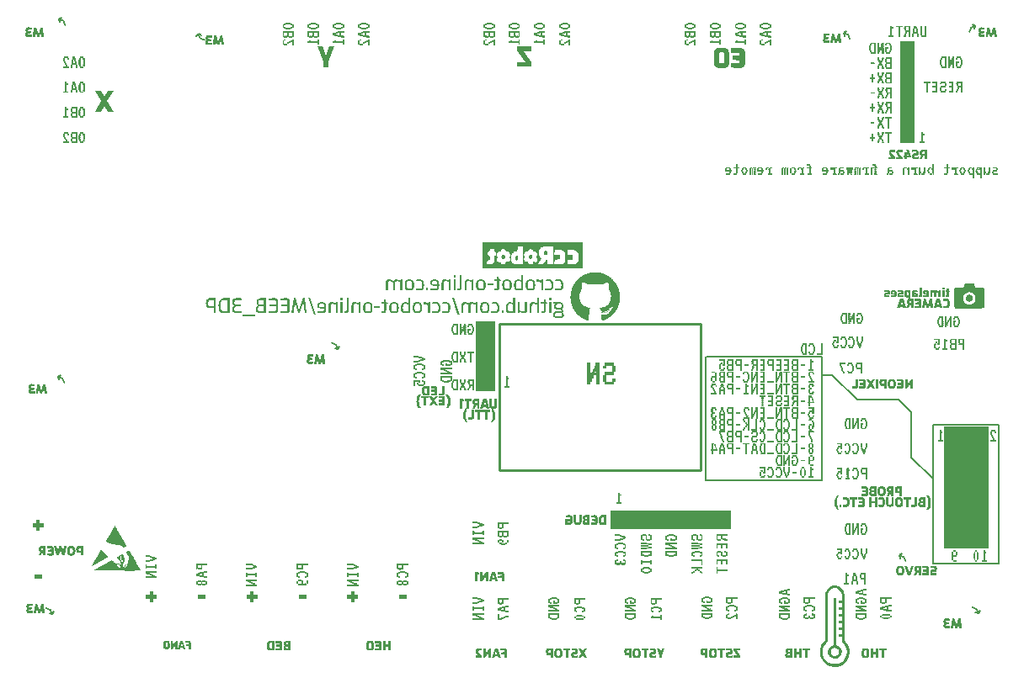
<source format=gbo>
G04 Layer: BottomSilkLayer*
G04 EasyEDA v6.3.39, 2020-04-29T16:10:24+08:00*
G04 8e32648d726441b9b9f64577d1232170,fed530592efb474aaabf7115e2e2b964,10*
G04 Gerber Generator version 0.2*
G04 Scale: 100 percent, Rotated: No, Reflected: No *
G04 Dimensions in millimeters *
G04 leading zeros omitted , absolute positions ,3 integer and 3 decimal *
%FSLAX33Y33*%
%MOMM*%
G90*
G71D02*

%ADD10C,0.254000*%
%ADD15C,0.200000*%

%LPD*%

%LPD*%
G36*
G01X59925Y36119D02*
G01X59909Y36122D01*
G01X59893Y36119D01*
G01X59880Y36110D01*
G01X59871Y36097D01*
G01X59867Y36081D01*
G01X59871Y36064D01*
G01X59880Y36051D01*
G01X59893Y36042D01*
G01X59909Y36039D01*
G01X59925Y36042D01*
G01X59939Y36051D01*
G01X59947Y36064D01*
G01X59951Y36081D01*
G01X59947Y36097D01*
G01X59939Y36110D01*
G01X59925Y36119D01*
G37*

%LPD*%
G36*
G01X59355Y36035D02*
G01X59347Y36039D01*
G01X59338Y36035D01*
G01X59328Y36027D01*
G01X59316Y36014D01*
G01X59305Y35997D01*
G01X59300Y35981D01*
G01X59307Y35968D01*
G01X59322Y35959D01*
G01X59347Y35956D01*
G01X59371Y35959D01*
G01X59387Y35968D01*
G01X59393Y35981D01*
G01X59388Y35997D01*
G01X59377Y36014D01*
G01X59366Y36027D01*
G01X59355Y36035D01*
G37*

%LPD*%
G36*
G01X59759Y36035D02*
G01X59743Y36039D01*
G01X59726Y36035D01*
G01X59713Y36027D01*
G01X59704Y36014D01*
G01X59701Y35997D01*
G01X59704Y35981D01*
G01X59713Y35968D01*
G01X59726Y35959D01*
G01X59743Y35956D01*
G01X59759Y35959D01*
G01X59772Y35968D01*
G01X59781Y35981D01*
G01X59784Y35997D01*
G01X59781Y36014D01*
G01X59772Y36027D01*
G01X59759Y36035D01*
G37*

%LPD*%
G36*
G01X59550Y35994D02*
G01X59534Y35997D01*
G01X59518Y35994D01*
G01X59505Y35985D01*
G01X59496Y35972D01*
G01X59493Y35956D01*
G01X59496Y35939D01*
G01X59505Y35926D01*
G01X59518Y35917D01*
G01X59534Y35914D01*
G01X59550Y35917D01*
G01X59564Y35926D01*
G01X59572Y35939D01*
G01X59576Y35956D01*
G01X59572Y35972D01*
G01X59564Y35985D01*
G01X59550Y35994D01*
G37*

%LPD*%
G36*
G01X58761Y40029D02*
G01X58695Y40031D01*
G01X58563Y40029D01*
G01X58497Y40025D01*
G01X58431Y40020D01*
G01X58366Y40013D01*
G01X58300Y40004D01*
G01X58234Y39993D01*
G01X58169Y39982D01*
G01X58039Y39952D01*
G01X57975Y39935D01*
G01X57911Y39916D01*
G01X57847Y39896D01*
G01X57784Y39874D01*
G01X57722Y39850D01*
G01X57660Y39825D01*
G01X57599Y39798D01*
G01X57539Y39769D01*
G01X57479Y39739D01*
G01X57432Y39713D01*
G01X57384Y39684D01*
G01X57336Y39653D01*
G01X57286Y39619D01*
G01X57237Y39583D01*
G01X57186Y39544D01*
G01X57136Y39504D01*
G01X57086Y39461D01*
G01X57036Y39417D01*
G01X56987Y39371D01*
G01X56938Y39324D01*
G01X56891Y39276D01*
G01X56844Y39227D01*
G01X56798Y39177D01*
G01X56753Y39127D01*
G01X56710Y39076D01*
G01X56669Y39025D01*
G01X56629Y38974D01*
G01X56592Y38922D01*
G01X56556Y38872D01*
G01X56523Y38821D01*
G01X56493Y38772D01*
G01X56465Y38723D01*
G01X56440Y38675D01*
G01X56413Y38619D01*
G01X56388Y38563D01*
G01X56364Y38507D01*
G01X56341Y38451D01*
G01X56320Y38394D01*
G01X56301Y38338D01*
G01X56283Y38281D01*
G01X56266Y38223D01*
G01X56250Y38166D01*
G01X56236Y38109D01*
G01X56224Y38051D01*
G01X56212Y37994D01*
G01X56202Y37936D01*
G01X56194Y37878D01*
G01X56187Y37821D01*
G01X56180Y37763D01*
G01X56176Y37706D01*
G01X56173Y37648D01*
G01X56171Y37590D01*
G01X56170Y37533D01*
G01X56171Y37476D01*
G01X56173Y37419D01*
G01X56176Y37361D01*
G01X56181Y37305D01*
G01X56187Y37248D01*
G01X56194Y37192D01*
G01X56202Y37135D01*
G01X56212Y37079D01*
G01X56223Y37024D01*
G01X56235Y36969D01*
G01X56248Y36914D01*
G01X56263Y36859D01*
G01X56278Y36805D01*
G01X56314Y36697D01*
G01X56333Y36645D01*
G01X56354Y36592D01*
G01X56376Y36540D01*
G01X56399Y36489D01*
G01X56423Y36437D01*
G01X56475Y36337D01*
G01X56502Y36288D01*
G01X56531Y36239D01*
G01X56561Y36191D01*
G01X56592Y36144D01*
G01X56624Y36097D01*
G01X56692Y36005D01*
G01X56764Y35917D01*
G01X56802Y35874D01*
G01X56841Y35832D01*
G01X56880Y35791D01*
G01X56922Y35750D01*
G01X56963Y35710D01*
G01X57006Y35671D01*
G01X57051Y35634D01*
G01X57095Y35597D01*
G01X57142Y35560D01*
G01X57189Y35525D01*
G01X57237Y35491D01*
G01X57286Y35458D01*
G01X57336Y35427D01*
G01X57387Y35396D01*
G01X57440Y35366D01*
G01X57493Y35337D01*
G01X57547Y35310D01*
G01X57628Y35270D01*
G01X57699Y35236D01*
G01X57761Y35208D01*
G01X57814Y35188D01*
G01X57859Y35175D01*
G01X57897Y35171D01*
G01X57928Y35175D01*
G01X57954Y35189D01*
G01X57975Y35213D01*
G01X57990Y35247D01*
G01X58003Y35293D01*
G01X58012Y35350D01*
G01X58019Y35420D01*
G01X58025Y35502D01*
G01X58030Y35598D01*
G01X58034Y35708D01*
G01X58038Y35804D01*
G01X58043Y35890D01*
G01X58048Y35966D01*
G01X58053Y36033D01*
G01X58059Y36092D01*
G01X58066Y36145D01*
G01X58074Y36190D01*
G01X58082Y36230D01*
G01X58092Y36264D01*
G01X58103Y36294D01*
G01X58115Y36320D01*
G01X58129Y36343D01*
G01X58170Y36408D01*
G01X58180Y36441D01*
G01X58158Y36454D01*
G01X58099Y36456D01*
G01X58047Y36459D01*
G01X57989Y36469D01*
G01X57926Y36486D01*
G01X57859Y36507D01*
G01X57790Y36533D01*
G01X57721Y36563D01*
G01X57652Y36596D01*
G01X57585Y36632D01*
G01X57521Y36670D01*
G01X57462Y36710D01*
G01X57410Y36751D01*
G01X57365Y36791D01*
G01X57328Y36832D01*
G01X57293Y36874D01*
G01X57261Y36920D01*
G01X57231Y36968D01*
G01X57204Y37019D01*
G01X57179Y37072D01*
G01X57157Y37127D01*
G01X57137Y37184D01*
G01X57120Y37241D01*
G01X57105Y37300D01*
G01X57093Y37361D01*
G01X57084Y37422D01*
G01X57078Y37483D01*
G01X57073Y37545D01*
G01X57072Y37607D01*
G01X57074Y37669D01*
G01X57079Y37730D01*
G01X57086Y37791D01*
G01X57097Y37851D01*
G01X57110Y37909D01*
G01X57126Y37966D01*
G01X57145Y38022D01*
G01X57167Y38077D01*
G01X57193Y38128D01*
G01X57223Y38189D01*
G01X57248Y38244D01*
G01X57268Y38295D01*
G01X57281Y38342D01*
G01X57290Y38388D01*
G01X57295Y38433D01*
G01X57295Y38480D01*
G01X57292Y38530D01*
G01X57288Y38610D01*
G01X57288Y38698D01*
G01X57293Y38782D01*
G01X57303Y38852D01*
G01X57320Y38928D01*
G01X57346Y38972D01*
G01X57385Y38992D01*
G01X57447Y38997D01*
G01X57511Y38988D01*
G01X57599Y38962D01*
G01X57700Y38924D01*
G01X57801Y38878D01*
G01X57879Y38839D01*
G01X57942Y38811D01*
G01X57997Y38791D01*
G01X58049Y38780D01*
G01X58104Y38777D01*
G01X58169Y38780D01*
G01X58248Y38788D01*
G01X58349Y38803D01*
G01X58430Y38813D01*
G01X58508Y38820D01*
G01X58584Y38825D01*
G01X58659Y38826D01*
G01X58734Y38825D01*
G01X58810Y38820D01*
G01X58888Y38813D01*
G01X58969Y38803D01*
G01X59070Y38788D01*
G01X59150Y38780D01*
G01X59214Y38777D01*
G01X59270Y38780D01*
G01X59322Y38791D01*
G01X59376Y38811D01*
G01X59440Y38839D01*
G01X59517Y38878D01*
G01X59618Y38924D01*
G01X59719Y38962D01*
G01X59807Y38988D01*
G01X59872Y38997D01*
G01X59933Y38992D01*
G01X59973Y38972D01*
G01X59998Y38928D01*
G01X60016Y38852D01*
G01X60025Y38782D01*
G01X60030Y38698D01*
G01X60031Y38610D01*
G01X60026Y38530D01*
G01X60022Y38480D01*
G01X60023Y38433D01*
G01X60028Y38388D01*
G01X60037Y38342D01*
G01X60051Y38295D01*
G01X60070Y38244D01*
G01X60095Y38189D01*
G01X60126Y38128D01*
G01X60157Y38066D01*
G01X60182Y38008D01*
G01X60203Y37953D01*
G01X60219Y37898D01*
G01X60230Y37842D01*
G01X60237Y37782D01*
G01X60241Y37718D01*
G01X60242Y37645D01*
G01X60241Y37570D01*
G01X60236Y37496D01*
G01X60228Y37423D01*
G01X60217Y37352D01*
G01X60204Y37282D01*
G01X60188Y37215D01*
G01X60169Y37150D01*
G01X60147Y37088D01*
G01X60122Y37029D01*
G01X60096Y36974D01*
G01X60067Y36922D01*
G01X60035Y36874D01*
G01X60000Y36831D01*
G01X59957Y36787D01*
G01X59906Y36744D01*
G01X59850Y36701D01*
G01X59788Y36660D01*
G01X59723Y36621D01*
G01X59655Y36586D01*
G01X59587Y36553D01*
G01X59517Y36525D01*
G01X59450Y36501D01*
G01X59384Y36484D01*
G01X59323Y36472D01*
G01X59132Y36447D01*
G01X59216Y36274D01*
G01X59252Y36205D01*
G01X59288Y36143D01*
G01X59320Y36095D01*
G01X59344Y36068D01*
G01X59386Y36051D01*
G01X59448Y36044D01*
G01X59523Y36045D01*
G01X59605Y36055D01*
G01X59689Y36072D01*
G01X59766Y36094D01*
G01X59832Y36121D01*
G01X59879Y36153D01*
G01X59919Y36184D01*
G01X59960Y36207D01*
G01X59996Y36218D01*
G01X60024Y36218D01*
G01X60044Y36214D01*
G01X60061Y36218D01*
G01X60072Y36230D01*
G01X60076Y36246D01*
G01X60073Y36263D01*
G01X60064Y36272D01*
G01X60050Y36274D01*
G01X60034Y36268D01*
G01X59998Y36256D01*
G01X59995Y36280D01*
G01X60024Y36331D01*
G01X60080Y36398D01*
G01X60120Y36434D01*
G01X60162Y36458D01*
G01X60200Y36470D01*
G01X60233Y36466D01*
G01X60258Y36459D01*
G01X60273Y36460D01*
G01X60277Y36470D01*
G01X60269Y36487D01*
G01X60275Y36530D01*
G01X60330Y36560D01*
G01X60402Y36568D01*
G01X60461Y36546D01*
G01X60473Y36520D01*
G01X60463Y36486D01*
G01X60430Y36444D01*
G01X60374Y36393D01*
G01X60346Y36367D01*
G01X60316Y36335D01*
G01X60284Y36298D01*
G01X60251Y36257D01*
G01X60219Y36215D01*
G01X60189Y36171D01*
G01X60161Y36127D01*
G01X60137Y36085D01*
G01X60101Y36024D01*
G01X60065Y35969D01*
G01X60026Y35921D01*
G01X59986Y35880D01*
G01X59944Y35844D01*
G01X59898Y35814D01*
G01X59849Y35790D01*
G01X59795Y35771D01*
G01X59737Y35757D01*
G01X59674Y35746D01*
G01X59605Y35741D01*
G01X59529Y35739D01*
G01X59280Y35739D01*
G01X59293Y35462D01*
G01X59298Y35382D01*
G01X59304Y35315D01*
G01X59315Y35262D01*
G01X59330Y35221D01*
G01X59351Y35193D01*
G01X59380Y35177D01*
G01X59417Y35173D01*
G01X59465Y35180D01*
G01X59523Y35198D01*
G01X59594Y35226D01*
G01X59679Y35264D01*
G01X59779Y35313D01*
G01X59828Y35338D01*
G01X59879Y35366D01*
G01X59930Y35397D01*
G01X59982Y35431D01*
G01X60034Y35467D01*
G01X60086Y35504D01*
G01X60138Y35544D01*
G01X60190Y35585D01*
G01X60241Y35628D01*
G01X60292Y35673D01*
G01X60342Y35718D01*
G01X60392Y35765D01*
G01X60441Y35813D01*
G01X60488Y35862D01*
G01X60533Y35911D01*
G01X60578Y35961D01*
G01X60621Y36011D01*
G01X60661Y36062D01*
G01X60701Y36112D01*
G01X60737Y36162D01*
G01X60772Y36212D01*
G01X60804Y36262D01*
G01X60833Y36311D01*
G01X60860Y36359D01*
G01X60890Y36419D01*
G01X60918Y36479D01*
G01X60945Y36540D01*
G01X60970Y36601D01*
G01X60994Y36663D01*
G01X61016Y36725D01*
G01X61037Y36788D01*
G01X61056Y36851D01*
G01X61072Y36915D01*
G01X61088Y36978D01*
G01X61102Y37042D01*
G01X61114Y37107D01*
G01X61124Y37171D01*
G01X61133Y37236D01*
G01X61140Y37301D01*
G01X61146Y37366D01*
G01X61149Y37431D01*
G01X61151Y37496D01*
G01X61152Y37561D01*
G01X61150Y37626D01*
G01X61147Y37691D01*
G01X61142Y37756D01*
G01X61135Y37820D01*
G01X61127Y37885D01*
G01X61117Y37949D01*
G01X61105Y38013D01*
G01X61092Y38076D01*
G01X61077Y38139D01*
G01X61058Y38209D01*
G01X61038Y38276D01*
G01X61018Y38341D01*
G01X60996Y38405D01*
G01X60973Y38467D01*
G01X60948Y38527D01*
G01X60922Y38586D01*
G01X60894Y38644D01*
G01X60865Y38700D01*
G01X60834Y38756D01*
G01X60801Y38811D01*
G01X60766Y38865D01*
G01X60730Y38918D01*
G01X60691Y38972D01*
G01X60650Y39025D01*
G01X60607Y39077D01*
G01X60561Y39130D01*
G01X60514Y39183D01*
G01X60463Y39236D01*
G01X60411Y39290D01*
G01X60357Y39343D01*
G01X60304Y39392D01*
G01X60252Y39440D01*
G01X60200Y39485D01*
G01X60147Y39527D01*
G01X60095Y39568D01*
G01X60042Y39607D01*
G01X59989Y39643D01*
G01X59935Y39678D01*
G01X59881Y39711D01*
G01X59826Y39742D01*
G01X59770Y39772D01*
G01X59713Y39800D01*
G01X59655Y39826D01*
G01X59595Y39851D01*
G01X59535Y39874D01*
G01X59472Y39896D01*
G01X59409Y39917D01*
G01X59343Y39936D01*
G01X59276Y39955D01*
G01X59213Y39970D01*
G01X59150Y39984D01*
G01X59086Y39996D01*
G01X59022Y40006D01*
G01X58957Y40015D01*
G01X58892Y40021D01*
G01X58827Y40026D01*
G01X58761Y40029D01*
G37*

%LPD*%
G36*
G01X96761Y38801D02*
G01X96734Y38866D01*
G01X96272Y38861D01*
G01X95810Y38855D01*
G01X95729Y38651D01*
G01X95648Y38445D01*
G01X95037Y38445D01*
G01X94966Y38443D01*
G01X94916Y38439D01*
G01X94882Y38433D01*
G01X94859Y38425D01*
G01X94841Y38412D01*
G01X94824Y38397D01*
G01X94775Y38347D01*
G01X94775Y36983D01*
G01X94776Y36877D01*
G01X94776Y36786D01*
G01X94777Y36709D01*
G01X94778Y36645D01*
G01X94780Y36592D01*
G01X94782Y36550D01*
G01X94785Y36517D01*
G01X94788Y36491D01*
G01X94792Y36472D01*
G01X94797Y36457D01*
G01X94802Y36446D01*
G01X94808Y36437D01*
G01X94815Y36429D01*
G01X94856Y36385D01*
G01X96737Y36385D01*
G01X96865Y36386D01*
G01X97180Y36386D01*
G01X97264Y36387D01*
G01X97339Y36388D01*
G01X97405Y36389D01*
G01X97463Y36390D01*
G01X97513Y36391D01*
G01X97555Y36392D01*
G01X97592Y36394D01*
G01X97623Y36396D01*
G01X97648Y36398D01*
G01X97669Y36400D01*
G01X97686Y36403D01*
G01X97699Y36406D01*
G01X97710Y36409D01*
G01X97718Y36412D01*
G01X97724Y36416D01*
G01X97730Y36421D01*
G01X97735Y36426D01*
G01X97741Y36433D01*
G01X97748Y36441D01*
G01X97753Y36452D01*
G01X97757Y36467D01*
G01X97761Y36486D01*
G01X97764Y36512D01*
G01X97767Y36546D01*
G01X97769Y36588D01*
G01X97771Y36640D01*
G01X97772Y36705D01*
G01X97773Y36782D01*
G01X97774Y36873D01*
G01X97774Y37245D01*
G01X97775Y37407D01*
G01X97775Y38347D01*
G01X97726Y38397D01*
G01X97708Y38412D01*
G01X97691Y38425D01*
G01X97667Y38433D01*
G01X97633Y38439D01*
G01X97583Y38443D01*
G01X97513Y38445D01*
G01X96901Y38445D01*
G01X96844Y38591D01*
G01X96820Y38652D01*
G01X96797Y38712D01*
G01X96776Y38764D01*
G01X96761Y38801D01*
G37*

%LPC*%
G36*
G01X96328Y38018D02*
G01X96267Y38020D01*
G01X96205Y38016D01*
G01X96143Y38005D01*
G01X96081Y37989D01*
G01X96019Y37965D01*
G01X95969Y37939D01*
G01X95918Y37905D01*
G01X95868Y37863D01*
G01X95820Y37817D01*
G01X95777Y37767D01*
G01X95739Y37715D01*
G01X95708Y37663D01*
G01X95687Y37613D01*
G01X95673Y37565D01*
G01X95664Y37511D01*
G01X95658Y37454D01*
G01X95656Y37395D01*
G01X95658Y37337D01*
G01X95664Y37280D01*
G01X95673Y37227D01*
G01X95687Y37178D01*
G01X95708Y37128D01*
G01X95739Y37076D01*
G01X95776Y37025D01*
G01X95820Y36975D01*
G01X95867Y36928D01*
G01X95917Y36887D01*
G01X95967Y36852D01*
G01X96017Y36826D01*
G01X96069Y36807D01*
G01X96121Y36791D01*
G01X96173Y36781D01*
G01X96225Y36774D01*
G01X96277Y36772D01*
G01X96328Y36774D01*
G01X96379Y36780D01*
G01X96428Y36790D01*
G01X96477Y36804D01*
G01X96524Y36822D01*
G01X96569Y36843D01*
G01X96613Y36868D01*
G01X96654Y36897D01*
G01X96693Y36929D01*
G01X96729Y36964D01*
G01X96763Y37002D01*
G01X96793Y37044D01*
G01X96821Y37088D01*
G01X96845Y37136D01*
G01X96865Y37186D01*
G01X96879Y37236D01*
G01X96888Y37294D01*
G01X96894Y37356D01*
G01X96894Y37420D01*
G01X96891Y37483D01*
G01X96882Y37543D01*
G01X96871Y37597D01*
G01X96854Y37642D01*
G01X96824Y37701D01*
G01X96790Y37755D01*
G01X96751Y37804D01*
G01X96708Y37849D01*
G01X96661Y37889D01*
G01X96612Y37924D01*
G01X96559Y37953D01*
G01X96504Y37978D01*
G01X96447Y37996D01*
G01X96388Y38010D01*
G01X96328Y38018D01*
G37*

%LPD*%
G36*
G01X96315Y37763D02*
G01X96275Y37765D01*
G01X96193Y37756D01*
G01X96117Y37729D01*
G01X96048Y37683D01*
G01X95986Y37619D01*
G01X95954Y37575D01*
G01X95936Y37534D01*
G01X95927Y37486D01*
G01X95925Y37418D01*
G01X95927Y37353D01*
G01X95934Y37303D01*
G01X95950Y37262D01*
G01X95975Y37220D01*
G01X96014Y37171D01*
G01X96059Y37131D01*
G01X96109Y37100D01*
G01X96163Y37078D01*
G01X96218Y37064D01*
G01X96275Y37060D01*
G01X96331Y37064D01*
G01X96387Y37078D01*
G01X96440Y37100D01*
G01X96490Y37131D01*
G01X96535Y37171D01*
G01X96575Y37220D01*
G01X96599Y37262D01*
G01X96615Y37303D01*
G01X96622Y37353D01*
G01X96624Y37418D01*
G01X96622Y37486D01*
G01X96614Y37534D01*
G01X96595Y37575D01*
G01X96563Y37619D01*
G01X96534Y37651D01*
G01X96500Y37683D01*
G01X96465Y37711D01*
G01X96433Y37731D01*
G01X96400Y37744D01*
G01X96359Y37755D01*
G01X96315Y37763D01*
G37*

%LPD*%
G36*
G01X10368Y14512D02*
G01X10365Y14515D01*
G01X10361Y14509D01*
G01X10350Y14493D01*
G01X10334Y14466D01*
G01X10312Y14430D01*
G01X10286Y14385D01*
G01X10255Y14333D01*
G01X10220Y14274D01*
G01X10182Y14209D01*
G01X10141Y14139D01*
G01X10098Y14064D01*
G01X10052Y13987D01*
G01X10006Y13906D01*
G01X9959Y13824D01*
G01X9910Y13740D01*
G01X9862Y13657D01*
G01X9815Y13574D01*
G01X9768Y13493D01*
G01X9723Y13414D01*
G01X9680Y13339D01*
G01X9639Y13267D01*
G01X9601Y13200D01*
G01X9567Y13139D01*
G01X9536Y13085D01*
G01X9509Y13038D01*
G01X9488Y12999D01*
G01X9472Y12969D01*
G01X9462Y12949D01*
G01X9457Y12940D01*
G01X9465Y12925D01*
G01X9493Y12902D01*
G01X9536Y12874D01*
G01X9592Y12843D01*
G01X9656Y12811D01*
G01X9727Y12779D01*
G01X9799Y12749D01*
G01X9870Y12723D01*
G01X9944Y12702D01*
G01X10036Y12679D01*
G01X10134Y12657D01*
G01X10227Y12641D01*
G01X10360Y12620D01*
G01X10479Y12600D01*
G01X10583Y12583D01*
G01X10674Y12567D01*
G01X10754Y12552D01*
G01X10822Y12538D01*
G01X10881Y12525D01*
G01X10932Y12511D01*
G01X10975Y12497D01*
G01X11012Y12482D01*
G01X11044Y12467D01*
G01X11073Y12450D01*
G01X11098Y12431D01*
G01X11122Y12411D01*
G01X11146Y12388D01*
G01X11170Y12363D01*
G01X11251Y12276D01*
G01X11405Y12365D01*
G01X11464Y12401D01*
G01X11511Y12433D01*
G01X11542Y12457D01*
G01X11552Y12470D01*
G01X11550Y12475D01*
G01X11543Y12487D01*
G01X11534Y12504D01*
G01X11521Y12528D01*
G01X11504Y12557D01*
G01X11484Y12592D01*
G01X11461Y12631D01*
G01X11435Y12676D01*
G01X11407Y12726D01*
G01X11376Y12780D01*
G01X11343Y12838D01*
G01X11307Y12900D01*
G01X11270Y12965D01*
G01X11230Y13034D01*
G01X11188Y13106D01*
G01X11146Y13181D01*
G01X11101Y13257D01*
G01X11055Y13337D01*
G01X11009Y13418D01*
G01X10913Y13584D01*
G01X10866Y13665D01*
G01X10820Y13744D01*
G01X10776Y13821D01*
G01X10733Y13895D01*
G01X10692Y13966D01*
G01X10651Y14034D01*
G01X10614Y14099D01*
G01X10578Y14160D01*
G01X10545Y14217D01*
G01X10513Y14270D01*
G01X10485Y14319D01*
G01X10459Y14363D01*
G01X10436Y14402D01*
G01X10416Y14435D01*
G01X10399Y14463D01*
G01X10385Y14486D01*
G01X10375Y14502D01*
G01X10368Y14512D01*
G37*

%LPD*%
G36*
G01X8994Y12084D02*
G01X8972Y12097D01*
G01X8967Y12090D01*
G01X8958Y12075D01*
G01X8943Y12051D01*
G01X8924Y12019D01*
G01X8901Y11980D01*
G01X8874Y11934D01*
G01X8843Y11882D01*
G01X8809Y11825D01*
G01X8773Y11762D01*
G01X8734Y11696D01*
G01X8694Y11626D01*
G01X8651Y11553D01*
G01X8607Y11477D01*
G01X8563Y11400D01*
G01X8471Y11243D01*
G01X8425Y11163D01*
G01X8380Y11085D01*
G01X8336Y11008D01*
G01X8293Y10933D01*
G01X8251Y10860D01*
G01X8211Y10790D01*
G01X8173Y10724D01*
G01X8138Y10663D01*
G01X8105Y10606D01*
G01X8076Y10555D01*
G01X8051Y10510D01*
G01X8029Y10471D01*
G01X8012Y10440D01*
G01X8000Y10418D01*
G01X7992Y10403D01*
G01X7990Y10398D01*
G01X7995Y10400D01*
G01X8009Y10408D01*
G01X8032Y10420D01*
G01X8063Y10437D01*
G01X8100Y10459D01*
G01X8145Y10484D01*
G01X8195Y10513D01*
G01X8251Y10545D01*
G01X8312Y10579D01*
G01X8377Y10617D01*
G01X8445Y10656D01*
G01X8517Y10697D01*
G01X8591Y10740D01*
G01X8667Y10783D01*
G01X8744Y10828D01*
G01X8822Y10873D01*
G01X8899Y10918D01*
G01X8977Y10963D01*
G01X9053Y11007D01*
G01X9127Y11050D01*
G01X9199Y11092D01*
G01X9268Y11132D01*
G01X9333Y11170D01*
G01X9395Y11206D01*
G01X9451Y11239D01*
G01X9502Y11269D01*
G01X9548Y11295D01*
G01X9586Y11319D01*
G01X9618Y11338D01*
G01X9641Y11352D01*
G01X9657Y11361D01*
G01X9663Y11366D01*
G01X9658Y11382D01*
G01X9632Y11416D01*
G01X9592Y11462D01*
G01X9540Y11517D01*
G01X9508Y11550D01*
G01X9470Y11589D01*
G01X9428Y11633D01*
G01X9382Y11681D01*
G01X9335Y11732D01*
G01X9287Y11784D01*
G01X9240Y11834D01*
G01X9195Y11883D01*
G01X9113Y11970D01*
G01X9044Y12040D01*
G01X8994Y12084D01*
G37*

%LPD*%
G36*
G01X11870Y11922D02*
G01X11792Y12056D01*
G01X11669Y11986D01*
G01X11619Y11957D01*
G01X11574Y11931D01*
G01X11540Y11911D01*
G01X11520Y11899D01*
G01X11512Y11891D01*
G01X11510Y11878D01*
G01X11516Y11857D01*
G01X11529Y11826D01*
G01X11553Y11783D01*
G01X11587Y11725D01*
G01X11634Y11648D01*
G01X11694Y11552D01*
G01X11743Y11474D01*
G01X11766Y11419D01*
G01X11773Y11366D01*
G01X11767Y11295D01*
G01X11761Y11246D01*
G01X11753Y11191D01*
G01X11741Y11131D01*
G01X11727Y11068D01*
G01X11712Y11004D01*
G01X11696Y10941D01*
G01X11679Y10881D01*
G01X11662Y10825D01*
G01X11646Y10776D01*
G01X11631Y10735D01*
G01X11618Y10705D01*
G01X11606Y10686D01*
G01X11586Y10670D01*
G01X11562Y10657D01*
G01X11534Y10649D01*
G01X11504Y10646D01*
G01X11455Y10638D01*
G01X11417Y10603D01*
G01X11384Y10532D01*
G01X11347Y10412D01*
G01X11332Y10364D01*
G01X11316Y10326D01*
G01X11302Y10301D01*
G01X11290Y10294D01*
G01X11278Y10304D01*
G01X11262Y10325D01*
G01X11243Y10354D01*
G01X11224Y10389D01*
G01X11201Y10442D01*
G01X11186Y10498D01*
G01X11180Y10554D01*
G01X11181Y10609D01*
G01X11190Y10662D01*
G01X11207Y10713D01*
G01X11232Y10759D01*
G01X11264Y10801D01*
G01X11286Y10832D01*
G01X11300Y10879D01*
G01X11306Y10961D01*
G01X11309Y11098D01*
G01X11309Y11194D01*
G01X11306Y11273D01*
G01X11299Y11338D01*
G01X11288Y11393D01*
G01X11271Y11442D01*
G01X11248Y11488D01*
G01X11217Y11534D01*
G01X11178Y11584D01*
G01X11137Y11632D01*
G01X11108Y11653D01*
G01X11083Y11651D01*
G01X11050Y11631D01*
G01X11031Y11613D01*
G01X11031Y11591D01*
G01X11056Y11553D01*
G01X11109Y11489D01*
G01X11206Y11376D01*
G01X11209Y11135D01*
G01X11209Y11038D01*
G01X11206Y10952D01*
G01X11202Y10886D01*
G01X11196Y10850D01*
G01X11171Y10814D01*
G01X11137Y10806D01*
G01X11097Y10825D01*
G01X11060Y10870D01*
G01X11031Y10928D01*
G01X11023Y10983D01*
G01X11036Y11048D01*
G01X11070Y11134D01*
G01X11089Y11181D01*
G01X11105Y11225D01*
G01X11116Y11261D01*
G01X11120Y11285D01*
G01X11108Y11333D01*
G01X11080Y11401D01*
G01X11043Y11471D01*
G01X11006Y11523D01*
G01X10996Y11538D01*
G01X10990Y11553D01*
G01X10988Y11568D01*
G01X10991Y11580D01*
G01X10972Y11578D01*
G01X10914Y11550D01*
G01X10844Y11512D01*
G01X10795Y11478D01*
G01X10790Y11469D01*
G01X10792Y11457D01*
G01X10799Y11443D01*
G01X10810Y11429D01*
G01X10836Y11372D01*
G01X10840Y11292D01*
G01X10826Y11221D01*
G01X10795Y11185D01*
G01X10775Y11184D01*
G01X10766Y11194D01*
G01X10765Y11221D01*
G01X10771Y11270D01*
G01X10776Y11312D01*
G01X10776Y11347D01*
G01X10771Y11373D01*
G01X10762Y11391D01*
G01X10755Y11404D01*
G01X10750Y11417D01*
G01X10750Y11432D01*
G01X10755Y11443D01*
G01X10735Y11442D01*
G01X10676Y11414D01*
G01X10607Y11375D01*
G01X10557Y11341D01*
G01X10563Y11322D01*
G01X10589Y11284D01*
G01X10632Y11231D01*
G01X10687Y11170D01*
G01X10769Y11081D01*
G01X10832Y11007D01*
G01X10882Y10944D01*
G01X10918Y10887D01*
G01X10944Y10833D01*
G01X10961Y10777D01*
G01X10973Y10714D01*
G01X10981Y10641D01*
G01X10987Y10569D01*
G01X10991Y10510D01*
G01X10992Y10469D01*
G01X10991Y10452D01*
G01X10986Y10454D01*
G01X10976Y10466D01*
G01X10964Y10485D01*
G01X10950Y10511D01*
G01X10932Y10541D01*
G01X10908Y10577D01*
G01X10882Y10611D01*
G01X10856Y10641D01*
G01X10821Y10674D01*
G01X10790Y10693D01*
G01X10755Y10703D01*
G01X10710Y10706D01*
G01X10654Y10699D01*
G01X10607Y10682D01*
G01X10576Y10656D01*
G01X10564Y10625D01*
G01X10552Y10605D01*
G01X10519Y10620D01*
G01X10466Y10668D01*
G01X10395Y10748D01*
G01X10341Y10810D01*
G01X10282Y10873D01*
G01X10224Y10932D01*
G01X10174Y10977D01*
G01X10072Y11065D01*
G01X9134Y10523D01*
G01X8197Y9982D01*
G01X10584Y9977D01*
G01X10693Y9976D01*
G01X11317Y9976D01*
G01X11415Y9975D01*
G01X12272Y9975D01*
G01X12343Y9976D01*
G01X12698Y9976D01*
G01X12745Y9977D01*
G01X12891Y9977D01*
G01X12917Y9978D01*
G01X12956Y9978D01*
G01X12968Y9979D01*
G01X12979Y9979D01*
G01X12978Y9982D01*
G01X12974Y9990D01*
G01X12967Y10003D01*
G01X12958Y10021D01*
G01X12946Y10043D01*
G01X12931Y10070D01*
G01X12914Y10100D01*
G01X12895Y10134D01*
G01X12874Y10172D01*
G01X12851Y10214D01*
G01X12825Y10259D01*
G01X12798Y10307D01*
G01X12769Y10358D01*
G01X12738Y10412D01*
G01X12706Y10469D01*
G01X12673Y10527D01*
G01X12638Y10589D01*
G01X12602Y10652D01*
G01X12565Y10717D01*
G01X12526Y10783D01*
G01X12488Y10851D01*
G01X12448Y10921D01*
G01X12408Y10992D01*
G01X12366Y11063D01*
G01X12325Y11135D01*
G01X12283Y11207D01*
G01X12241Y11281D01*
G01X12157Y11427D01*
G01X12073Y11572D01*
G01X12031Y11644D01*
G01X11990Y11715D01*
G01X11949Y11785D01*
G01X11909Y11854D01*
G01X11870Y11922D01*
G37*

%LPC*%
G36*
G01X10763Y10629D02*
G01X10723Y10644D01*
G01X10683Y10636D01*
G01X10643Y10607D01*
G01X10616Y10573D01*
G01X10606Y10539D01*
G01X10611Y10499D01*
G01X10632Y10451D01*
G01X10673Y10394D01*
G01X10736Y10328D01*
G01X10799Y10273D01*
G01X10840Y10249D01*
G01X10869Y10261D01*
G01X10895Y10290D01*
G01X10914Y10330D01*
G01X10921Y10375D01*
G01X10915Y10424D01*
G01X10895Y10474D01*
G01X10859Y10528D01*
G01X10805Y10592D01*
G01X10763Y10629D01*
G37*
G36*
G01X11564Y10580D02*
G01X11548Y10585D01*
G01X11521Y10583D01*
G01X11494Y10577D01*
G01X11471Y10562D01*
G01X11452Y10540D01*
G01X11433Y10507D01*
G01X11420Y10474D01*
G01X11406Y10436D01*
G01X11394Y10397D01*
G01X11386Y10362D01*
G01X11380Y10322D01*
G01X11381Y10299D01*
G01X11391Y10291D01*
G01X11410Y10293D01*
G01X11453Y10329D01*
G01X11508Y10404D01*
G01X11556Y10489D01*
G01X11576Y10553D01*
G01X11573Y10570D01*
G01X11564Y10580D01*
G37*
G36*
G01X10918Y11488D02*
G01X10891Y11499D01*
G01X10870Y11494D01*
G01X10862Y11476D01*
G01X10865Y11464D01*
G01X10874Y11446D01*
G01X10887Y11427D01*
G01X10903Y11408D01*
G01X10925Y11381D01*
G01X10935Y11354D01*
G01X10932Y11316D01*
G01X10920Y11255D01*
G01X10909Y11192D01*
G01X10906Y11137D01*
G01X10909Y11094D01*
G01X10919Y11063D01*
G01X10932Y11047D01*
G01X10950Y11049D01*
G01X10970Y11070D01*
G01X10992Y11112D01*
G01X11007Y11158D01*
G01X11016Y11205D01*
G01X11019Y11254D01*
G01X11016Y11301D01*
G01X11007Y11348D01*
G01X10992Y11391D01*
G01X10972Y11430D01*
G01X10947Y11465D01*
G01X10918Y11488D01*
G37*

%LPD*%
G36*
G01X57361Y43001D02*
G01X47361Y43001D01*
G01X47361Y40401D01*
G01X57361Y40401D01*
G01X57361Y43001D01*
G37*

%LPC*%
G36*
G01X54411Y42585D02*
G01X53718Y42585D01*
G01X53610Y42584D01*
G01X53521Y42582D01*
G01X53446Y42579D01*
G01X53386Y42573D01*
G01X53337Y42566D01*
G01X53296Y42555D01*
G01X53262Y42540D01*
G01X53232Y42522D01*
G01X53204Y42499D01*
G01X53176Y42472D01*
G01X53145Y42439D01*
G01X53107Y42395D01*
G01X53076Y42352D01*
G01X53052Y42310D01*
G01X53035Y42265D01*
G01X53023Y42212D01*
G01X53016Y42151D01*
G01X53012Y42077D01*
G01X53011Y41987D01*
G01X53012Y41902D01*
G01X53016Y41831D01*
G01X53023Y41770D01*
G01X53033Y41718D01*
G01X53048Y41673D01*
G01X53067Y41632D01*
G01X53092Y41595D01*
G01X53123Y41557D01*
G01X53235Y41433D01*
G01X52907Y40817D01*
G01X53461Y40817D01*
G01X53598Y41076D01*
G01X53641Y41154D01*
G01X53680Y41217D01*
G01X53715Y41266D01*
G01X53746Y41301D01*
G01X53774Y41323D01*
G01X53797Y41330D01*
G01X53817Y41323D01*
G01X53832Y41302D01*
G01X53845Y41266D01*
G01X53854Y41218D01*
G01X53859Y41154D01*
G01X53861Y41077D01*
G01X53861Y40817D01*
G01X54411Y40817D01*
G01X54411Y42585D01*
G37*
G36*
G01X51361Y42585D02*
G01X50867Y42585D01*
G01X50851Y42364D01*
G01X50846Y42294D01*
G01X50839Y42240D01*
G01X50829Y42200D01*
G01X50813Y42172D01*
G01X50791Y42153D01*
G01X50759Y42140D01*
G01X50716Y42132D01*
G01X50661Y42126D01*
G01X50580Y42110D01*
G01X50496Y42076D01*
G01X50417Y42030D01*
G01X50349Y41973D01*
G01X50306Y41930D01*
G01X50274Y41890D01*
G01X50250Y41847D01*
G01X50233Y41800D01*
G01X50222Y41742D01*
G01X50215Y41671D01*
G01X50211Y41580D01*
G01X50211Y41353D01*
G01X50215Y41262D01*
G01X50222Y41191D01*
G01X50233Y41133D01*
G01X50251Y41085D01*
G01X50275Y41043D01*
G01X50308Y41001D01*
G01X50351Y40956D01*
G01X50397Y40913D01*
G01X50439Y40880D01*
G01X50484Y40855D01*
G01X50536Y40838D01*
G01X50601Y40827D01*
G01X50684Y40820D01*
G01X50791Y40818D01*
G01X50926Y40817D01*
G01X51361Y40817D01*
G01X51361Y42585D01*
G37*
G36*
G01X48407Y42373D02*
G01X48286Y42377D01*
G01X48168Y42373D01*
G01X48100Y42358D01*
G01X48069Y42325D01*
G01X48061Y42268D01*
G01X48053Y42221D01*
G01X48033Y42182D01*
G01X48002Y42151D01*
G01X47961Y42132D01*
G01X47912Y42110D01*
G01X47881Y42068D01*
G01X47865Y42002D01*
G01X47861Y41903D01*
G01X47865Y41801D01*
G01X47880Y41739D01*
G01X47910Y41709D01*
G01X48012Y41693D01*
G01X48043Y41659D01*
G01X48057Y41589D01*
G01X48061Y41471D01*
G01X48057Y41344D01*
G01X48040Y41273D01*
G01X47999Y41238D01*
G01X47923Y41223D01*
G01X47851Y41208D01*
G01X47807Y41176D01*
G01X47783Y41114D01*
G01X47770Y41012D01*
G01X47755Y40817D01*
G01X48017Y40817D01*
G01X48086Y40818D01*
G01X48149Y40823D01*
G01X48205Y40831D01*
G01X48257Y40843D01*
G01X48302Y40858D01*
G01X48342Y40878D01*
G01X48378Y40903D01*
G01X48408Y40932D01*
G01X48434Y40967D01*
G01X48456Y41006D01*
G01X48474Y41051D01*
G01X48488Y41103D01*
G01X48498Y41160D01*
G01X48506Y41224D01*
G01X48510Y41294D01*
G01X48511Y41372D01*
G01X48512Y41460D01*
G01X48514Y41532D01*
G01X48519Y41589D01*
G01X48526Y41633D01*
G01X48537Y41665D01*
G01X48549Y41686D01*
G01X48566Y41697D01*
G01X48586Y41701D01*
G01X48620Y41711D01*
G01X48643Y41744D01*
G01X48656Y41802D01*
G01X48661Y41885D01*
G01X48656Y41964D01*
G01X48641Y42027D01*
G01X48617Y42073D01*
G01X48586Y42098D01*
G01X48557Y42119D01*
G01X48533Y42156D01*
G01X48517Y42202D01*
G01X48511Y42252D01*
G01X48505Y42319D01*
G01X48475Y42357D01*
G01X48407Y42373D01*
G37*
G36*
G01X52228Y42323D02*
G01X52156Y42325D01*
G01X52060Y42320D01*
G01X52000Y42303D01*
G01X51967Y42268D01*
G01X51952Y42208D01*
G01X51937Y42149D01*
G01X51908Y42115D01*
G01X51857Y42102D01*
G01X51775Y42104D01*
G01X51689Y42105D01*
G01X51628Y42085D01*
G01X51580Y42038D01*
G01X51534Y41956D01*
G01X51493Y41867D01*
G01X51479Y41807D01*
G01X51492Y41759D01*
G01X51532Y41705D01*
G01X51589Y41624D01*
G01X51607Y41556D01*
G01X51585Y41497D01*
G01X51524Y41447D01*
G01X51477Y41414D01*
G01X51462Y41377D01*
G01X51479Y41316D01*
G01X51530Y41213D01*
G01X51584Y41119D01*
G01X51632Y41067D01*
G01X51688Y41050D01*
G01X51765Y41060D01*
G01X51839Y41070D01*
G01X51887Y41060D01*
G01X51917Y41023D01*
G01X51939Y40953D01*
G01X51962Y40882D01*
G01X52000Y40841D01*
G01X52064Y40822D01*
G01X52165Y40817D01*
G01X52267Y40822D01*
G01X52330Y40841D01*
G01X52368Y40882D01*
G01X52392Y40952D01*
G01X52414Y41021D01*
G01X52444Y41058D01*
G01X52492Y41068D01*
G01X52569Y41057D01*
G01X52648Y41047D01*
G01X52703Y41063D01*
G01X52748Y41113D01*
G01X52796Y41207D01*
G01X52839Y41310D01*
G01X52853Y41377D01*
G01X52834Y41431D01*
G01X52783Y41496D01*
G01X52732Y41559D01*
G01X52714Y41600D01*
G01X52728Y41633D01*
G01X52774Y41672D01*
G01X52809Y41704D01*
G01X52835Y41737D01*
G01X52851Y41773D01*
G01X52857Y41812D01*
G01X52853Y41854D01*
G01X52839Y41899D01*
G01X52815Y41950D01*
G01X52781Y42004D01*
G01X52735Y42061D01*
G01X52688Y42092D01*
G01X52631Y42101D01*
G01X52556Y42090D01*
G01X52482Y42077D01*
G01X52438Y42082D01*
G01X52417Y42107D01*
G01X52411Y42156D01*
G01X52409Y42204D01*
G01X52401Y42242D01*
G01X52387Y42272D01*
G01X52363Y42294D01*
G01X52330Y42309D01*
G01X52286Y42318D01*
G01X52228Y42323D01*
G37*
G36*
G01X56224Y42271D02*
G01X55861Y42273D01*
G01X55861Y41810D01*
G01X56124Y41795D01*
G01X56386Y41779D01*
G01X56416Y41285D01*
G01X55861Y41285D01*
G01X55861Y40817D01*
G01X56246Y40817D01*
G01X56368Y40818D01*
G01X56464Y40821D01*
G01X56540Y40828D01*
G01X56600Y40841D01*
G01X56649Y40861D01*
G01X56696Y40890D01*
G01X56742Y40931D01*
G01X56796Y40983D01*
G01X56848Y41038D01*
G01X56889Y41085D01*
G01X56918Y41131D01*
G01X56938Y41182D01*
G01X56951Y41243D01*
G01X56957Y41322D01*
G01X56960Y41422D01*
G01X56961Y41550D01*
G01X56961Y41642D01*
G01X56960Y41719D01*
G01X56958Y41784D01*
G01X56954Y41838D01*
G01X56947Y41883D01*
G01X56937Y41921D01*
G01X56924Y41953D01*
G01X56905Y41983D01*
G01X56881Y42012D01*
G01X56852Y42041D01*
G01X56816Y42074D01*
G01X56773Y42110D01*
G01X56714Y42158D01*
G01X56662Y42196D01*
G01X56611Y42224D01*
G01X56558Y42244D01*
G01X56497Y42257D01*
G01X56424Y42266D01*
G01X56334Y42270D01*
G01X56224Y42271D01*
G37*
G36*
G01X55252Y42263D02*
G01X55179Y42267D01*
G01X55084Y42266D01*
G01X54962Y42262D01*
G01X54586Y42247D01*
G01X54555Y41805D01*
G01X55116Y41805D01*
G01X55086Y41311D01*
G01X54586Y41259D01*
G01X54555Y40817D01*
G01X54968Y40817D01*
G01X55095Y40818D01*
G01X55196Y40821D01*
G01X55276Y40827D01*
G01X55338Y40839D01*
G01X55389Y40856D01*
G01X55433Y40881D01*
G01X55475Y40914D01*
G01X55521Y40956D01*
G01X55564Y41002D01*
G01X55598Y41044D01*
G01X55623Y41088D01*
G01X55640Y41138D01*
G01X55651Y41201D01*
G01X55657Y41281D01*
G01X55660Y41383D01*
G01X55661Y41513D01*
G01X55661Y41606D01*
G01X55660Y41684D01*
G01X55657Y41750D01*
G01X55653Y41807D01*
G01X55647Y41855D01*
G01X55638Y41896D01*
G01X55626Y41932D01*
G01X55610Y41965D01*
G01X55590Y41997D01*
G01X55565Y42030D01*
G01X55535Y42064D01*
G01X55499Y42104D01*
G01X55446Y42159D01*
G01X55400Y42202D01*
G01X55356Y42232D01*
G01X55309Y42252D01*
G01X55252Y42263D01*
G37*
G36*
G01X49517Y42320D02*
G01X49415Y42325D01*
G01X49314Y42320D01*
G01X49251Y42304D01*
G01X49217Y42268D01*
G01X49202Y42208D01*
G01X49187Y42150D01*
G01X49159Y42116D01*
G01X49110Y42101D01*
G01X49033Y42103D01*
G01X48954Y42101D01*
G01X48893Y42081D01*
G01X48842Y42034D01*
G01X48791Y41956D01*
G01X48744Y41868D01*
G01X48728Y41808D01*
G01X48740Y41761D01*
G01X48781Y41706D01*
G01X48837Y41632D01*
G01X48856Y41571D01*
G01X48837Y41510D01*
G01X48780Y41435D01*
G01X48740Y41380D01*
G01X48729Y41333D01*
G01X48751Y41274D01*
G01X48807Y41187D01*
G01X48864Y41115D01*
G01X48920Y41069D01*
G01X48980Y41045D01*
G01X49050Y41041D01*
G01X49117Y41041D01*
G01X49161Y41025D01*
G01X49188Y40989D01*
G01X49202Y40931D01*
G01X49217Y40868D01*
G01X49251Y40834D01*
G01X49316Y40822D01*
G01X49427Y40827D01*
G01X49535Y40840D01*
G01X49600Y40862D01*
G01X49636Y40902D01*
G01X49653Y40966D01*
G01X49666Y41028D01*
G01X49692Y41061D01*
G01X49737Y41069D01*
G01X49812Y41059D01*
G01X49888Y41049D01*
G01X49946Y41065D01*
G01X49998Y41111D01*
G01X50054Y41195D01*
G01X50105Y41285D01*
G01X50126Y41347D01*
G01X50118Y41395D01*
G01X50083Y41444D01*
G01X50032Y41513D01*
G01X50015Y41572D01*
G01X50034Y41631D01*
G01X50087Y41703D01*
G01X50126Y41755D01*
G01X50137Y41803D01*
G01X50120Y41865D01*
G01X50075Y41957D01*
G01X50024Y42041D01*
G01X49977Y42087D01*
G01X49921Y42103D01*
G01X49847Y42094D01*
G01X49775Y42086D01*
G01X49725Y42097D01*
G01X49690Y42132D01*
G01X49661Y42196D01*
G01X49629Y42262D01*
G01X49585Y42301D01*
G01X49517Y42320D01*
G37*

%LPD*%
G36*
G01X53710Y42166D02*
G01X53653Y42169D01*
G01X53576Y42163D01*
G01X53533Y42140D01*
G01X53515Y42085D01*
G01X53511Y41987D01*
G01X53515Y41885D01*
G01X53536Y41831D01*
G01X53588Y41809D01*
G01X53686Y41805D01*
G01X53780Y41809D01*
G01X53833Y41828D01*
G01X53856Y41873D01*
G01X53861Y41952D01*
G01X53858Y42012D01*
G01X53851Y42066D01*
G01X53841Y42109D01*
G01X53827Y42134D01*
G01X53803Y42148D01*
G01X53762Y42159D01*
G01X53710Y42166D01*
G37*

%LPD*%
G36*
G01X49508Y41780D02*
G01X49456Y41801D01*
G01X49392Y41791D01*
G01X49308Y41751D01*
G01X49265Y41718D01*
G01X49237Y41678D01*
G01X49222Y41633D01*
G01X49218Y41584D01*
G01X49225Y41535D01*
G01X49242Y41487D01*
G01X49268Y41444D01*
G01X49301Y41407D01*
G01X49340Y41378D01*
G01X49384Y41361D01*
G01X49433Y41357D01*
G01X49484Y41369D01*
G01X49521Y41393D01*
G01X49551Y41430D01*
G01X49574Y41476D01*
G01X49590Y41528D01*
G01X49597Y41583D01*
G01X49595Y41637D01*
G01X49583Y41686D01*
G01X49560Y41728D01*
G01X49508Y41780D01*
G37*

%LPD*%
G36*
G01X52258Y41780D02*
G01X52205Y41801D01*
G01X52142Y41791D01*
G01X52057Y41751D01*
G01X52015Y41718D01*
G01X51987Y41678D01*
G01X51972Y41633D01*
G01X51968Y41584D01*
G01X51976Y41535D01*
G01X51992Y41487D01*
G01X52018Y41444D01*
G01X52050Y41407D01*
G01X52090Y41378D01*
G01X52134Y41361D01*
G01X52183Y41357D01*
G01X52234Y41369D01*
G01X52271Y41393D01*
G01X52301Y41430D01*
G01X52325Y41476D01*
G01X52340Y41528D01*
G01X52348Y41583D01*
G01X52345Y41637D01*
G01X52333Y41686D01*
G01X52310Y41728D01*
G01X52258Y41780D01*
G37*

%LPD*%
G36*
G01X50843Y41666D02*
G01X50810Y41694D01*
G01X50748Y41692D01*
G01X50691Y41674D01*
G01X50654Y41637D01*
G01X50633Y41569D01*
G01X50621Y41460D01*
G01X50616Y41345D01*
G01X50628Y41277D01*
G01X50665Y41240D01*
G01X50733Y41221D01*
G01X50774Y41214D01*
G01X50805Y41212D01*
G01X50828Y41218D01*
G01X50843Y41234D01*
G01X50853Y41264D01*
G01X50858Y41308D01*
G01X50861Y41370D01*
G01X50861Y41452D01*
G01X50858Y41591D01*
G01X50843Y41666D01*
G37*

%LPD*%
G36*
G01X83138Y8418D02*
G01X82878Y8492D01*
G01X82700Y8482D01*
G01X82521Y8473D01*
G01X82351Y8396D01*
G01X82180Y8320D01*
G01X81914Y8028D01*
G01X81801Y7726D01*
G01X81801Y2976D01*
G01X81640Y2805D01*
G01X81479Y2633D01*
G01X81404Y2474D01*
G01X81372Y2401D01*
G01X81340Y2322D01*
G01X81312Y2244D01*
G01X81292Y2178D01*
G01X81256Y2042D01*
G01X81256Y1578D01*
G01X81296Y1428D01*
G01X81318Y1356D01*
G01X81350Y1270D01*
G01X81387Y1182D01*
G01X81425Y1101D01*
G01X81514Y924D01*
G01X81869Y568D01*
G01X82074Y469D01*
G01X82278Y370D01*
G01X82423Y340D01*
G01X82567Y310D01*
G01X82750Y310D01*
G01X82933Y311D01*
G01X83282Y393D01*
G01X83614Y567D01*
G01X83996Y951D01*
G01X84180Y1327D01*
G01X84266Y1827D01*
G01X84218Y2070D01*
G01X84171Y2312D01*
G01X84075Y2494D01*
G01X83980Y2675D01*
G01X83845Y2826D01*
G01X83710Y2978D01*
G01X83710Y7608D01*
G01X83668Y7766D01*
G01X83627Y7925D01*
G01X83531Y8069D01*
G01X83436Y8214D01*
G01X83138Y8418D01*
G37*

%LPC*%
G36*
G01X83064Y8157D02*
G01X82851Y8217D01*
G01X82699Y8207D01*
G01X82547Y8198D01*
G01X82439Y8143D01*
G01X82392Y8116D01*
G01X82346Y8085D01*
G01X82304Y8050D01*
G01X82264Y8012D01*
G01X82227Y7969D01*
G01X82193Y7923D01*
G01X82161Y7872D01*
G01X82131Y7818D01*
G01X82074Y7703D01*
G01X82074Y2872D01*
G01X81894Y2681D01*
G01X81715Y2490D01*
G01X81628Y2307D01*
G01X81542Y2124D01*
G01X81542Y1497D01*
G01X81739Y1084D01*
G01X81874Y949D01*
G01X82009Y815D01*
G01X82153Y737D01*
G01X82220Y703D01*
G01X82296Y671D01*
G01X82371Y642D01*
G01X82437Y621D01*
G01X82578Y584D01*
G01X82742Y584D01*
G01X82817Y586D01*
G01X82889Y591D01*
G01X82957Y600D01*
G01X83024Y614D01*
G01X83091Y631D01*
G01X83158Y653D01*
G01X83226Y680D01*
G01X83297Y712D01*
G01X83451Y784D01*
G01X83608Y940D01*
G01X83765Y1097D01*
G01X83845Y1265D01*
G01X83924Y1434D01*
G01X83988Y1812D01*
G01X83926Y2178D01*
G01X83762Y2518D01*
G01X83437Y2842D01*
G01X83437Y3310D01*
G01X83164Y3310D01*
G01X83164Y3583D01*
G01X83437Y3583D01*
G01X83437Y3992D01*
G01X83164Y3992D01*
G01X83164Y4265D01*
G01X83437Y4265D01*
G01X83437Y4674D01*
G01X83164Y4674D01*
G01X83164Y4946D01*
G01X83437Y4946D01*
G01X83437Y5356D01*
G01X83164Y5356D01*
G01X83164Y5628D01*
G01X83437Y5628D01*
G01X83437Y6038D01*
G01X83164Y6038D01*
G01X83164Y6310D01*
G01X83437Y6310D01*
G01X83437Y6719D01*
G01X83164Y6719D01*
G01X83164Y6992D01*
G01X83437Y6992D01*
G01X83437Y7582D01*
G01X83393Y7730D01*
G01X83350Y7879D01*
G01X83064Y8157D01*
G37*

%LPD*%
G36*
G01X82892Y7265D02*
G01X82619Y7265D01*
G01X82619Y2465D01*
G01X82577Y2465D01*
G01X82510Y2448D01*
G01X82422Y2405D01*
G01X82333Y2347D01*
G01X82261Y2283D01*
G01X82228Y2244D01*
G01X82193Y2195D01*
G01X82159Y2142D01*
G01X82131Y2091D01*
G01X82074Y1976D01*
G01X82074Y1653D01*
G01X82114Y1555D01*
G01X82137Y1510D01*
G01X82169Y1457D01*
G01X82206Y1404D01*
G01X82244Y1357D01*
G01X82332Y1256D01*
G01X82469Y1192D01*
G01X82605Y1129D01*
G01X82732Y1129D01*
G01X82858Y1128D01*
G01X82972Y1169D01*
G01X83024Y1189D01*
G01X83073Y1213D01*
G01X83118Y1239D01*
G01X83159Y1268D01*
G01X83198Y1302D01*
G01X83235Y1341D01*
G01X83271Y1384D01*
G01X83306Y1432D01*
G01X83379Y1541D01*
G01X83412Y1685D01*
G01X83444Y1828D01*
G01X83352Y2142D01*
G01X83243Y2260D01*
G01X83134Y2379D01*
G01X82892Y2479D01*
G01X82892Y7265D01*
G37*

%LPC*%
G36*
G01X82741Y2217D02*
G01X82659Y2219D01*
G01X82564Y2169D01*
G01X82469Y2118D01*
G01X82346Y1939D01*
G01X82346Y1688D01*
G01X82400Y1599D01*
G01X82455Y1510D01*
G01X82632Y1401D01*
G01X82840Y1401D01*
G01X82917Y1441D01*
G01X82953Y1463D01*
G01X82992Y1494D01*
G01X83030Y1528D01*
G01X83063Y1563D01*
G01X83132Y1645D01*
G01X83150Y1726D01*
G01X83168Y1805D01*
G01X83139Y1912D01*
G01X83111Y2017D01*
G01X83035Y2089D01*
G01X82967Y2145D01*
G01X82897Y2185D01*
G01X82822Y2209D01*
G01X82741Y2217D01*
G37*

%LPD*%
G54D15*
G01X69861Y31501D02*
G01X81461Y31501D01*
G01X81461Y19101D01*
G01X69761Y31501D02*
G01X69761Y19101D01*
G01X81361Y19101D01*
G01X82460Y29700D02*
G01X84962Y27200D01*
G01X89160Y27200D01*
G01X90461Y25900D01*
G01X90461Y21402D01*
G01X92561Y19301D01*
G01X92661Y24701D02*
G01X92661Y10701D01*
G01X99261Y10701D01*
G01X99261Y24701D01*
G01X92661Y24701D01*
G01X89261Y11521D02*
G01X89361Y11241D01*
G01X89261Y11521D02*
G01X89501Y11701D01*
G01X97161Y5701D02*
G01X96881Y5801D01*
G01X97161Y5701D02*
G01X97341Y5941D01*
G01X96871Y64811D02*
G01X96771Y64531D01*
G01X96871Y64811D02*
G01X96631Y64991D01*
G01X83661Y64101D02*
G01X83761Y63821D01*
G01X83661Y64101D02*
G01X83901Y64281D01*
G01X82460Y29700D02*
G01X81462Y29695D01*
G01X32761Y32301D02*
G01X32481Y32401D01*
G01X32761Y32301D02*
G01X32941Y32541D01*
G01X4661Y29501D02*
G01X4761Y29221D01*
G01X4661Y29501D02*
G01X4901Y29681D01*
G01X4061Y5601D02*
G01X3781Y5701D01*
G01X4061Y5601D02*
G01X4241Y5841D01*
G01X4761Y65501D02*
G01X4861Y65221D01*
G01X4761Y65501D02*
G01X5001Y65681D01*
G01X18761Y64001D02*
G01X19041Y63901D01*
G01X18761Y64001D02*
G01X18581Y63761D01*

%LPD*%
G36*
G01X44595Y39713D02*
G01X44435Y39713D01*
G01X44429Y39711D01*
G01X44424Y39708D01*
G01X44416Y39698D01*
G01X44414Y39691D01*
G01X44413Y39684D01*
G01X44412Y39675D01*
G01X44412Y39505D01*
G01X44414Y39490D01*
G01X44420Y39479D01*
G01X44429Y39472D01*
G01X44443Y39470D01*
G01X44602Y39470D01*
G01X44609Y39472D01*
G01X44615Y39475D01*
G01X44625Y39485D01*
G01X44628Y39491D01*
G01X44630Y39498D01*
G01X44631Y39505D01*
G01X44631Y39675D01*
G01X44628Y39692D01*
G01X44621Y39704D01*
G01X44610Y39711D01*
G01X44595Y39713D01*
G37*

%LPD*%
G36*
G01X48395Y38873D02*
G01X47793Y38873D01*
G01X47793Y38708D01*
G01X48395Y38708D01*
G01X48395Y38873D01*
G37*

%LPD*%
G36*
G01X38002Y39304D02*
G01X37950Y39307D01*
G01X37798Y39281D01*
G01X37691Y39203D01*
G01X37628Y39083D01*
G01X37607Y38926D01*
G01X37607Y38200D01*
G01X37811Y38200D01*
G01X37811Y38908D01*
G01X37814Y38954D01*
G01X37824Y38995D01*
G01X37842Y39032D01*
G01X37867Y39063D01*
G01X37897Y39089D01*
G01X37933Y39107D01*
G01X37973Y39118D01*
G01X38019Y39122D01*
G01X38058Y39120D01*
G01X38097Y39114D01*
G01X38137Y39104D01*
G01X38179Y39091D01*
G01X38222Y39076D01*
G01X38263Y39058D01*
G01X38303Y39036D01*
G01X38341Y39012D01*
G01X38335Y38986D01*
G01X38330Y38959D01*
G01X38327Y38933D01*
G01X38326Y38906D01*
G01X38326Y38200D01*
G01X38529Y38200D01*
G01X38529Y38908D01*
G01X38532Y38954D01*
G01X38543Y38995D01*
G01X38559Y39032D01*
G01X38583Y39063D01*
G01X38613Y39089D01*
G01X38648Y39107D01*
G01X38688Y39118D01*
G01X38733Y39122D01*
G01X38775Y39120D01*
G01X38815Y39115D01*
G01X38854Y39107D01*
G01X38890Y39096D01*
G01X38925Y39083D01*
G01X38962Y39066D01*
G01X39001Y39046D01*
G01X39043Y39023D01*
G01X39043Y38200D01*
G01X39246Y38200D01*
G01X39246Y39287D01*
G01X39083Y39287D01*
G01X39043Y39170D01*
G01X38997Y39200D01*
G01X38951Y39226D01*
G01X38904Y39250D01*
G01X38857Y39269D01*
G01X38809Y39286D01*
G01X38758Y39297D01*
G01X38705Y39305D01*
G01X38649Y39307D01*
G01X38601Y39304D01*
G01X38557Y39296D01*
G01X38516Y39283D01*
G01X38479Y39264D01*
G01X38445Y39240D01*
G01X38415Y39213D01*
G01X38389Y39182D01*
G01X38367Y39147D01*
G01X38324Y39178D01*
G01X38276Y39207D01*
G01X38225Y39234D01*
G01X38169Y39259D01*
G01X38111Y39280D01*
G01X38055Y39295D01*
G01X38002Y39304D01*
G37*

%LPD*%
G36*
G01X41824Y38446D02*
G01X41710Y38446D01*
G01X41693Y38444D01*
G01X41681Y38437D01*
G01X41674Y38426D01*
G01X41671Y38410D01*
G01X41671Y38233D01*
G01X41674Y38218D01*
G01X41681Y38208D01*
G01X41693Y38202D01*
G01X41710Y38200D01*
G01X41831Y38200D01*
G01X41838Y38202D01*
G01X41844Y38205D01*
G01X41854Y38215D01*
G01X41857Y38220D01*
G01X41859Y38226D01*
G01X41859Y38410D01*
G01X41857Y38426D01*
G01X41850Y38437D01*
G01X41839Y38444D01*
G01X41824Y38446D01*
G37*

%LPD*%
G36*
G01X43599Y39304D02*
G01X43548Y39307D01*
G01X43399Y39281D01*
G01X43294Y39200D01*
G01X43234Y39081D01*
G01X43213Y38931D01*
G01X43213Y38200D01*
G01X43416Y38200D01*
G01X43416Y38908D01*
G01X43420Y38954D01*
G01X43430Y38995D01*
G01X43448Y39032D01*
G01X43472Y39063D01*
G01X43503Y39089D01*
G01X43538Y39107D01*
G01X43577Y39118D01*
G01X43622Y39122D01*
G01X43664Y39120D01*
G01X43704Y39115D01*
G01X43742Y39107D01*
G01X43777Y39096D01*
G01X43813Y39083D01*
G01X43851Y39066D01*
G01X43891Y39046D01*
G01X43932Y39023D01*
G01X43932Y38200D01*
G01X44135Y38200D01*
G01X44135Y39287D01*
G01X43973Y39287D01*
G01X43932Y39170D01*
G01X43891Y39198D01*
G01X43848Y39223D01*
G01X43801Y39246D01*
G01X43752Y39266D01*
G01X43701Y39284D01*
G01X43650Y39297D01*
G01X43599Y39304D01*
G37*

%LPD*%
G36*
G01X44623Y39287D02*
G01X44420Y39287D01*
G01X44420Y38200D01*
G01X44623Y38200D01*
G01X44623Y39287D01*
G37*

%LPD*%
G36*
G01X45233Y39751D02*
G01X45029Y39751D01*
G01X45029Y38575D01*
G01X45027Y38521D01*
G01X45021Y38475D01*
G01X45011Y38439D01*
G01X44996Y38413D01*
G01X44976Y38393D01*
G01X44952Y38376D01*
G01X44923Y38365D01*
G01X44890Y38357D01*
G01X44788Y38344D01*
G01X44788Y38200D01*
G01X44930Y38200D01*
G01X45063Y38220D01*
G01X45159Y38281D01*
G01X45214Y38389D01*
G01X45233Y38550D01*
G01X45233Y39751D01*
G37*

%LPD*%
G36*
G01X45895Y39304D02*
G01X45845Y39307D01*
G01X45695Y39281D01*
G01X45591Y39200D01*
G01X45530Y39081D01*
G01X45509Y38931D01*
G01X45509Y38200D01*
G01X45713Y38200D01*
G01X45713Y38908D01*
G01X45716Y38954D01*
G01X45726Y38995D01*
G01X45744Y39032D01*
G01X45768Y39063D01*
G01X45799Y39089D01*
G01X45834Y39107D01*
G01X45874Y39118D01*
G01X45918Y39122D01*
G01X45960Y39120D01*
G01X46000Y39115D01*
G01X46038Y39107D01*
G01X46073Y39096D01*
G01X46109Y39083D01*
G01X46147Y39066D01*
G01X46187Y39046D01*
G01X46228Y39023D01*
G01X46228Y38200D01*
G01X46431Y38200D01*
G01X46431Y39287D01*
G01X46269Y39287D01*
G01X46228Y39170D01*
G01X46188Y39198D01*
G01X46144Y39223D01*
G01X46097Y39246D01*
G01X46048Y39266D01*
G01X45997Y39284D01*
G01X45946Y39297D01*
G01X45895Y39304D01*
G37*

%LPD*%
G36*
G01X48964Y39591D02*
G01X48801Y39591D01*
G01X48801Y39287D01*
G01X48507Y39287D01*
G01X48507Y39122D01*
G01X48801Y39122D01*
G01X48801Y38565D01*
G01X48799Y38514D01*
G01X48791Y38471D01*
G01X48778Y38438D01*
G01X48761Y38413D01*
G01X48739Y38394D01*
G01X48714Y38379D01*
G01X48687Y38368D01*
G01X48656Y38362D01*
G01X48522Y38352D01*
G01X48522Y38200D01*
G01X48687Y38200D01*
G01X48832Y38220D01*
G01X48933Y38283D01*
G01X48989Y38395D01*
G01X49004Y38563D01*
G01X48997Y39122D01*
G01X49170Y39122D01*
G01X49170Y39254D01*
G01X48994Y39287D01*
G01X48964Y39591D01*
G37*

%LPD*%
G36*
G01X52922Y39299D02*
G01X52870Y39302D01*
G01X52843Y39301D01*
G01X52818Y39299D01*
G01X52795Y39295D01*
G01X52774Y39289D01*
G01X52774Y39081D01*
G01X52805Y39086D01*
G01X52836Y39089D01*
G01X52866Y39091D01*
G01X52896Y39091D01*
G01X52943Y39089D01*
G01X52988Y39082D01*
G01X53030Y39071D01*
G01X53068Y39056D01*
G01X53107Y39035D01*
G01X53145Y39009D01*
G01X53184Y38978D01*
G01X53223Y38941D01*
G01X53223Y38200D01*
G01X53427Y38200D01*
G01X53427Y39287D01*
G01X53272Y39287D01*
G01X53223Y39104D01*
G01X53185Y39148D01*
G01X53145Y39188D01*
G01X53103Y39222D01*
G01X53061Y39251D01*
G01X53018Y39273D01*
G01X52971Y39289D01*
G01X52922Y39299D01*
G37*

%LPD*%
G36*
G01X40128Y39291D02*
G01X39972Y39302D01*
G01X39817Y39291D01*
G01X39698Y39256D01*
G01X39650Y39228D01*
G01X39609Y39190D01*
G01X39574Y39144D01*
G01X39545Y39089D01*
G01X39507Y38942D01*
G01X39495Y38746D01*
G01X39507Y38550D01*
G01X39543Y38405D01*
G01X39571Y38349D01*
G01X39606Y38302D01*
G01X39648Y38264D01*
G01X39695Y38235D01*
G01X39817Y38201D01*
G01X39972Y38189D01*
G01X40128Y38202D01*
G01X40249Y38238D01*
G01X40298Y38267D01*
G01X40340Y38304D01*
G01X40375Y38351D01*
G01X40404Y38408D01*
G01X40440Y38552D01*
G01X40452Y38746D01*
G01X40440Y38943D01*
G01X40401Y39089D01*
G01X40373Y39145D01*
G01X40338Y39192D01*
G01X40297Y39229D01*
G01X40249Y39256D01*
G01X40128Y39291D01*
G37*

%LPC*%
G36*
G01X40021Y39135D02*
G01X39972Y39137D01*
G01X39924Y39135D01*
G01X39882Y39131D01*
G01X39845Y39123D01*
G01X39815Y39111D01*
G01X39787Y39094D01*
G01X39763Y39070D01*
G01X39743Y39038D01*
G01X39726Y39000D01*
G01X39705Y38895D01*
G01X39698Y38748D01*
G01X39705Y38600D01*
G01X39726Y38494D01*
G01X39743Y38456D01*
G01X39763Y38425D01*
G01X39787Y38400D01*
G01X39815Y38382D01*
G01X39845Y38370D01*
G01X39882Y38362D01*
G01X39924Y38357D01*
G01X39972Y38354D01*
G01X40021Y38357D01*
G01X40064Y38362D01*
G01X40101Y38370D01*
G01X40132Y38382D01*
G01X40159Y38399D01*
G01X40181Y38423D01*
G01X40202Y38454D01*
G01X40219Y38492D01*
G01X40239Y38598D01*
G01X40246Y38748D01*
G01X40239Y38895D01*
G01X40219Y39000D01*
G01X40202Y39038D01*
G01X40181Y39070D01*
G01X40159Y39094D01*
G01X40132Y39111D01*
G01X40101Y39123D01*
G01X40064Y39131D01*
G01X40021Y39135D01*
G37*

%LPD*%
G36*
G01X41138Y39287D02*
G01X41001Y39299D01*
G01X40807Y39291D01*
G01X40638Y39266D01*
G01X40638Y39144D01*
G01X40945Y39144D01*
G01X40996Y39142D01*
G01X41041Y39136D01*
G01X41081Y39126D01*
G01X41115Y39111D01*
G01X41145Y39092D01*
G01X41171Y39065D01*
G01X41193Y39031D01*
G01X41212Y38989D01*
G01X41235Y38882D01*
G01X41242Y38738D01*
G01X41240Y38664D01*
G01X41234Y38598D01*
G01X41223Y38542D01*
G01X41209Y38494D01*
G01X41191Y38456D01*
G01X41169Y38423D01*
G01X41143Y38397D01*
G01X41113Y38377D01*
G01X41078Y38363D01*
G01X41038Y38352D01*
G01X40993Y38346D01*
G01X40942Y38344D01*
G01X40622Y38344D01*
G01X40622Y38230D01*
G01X40662Y38220D01*
G01X40706Y38212D01*
G01X40752Y38205D01*
G01X40803Y38200D01*
G01X40855Y38195D01*
G01X40906Y38192D01*
G01X40958Y38190D01*
G01X41008Y38189D01*
G01X41195Y38220D01*
G01X41334Y38311D01*
G01X41383Y38384D01*
G01X41419Y38479D01*
G01X41441Y38599D01*
G01X41448Y38741D01*
G01X41435Y38935D01*
G01X41395Y39081D01*
G01X41366Y39137D01*
G01X41332Y39185D01*
G01X41292Y39223D01*
G01X41247Y39251D01*
G01X41138Y39287D01*
G37*

%LPD*%
G36*
G01X42667Y39290D02*
G01X42510Y39302D01*
G01X42436Y39300D01*
G01X42370Y39294D01*
G01X42313Y39284D01*
G01X42263Y39269D01*
G01X42221Y39250D01*
G01X42184Y39225D01*
G01X42153Y39194D01*
G01X42129Y39157D01*
G01X42110Y39114D01*
G01X42096Y39063D01*
G01X42088Y39005D01*
G01X42085Y38939D01*
G01X42091Y38872D01*
G01X42106Y38814D01*
G01X42133Y38767D01*
G01X42169Y38730D01*
G01X42271Y38683D01*
G01X42411Y38667D01*
G01X42769Y38667D01*
G01X42766Y38608D01*
G01X42761Y38557D01*
G01X42752Y38512D01*
G01X42741Y38474D01*
G01X42726Y38442D01*
G01X42705Y38415D01*
G01X42680Y38393D01*
G01X42649Y38375D01*
G01X42612Y38362D01*
G01X42568Y38352D01*
G01X42516Y38346D01*
G01X42456Y38344D01*
G01X42116Y38344D01*
G01X42116Y38222D01*
G01X42170Y38215D01*
G01X42221Y38209D01*
G01X42269Y38203D01*
G01X42314Y38197D01*
G01X42358Y38194D01*
G01X42405Y38191D01*
G01X42455Y38190D01*
G01X42507Y38189D01*
G01X42665Y38202D01*
G01X42784Y38240D01*
G01X42831Y38270D01*
G01X42871Y38308D01*
G01X42903Y38355D01*
G01X42929Y38410D01*
G01X42961Y38554D01*
G01X42972Y38746D01*
G01X42961Y38939D01*
G01X42929Y39083D01*
G01X42903Y39140D01*
G01X42871Y39187D01*
G01X42832Y39225D01*
G01X42786Y39254D01*
G01X42667Y39290D01*
G37*

%LPC*%
G36*
G01X42558Y39150D02*
G01X42510Y39152D01*
G01X42449Y39149D01*
G01X42397Y39140D01*
G01X42356Y39125D01*
G01X42324Y39104D01*
G01X42300Y39076D01*
G01X42282Y39039D01*
G01X42272Y38993D01*
G01X42268Y38936D01*
G01X42271Y38900D01*
G01X42278Y38869D01*
G01X42290Y38844D01*
G01X42306Y38824D01*
G01X42328Y38811D01*
G01X42356Y38802D01*
G01X42389Y38796D01*
G01X42428Y38794D01*
G01X42771Y38794D01*
G01X42770Y38862D01*
G01X42766Y38921D01*
G01X42759Y38973D01*
G01X42748Y39015D01*
G01X42735Y39050D01*
G01X42717Y39080D01*
G01X42696Y39104D01*
G01X42670Y39122D01*
G01X42639Y39135D01*
G01X42602Y39144D01*
G01X42558Y39150D01*
G37*

%LPD*%
G36*
G01X47313Y39291D02*
G01X47158Y39302D01*
G01X47003Y39291D01*
G01X46884Y39256D01*
G01X46835Y39228D01*
G01X46793Y39190D01*
G01X46757Y39144D01*
G01X46729Y39089D01*
G01X46690Y38942D01*
G01X46678Y38746D01*
G01X46690Y38550D01*
G01X46729Y38405D01*
G01X46757Y38349D01*
G01X46792Y38302D01*
G01X46833Y38264D01*
G01X46881Y38235D01*
G01X47001Y38201D01*
G01X47158Y38189D01*
G01X47313Y38202D01*
G01X47435Y38238D01*
G01X47483Y38267D01*
G01X47525Y38304D01*
G01X47559Y38351D01*
G01X47587Y38408D01*
G01X47625Y38552D01*
G01X47638Y38746D01*
G01X47625Y38943D01*
G01X47587Y39089D01*
G01X47559Y39145D01*
G01X47524Y39192D01*
G01X47482Y39229D01*
G01X47435Y39256D01*
G01X47313Y39291D01*
G37*

%LPC*%
G36*
G01X47207Y39135D02*
G01X47158Y39137D01*
G01X47110Y39135D01*
G01X47067Y39131D01*
G01X47030Y39123D01*
G01X46998Y39111D01*
G01X46971Y39094D01*
G01X46948Y39070D01*
G01X46928Y39038D01*
G01X46911Y39000D01*
G01X46889Y38895D01*
G01X46881Y38748D01*
G01X46889Y38600D01*
G01X46911Y38494D01*
G01X46928Y38456D01*
G01X46948Y38425D01*
G01X46971Y38400D01*
G01X46998Y38382D01*
G01X47030Y38370D01*
G01X47067Y38362D01*
G01X47110Y38357D01*
G01X47158Y38354D01*
G01X47207Y38357D01*
G01X47250Y38362D01*
G01X47287Y38370D01*
G01X47318Y38382D01*
G01X47344Y38399D01*
G01X47367Y38423D01*
G01X47387Y38454D01*
G01X47404Y38492D01*
G01X47425Y38598D01*
G01X47432Y38748D01*
G01X47425Y38895D01*
G01X47404Y39000D01*
G01X47387Y39038D01*
G01X47367Y39070D01*
G01X47344Y39094D01*
G01X47318Y39111D01*
G01X47287Y39123D01*
G01X47250Y39131D01*
G01X47207Y39135D01*
G37*

%LPD*%
G36*
G01X49945Y39291D02*
G01X49789Y39302D01*
G01X49634Y39291D01*
G01X49515Y39256D01*
G01X49466Y39228D01*
G01X49424Y39190D01*
G01X49388Y39144D01*
G01X49360Y39089D01*
G01X49322Y38942D01*
G01X49309Y38746D01*
G01X49322Y38550D01*
G01X49360Y38405D01*
G01X49388Y38349D01*
G01X49424Y38302D01*
G01X49465Y38264D01*
G01X49512Y38235D01*
G01X49632Y38201D01*
G01X49789Y38189D01*
G01X49945Y38202D01*
G01X50066Y38238D01*
G01X50114Y38267D01*
G01X50156Y38304D01*
G01X50191Y38351D01*
G01X50219Y38408D01*
G01X50257Y38552D01*
G01X50269Y38746D01*
G01X50257Y38943D01*
G01X50219Y39089D01*
G01X50190Y39145D01*
G01X50155Y39192D01*
G01X50114Y39229D01*
G01X50066Y39256D01*
G01X49945Y39291D01*
G37*

%LPC*%
G36*
G01X49838Y39135D02*
G01X49789Y39137D01*
G01X49741Y39135D01*
G01X49698Y39131D01*
G01X49661Y39123D01*
G01X49629Y39111D01*
G01X49603Y39094D01*
G01X49579Y39070D01*
G01X49560Y39038D01*
G01X49543Y39000D01*
G01X49520Y38895D01*
G01X49512Y38748D01*
G01X49520Y38600D01*
G01X49543Y38494D01*
G01X49560Y38456D01*
G01X49579Y38425D01*
G01X49603Y38400D01*
G01X49629Y38382D01*
G01X49661Y38370D01*
G01X49698Y38362D01*
G01X49741Y38357D01*
G01X49789Y38354D01*
G01X49838Y38357D01*
G01X49881Y38362D01*
G01X49918Y38370D01*
G01X49949Y38382D01*
G01X49976Y38399D01*
G01X49999Y38423D01*
G01X50019Y38454D01*
G01X50036Y38492D01*
G01X50056Y38598D01*
G01X50064Y38748D01*
G01X50056Y38895D01*
G01X50036Y39000D01*
G01X50019Y39038D01*
G01X49999Y39070D01*
G01X49976Y39094D01*
G01X49949Y39111D01*
G01X49918Y39123D01*
G01X49881Y39131D01*
G01X49838Y39135D01*
G37*

%LPD*%
G36*
G01X51412Y39751D02*
G01X51209Y39751D01*
G01X51209Y39195D01*
G01X51168Y39217D01*
G01X51125Y39237D01*
G01X51082Y39255D01*
G01X51036Y39271D01*
G01X50992Y39285D01*
G01X50949Y39294D01*
G01X50908Y39300D01*
G01X50869Y39302D01*
G01X50694Y39269D01*
G01X50574Y39170D01*
G01X50533Y39094D01*
G01X50504Y38997D01*
G01X50486Y38877D01*
G01X50480Y38735D01*
G01X50486Y38609D01*
G01X50503Y38499D01*
G01X50531Y38405D01*
G01X50572Y38327D01*
G01X50689Y38224D01*
G01X50859Y38189D01*
G01X50950Y38197D01*
G01X51039Y38219D01*
G01X51125Y38256D01*
G01X51209Y38309D01*
G01X51245Y38200D01*
G01X51412Y38200D01*
G01X51412Y39751D01*
G37*

%LPC*%
G36*
G01X50967Y39133D02*
G01X50930Y39134D01*
G01X50893Y39132D01*
G01X50859Y39127D01*
G01X50828Y39117D01*
G01X50800Y39104D01*
G01X50775Y39086D01*
G01X50752Y39060D01*
G01X50733Y39028D01*
G01X50716Y38989D01*
G01X50702Y38942D01*
G01X50691Y38885D01*
G01X50685Y38820D01*
G01X50683Y38746D01*
G01X50690Y38627D01*
G01X50711Y38530D01*
G01X50745Y38454D01*
G01X50793Y38400D01*
G01X50855Y38368D01*
G01X50930Y38357D01*
G01X50968Y38359D01*
G01X51005Y38362D01*
G01X51040Y38369D01*
G01X51075Y38377D01*
G01X51141Y38403D01*
G01X51175Y38417D01*
G01X51209Y38433D01*
G01X51209Y39053D01*
G01X51174Y39072D01*
G01X51139Y39089D01*
G01X51105Y39103D01*
G01X51072Y39114D01*
G01X51038Y39123D01*
G01X51003Y39129D01*
G01X50967Y39133D01*
G37*

%LPD*%
G36*
G01X52294Y39291D02*
G01X52139Y39302D01*
G01X51984Y39291D01*
G01X51864Y39256D01*
G01X51816Y39228D01*
G01X51774Y39190D01*
G01X51738Y39144D01*
G01X51710Y39089D01*
G01X51671Y38942D01*
G01X51659Y38746D01*
G01X51671Y38550D01*
G01X51710Y38405D01*
G01X51737Y38349D01*
G01X51771Y38302D01*
G01X51813Y38264D01*
G01X51862Y38235D01*
G01X51982Y38201D01*
G01X52139Y38189D01*
G01X52294Y38202D01*
G01X52416Y38238D01*
G01X52464Y38267D01*
G01X52506Y38304D01*
G01X52540Y38351D01*
G01X52568Y38408D01*
G01X52606Y38552D01*
G01X52619Y38746D01*
G01X52606Y38943D01*
G01X52568Y39089D01*
G01X52539Y39145D01*
G01X52504Y39192D01*
G01X52462Y39229D01*
G01X52413Y39256D01*
G01X52294Y39291D01*
G37*

%LPC*%
G36*
G01X52188Y39135D02*
G01X52139Y39137D01*
G01X52091Y39135D01*
G01X52048Y39131D01*
G01X52011Y39123D01*
G01X51979Y39111D01*
G01X51951Y39094D01*
G01X51928Y39070D01*
G01X51908Y39038D01*
G01X51892Y39000D01*
G01X51870Y38895D01*
G01X51862Y38748D01*
G01X51870Y38600D01*
G01X51892Y38494D01*
G01X51908Y38456D01*
G01X51928Y38425D01*
G01X51951Y38400D01*
G01X51979Y38382D01*
G01X52011Y38370D01*
G01X52048Y38362D01*
G01X52091Y38357D01*
G01X52139Y38354D01*
G01X52188Y38357D01*
G01X52231Y38362D01*
G01X52268Y38370D01*
G01X52299Y38382D01*
G01X52325Y38399D01*
G01X52348Y38423D01*
G01X52367Y38454D01*
G01X52383Y38492D01*
G01X52405Y38598D01*
G01X52413Y38748D01*
G01X52405Y38895D01*
G01X52383Y39000D01*
G01X52367Y39038D01*
G01X52348Y39070D01*
G01X52325Y39094D01*
G01X52299Y39111D01*
G01X52268Y39123D01*
G01X52231Y39131D01*
G01X52188Y39135D01*
G37*

%LPD*%
G36*
G01X54148Y39287D02*
G01X54013Y39299D01*
G01X53819Y39291D01*
G01X53648Y39266D01*
G01X53648Y39144D01*
G01X53955Y39144D01*
G01X54006Y39142D01*
G01X54052Y39136D01*
G01X54092Y39126D01*
G01X54125Y39111D01*
G01X54155Y39092D01*
G01X54181Y39065D01*
G01X54203Y39031D01*
G01X54222Y38989D01*
G01X54246Y38882D01*
G01X54255Y38738D01*
G01X54253Y38664D01*
G01X54246Y38598D01*
G01X54236Y38542D01*
G01X54222Y38494D01*
G01X54202Y38456D01*
G01X54179Y38423D01*
G01X54152Y38397D01*
G01X54123Y38377D01*
G01X54088Y38363D01*
G01X54048Y38352D01*
G01X54003Y38346D01*
G01X53952Y38344D01*
G01X53632Y38344D01*
G01X53632Y38230D01*
G01X53672Y38220D01*
G01X53716Y38212D01*
G01X53762Y38205D01*
G01X53864Y38195D01*
G01X53916Y38192D01*
G01X53968Y38190D01*
G01X54018Y38189D01*
G01X54205Y38220D01*
G01X54343Y38311D01*
G01X54394Y38384D01*
G01X54431Y38479D01*
G01X54453Y38599D01*
G01X54460Y38741D01*
G01X54447Y38935D01*
G01X54407Y39081D01*
G01X54378Y39137D01*
G01X54343Y39185D01*
G01X54303Y39223D01*
G01X54257Y39251D01*
G01X54148Y39287D01*
G37*

%LPD*%
G36*
G01X55144Y39287D02*
G01X55009Y39299D01*
G01X54814Y39291D01*
G01X54643Y39266D01*
G01X54643Y39144D01*
G01X54951Y39144D01*
G01X55002Y39142D01*
G01X55048Y39136D01*
G01X55087Y39126D01*
G01X55121Y39111D01*
G01X55151Y39092D01*
G01X55177Y39065D01*
G01X55199Y39031D01*
G01X55217Y38989D01*
G01X55242Y38882D01*
G01X55250Y38738D01*
G01X55248Y38664D01*
G01X55242Y38598D01*
G01X55231Y38542D01*
G01X55217Y38494D01*
G01X55197Y38456D01*
G01X55175Y38423D01*
G01X55148Y38397D01*
G01X55118Y38377D01*
G01X55084Y38363D01*
G01X55044Y38352D01*
G01X54999Y38346D01*
G01X54948Y38344D01*
G01X54628Y38344D01*
G01X54628Y38230D01*
G01X54668Y38220D01*
G01X54711Y38212D01*
G01X54758Y38205D01*
G01X54808Y38200D01*
G01X54860Y38195D01*
G01X54912Y38192D01*
G01X54963Y38190D01*
G01X55014Y38189D01*
G01X55200Y38220D01*
G01X55339Y38311D01*
G01X55390Y38384D01*
G01X55427Y38479D01*
G01X55448Y38599D01*
G01X55456Y38741D01*
G01X55443Y38935D01*
G01X55403Y39081D01*
G01X55373Y39137D01*
G01X55339Y39185D01*
G01X55299Y39223D01*
G01X55253Y39251D01*
G01X55144Y39287D01*
G37*

%LPD*%
G36*
G01X33231Y37427D02*
G01X33073Y37427D01*
G01X33066Y37425D01*
G01X33060Y37422D01*
G01X33052Y37412D01*
G01X33050Y37405D01*
G01X33049Y37398D01*
G01X33048Y37389D01*
G01X33048Y37219D01*
G01X33050Y37204D01*
G01X33056Y37193D01*
G01X33066Y37186D01*
G01X33081Y37184D01*
G01X33238Y37184D01*
G01X33245Y37186D01*
G01X33251Y37189D01*
G01X33261Y37199D01*
G01X33264Y37205D01*
G01X33266Y37212D01*
G01X33267Y37219D01*
G01X33267Y37389D01*
G01X33264Y37406D01*
G01X33257Y37418D01*
G01X33246Y37425D01*
G01X33231Y37427D01*
G37*

%LPD*%
G36*
G01X54216Y37427D02*
G01X54057Y37427D01*
G01X54051Y37425D01*
G01X54045Y37422D01*
G01X54041Y37417D01*
G01X54038Y37412D01*
G01X54034Y37398D01*
G01X54034Y37219D01*
G01X54036Y37204D01*
G01X54041Y37193D01*
G01X54051Y37186D01*
G01X54064Y37184D01*
G01X54224Y37184D01*
G01X54230Y37186D01*
G01X54236Y37189D01*
G01X54242Y37194D01*
G01X54246Y37199D01*
G01X54250Y37205D01*
G01X54252Y37212D01*
G01X54252Y37389D01*
G01X54250Y37406D01*
G01X54243Y37418D01*
G01X54232Y37425D01*
G01X54216Y37427D01*
G37*

%LPD*%
G36*
G01X37033Y36587D02*
G01X36429Y36587D01*
G01X36429Y36422D01*
G01X37033Y36422D01*
G01X37033Y36587D01*
G37*

%LPD*%
G36*
G01X20518Y37412D02*
G01X19911Y37412D01*
G01X19753Y37387D01*
G01X19624Y37311D01*
G01X19574Y37248D01*
G01X19538Y37163D01*
G01X19517Y37054D01*
G01X19510Y36922D01*
G01X19517Y36790D01*
G01X19539Y36680D01*
G01X19575Y36593D01*
G01X19627Y36528D01*
G01X19757Y36448D01*
G01X19914Y36422D01*
G01X19949Y36422D01*
G01X19993Y36424D01*
G01X20045Y36426D01*
G01X20104Y36429D01*
G01X20165Y36433D01*
G01X20220Y36437D01*
G01X20269Y36441D01*
G01X20313Y36444D01*
G01X20313Y35914D01*
G01X20518Y35914D01*
G01X20518Y37412D01*
G37*

%LPC*%
G36*
G01X20313Y37229D02*
G01X19929Y37229D01*
G01X19835Y37210D01*
G01X19767Y37152D01*
G01X19726Y37055D01*
G01X19713Y36919D01*
G01X19727Y36782D01*
G01X19770Y36683D01*
G01X19842Y36624D01*
G01X19942Y36604D01*
G01X20313Y36604D01*
G01X20313Y37229D01*
G37*

%LPD*%
G36*
G01X21887Y37412D02*
G01X21280Y37412D01*
G01X21155Y37400D01*
G01X21049Y37365D01*
G01X20962Y37306D01*
G01X20894Y37224D01*
G01X20844Y37118D01*
G01X20808Y36988D01*
G01X20787Y36837D01*
G01X20780Y36663D01*
G01X20788Y36492D01*
G01X20811Y36342D01*
G01X20851Y36214D01*
G01X20907Y36107D01*
G01X20978Y36022D01*
G01X21064Y35962D01*
G01X21164Y35926D01*
G01X21280Y35914D01*
G01X21887Y35914D01*
G01X21887Y37412D01*
G37*

%LPC*%
G36*
G01X21682Y37229D02*
G01X21298Y37229D01*
G01X21245Y37226D01*
G01X21198Y37216D01*
G01X21156Y37199D01*
G01X21120Y37176D01*
G01X21088Y37145D01*
G01X21060Y37105D01*
G01X21037Y37058D01*
G01X21019Y37001D01*
G01X20992Y36854D01*
G01X20983Y36663D01*
G01X20992Y36490D01*
G01X21018Y36348D01*
G01X21062Y36238D01*
G01X21123Y36159D01*
G01X21202Y36112D01*
G01X21298Y36096D01*
G01X21682Y36096D01*
G01X21682Y37229D01*
G37*

%LPD*%
G36*
G01X25550Y37412D02*
G01X24994Y37412D01*
G01X24872Y37401D01*
G01X24772Y37369D01*
G01X24695Y37316D01*
G01X24639Y37240D01*
G01X24606Y37144D01*
G01X24595Y37026D01*
G01X24599Y36962D01*
G01X24610Y36904D01*
G01X24628Y36851D01*
G01X24653Y36805D01*
G01X24684Y36765D01*
G01X24720Y36733D01*
G01X24760Y36709D01*
G01X24803Y36693D01*
G01X24754Y36676D01*
G01X24707Y36650D01*
G01X24662Y36617D01*
G01X24620Y36576D01*
G01X24561Y36470D01*
G01X24542Y36330D01*
G01X24569Y36137D01*
G01X24651Y36010D01*
G01X24784Y35938D01*
G01X24971Y35914D01*
G01X25550Y35914D01*
G01X25550Y37412D01*
G37*

%LPC*%
G36*
G01X25344Y36604D02*
G01X24976Y36604D01*
G01X24927Y36600D01*
G01X24883Y36588D01*
G01X24842Y36567D01*
G01X24806Y36538D01*
G01X24776Y36504D01*
G01X24755Y36463D01*
G01X24741Y36416D01*
G01X24737Y36363D01*
G01X24741Y36296D01*
G01X24752Y36239D01*
G01X24771Y36193D01*
G01X24798Y36157D01*
G01X24833Y36131D01*
G01X24874Y36112D01*
G01X24922Y36100D01*
G01X24976Y36096D01*
G01X25344Y36096D01*
G01X25344Y36604D01*
G37*
G36*
G01X25344Y37229D02*
G01X24996Y37229D01*
G01X24906Y37216D01*
G01X24842Y37175D01*
G01X24803Y37106D01*
G01X24791Y37011D01*
G01X24794Y36956D01*
G01X24804Y36908D01*
G01X24821Y36865D01*
G01X24844Y36828D01*
G01X24873Y36799D01*
G01X24906Y36779D01*
G01X24944Y36766D01*
G01X24986Y36762D01*
G01X25344Y36762D01*
G01X25344Y37229D01*
G37*

%LPD*%
G36*
G01X28522Y37412D02*
G01X28319Y37412D01*
G01X28143Y35914D01*
G01X28339Y35914D01*
G01X28476Y37072D01*
G01X28806Y35914D01*
G01X28994Y35914D01*
G01X29327Y37067D01*
G01X29457Y35914D01*
G01X29655Y35914D01*
G01X29485Y37412D01*
G01X29281Y37412D01*
G01X28898Y36162D01*
G01X28522Y37412D01*
G37*

%LPD*%
G36*
G01X32238Y37018D02*
G01X32187Y37021D01*
G01X32037Y36995D01*
G01X31933Y36914D01*
G01X31872Y36795D01*
G01X31852Y36645D01*
G01X31852Y35914D01*
G01X32055Y35914D01*
G01X32055Y36622D01*
G01X32058Y36668D01*
G01X32068Y36709D01*
G01X32085Y36746D01*
G01X32108Y36777D01*
G01X32139Y36803D01*
G01X32174Y36821D01*
G01X32215Y36832D01*
G01X32261Y36836D01*
G01X32302Y36834D01*
G01X32341Y36829D01*
G01X32379Y36821D01*
G01X32416Y36810D01*
G01X32451Y36797D01*
G01X32488Y36780D01*
G01X32527Y36760D01*
G01X32568Y36737D01*
G01X32568Y35914D01*
G01X32771Y35914D01*
G01X32771Y37001D01*
G01X32609Y37001D01*
G01X32568Y36884D01*
G01X32527Y36912D01*
G01X32484Y36937D01*
G01X32437Y36960D01*
G01X32388Y36980D01*
G01X32338Y36998D01*
G01X32288Y37011D01*
G01X32238Y37018D01*
G37*

%LPD*%
G36*
G01X33259Y37001D02*
G01X33056Y37001D01*
G01X33056Y35914D01*
G01X33259Y35914D01*
G01X33259Y37001D01*
G37*

%LPD*%
G36*
G01X33869Y37465D02*
G01X33665Y37465D01*
G01X33665Y36289D01*
G01X33663Y36235D01*
G01X33657Y36189D01*
G01X33647Y36153D01*
G01X33632Y36127D01*
G01X33613Y36107D01*
G01X33589Y36090D01*
G01X33560Y36079D01*
G01X33526Y36071D01*
G01X33424Y36058D01*
G01X33424Y35914D01*
G01X33566Y35914D01*
G01X33701Y35934D01*
G01X33795Y35995D01*
G01X33850Y36103D01*
G01X33869Y36264D01*
G01X33869Y37465D01*
G37*

%LPD*%
G36*
G01X34534Y37018D02*
G01X34483Y37021D01*
G01X34333Y36995D01*
G01X34229Y36914D01*
G01X34168Y36795D01*
G01X34148Y36645D01*
G01X34148Y35914D01*
G01X34351Y35914D01*
G01X34351Y36622D01*
G01X34354Y36668D01*
G01X34364Y36709D01*
G01X34381Y36746D01*
G01X34404Y36777D01*
G01X34435Y36803D01*
G01X34471Y36821D01*
G01X34511Y36832D01*
G01X34557Y36836D01*
G01X34598Y36834D01*
G01X34638Y36829D01*
G01X34675Y36821D01*
G01X34712Y36810D01*
G01X34747Y36797D01*
G01X34784Y36780D01*
G01X34823Y36760D01*
G01X34864Y36737D01*
G01X34864Y35914D01*
G01X35067Y35914D01*
G01X35067Y37001D01*
G01X34905Y37001D01*
G01X34864Y36884D01*
G01X34824Y36912D01*
G01X34780Y36937D01*
G01X34733Y36960D01*
G01X34684Y36980D01*
G01X34634Y36998D01*
G01X34584Y37011D01*
G01X34534Y37018D01*
G37*

%LPD*%
G36*
G01X37600Y37305D02*
G01X37440Y37305D01*
G01X37440Y37001D01*
G01X37145Y37001D01*
G01X37145Y36836D01*
G01X37440Y36836D01*
G01X37440Y36279D01*
G01X37437Y36228D01*
G01X37429Y36185D01*
G01X37415Y36152D01*
G01X37397Y36127D01*
G01X37375Y36108D01*
G01X37350Y36093D01*
G01X37323Y36082D01*
G01X37292Y36076D01*
G01X37158Y36066D01*
G01X37158Y35914D01*
G01X37323Y35914D01*
G01X37470Y35934D01*
G01X37569Y35997D01*
G01X37626Y36109D01*
G01X37643Y36277D01*
G01X37635Y36836D01*
G01X37808Y36836D01*
G01X37808Y36968D01*
G01X37630Y37001D01*
G01X37600Y37305D01*
G37*

%LPD*%
G36*
G01X41558Y37013D02*
G01X41506Y37016D01*
G01X41480Y37015D01*
G01X41456Y37013D01*
G01X41432Y37009D01*
G01X41410Y37003D01*
G01X41410Y36795D01*
G01X41442Y36800D01*
G01X41473Y36803D01*
G01X41503Y36805D01*
G01X41532Y36805D01*
G01X41580Y36803D01*
G01X41625Y36796D01*
G01X41667Y36785D01*
G01X41707Y36770D01*
G01X41744Y36749D01*
G01X41783Y36723D01*
G01X41822Y36692D01*
G01X41862Y36655D01*
G01X41862Y35914D01*
G01X42065Y35914D01*
G01X42065Y37001D01*
G01X41908Y37001D01*
G01X41862Y36818D01*
G01X41822Y36862D01*
G01X41782Y36902D01*
G01X41741Y36936D01*
G01X41699Y36965D01*
G01X41655Y36987D01*
G01X41608Y37003D01*
G01X41558Y37013D01*
G37*

%LPD*%
G36*
G01X45583Y37018D02*
G01X45530Y37021D01*
G01X45379Y36995D01*
G01X45273Y36917D01*
G01X45210Y36797D01*
G01X45189Y36640D01*
G01X45189Y35914D01*
G01X45393Y35914D01*
G01X45393Y36622D01*
G01X45396Y36668D01*
G01X45406Y36709D01*
G01X45424Y36746D01*
G01X45448Y36777D01*
G01X45479Y36803D01*
G01X45514Y36821D01*
G01X45555Y36832D01*
G01X45601Y36836D01*
G01X45639Y36834D01*
G01X45679Y36828D01*
G01X45719Y36818D01*
G01X45761Y36805D01*
G01X45802Y36790D01*
G01X45843Y36772D01*
G01X45884Y36750D01*
G01X45923Y36726D01*
G01X45916Y36700D01*
G01X45910Y36673D01*
G01X45907Y36647D01*
G01X45906Y36620D01*
G01X45906Y35914D01*
G01X46109Y35914D01*
G01X46109Y36622D01*
G01X46112Y36668D01*
G01X46123Y36709D01*
G01X46140Y36746D01*
G01X46165Y36777D01*
G01X46195Y36803D01*
G01X46230Y36821D01*
G01X46270Y36832D01*
G01X46315Y36836D01*
G01X46357Y36834D01*
G01X46396Y36829D01*
G01X46434Y36821D01*
G01X46469Y36810D01*
G01X46506Y36797D01*
G01X46544Y36780D01*
G01X46583Y36760D01*
G01X46624Y36737D01*
G01X46624Y35914D01*
G01X46828Y35914D01*
G01X46828Y37001D01*
G01X46665Y37001D01*
G01X46624Y36884D01*
G01X46579Y36914D01*
G01X46532Y36940D01*
G01X46486Y36964D01*
G01X46439Y36983D01*
G01X46390Y37000D01*
G01X46338Y37011D01*
G01X46286Y37019D01*
G01X46231Y37021D01*
G01X46183Y37018D01*
G01X46139Y37010D01*
G01X46098Y36997D01*
G01X46061Y36978D01*
G01X46027Y36954D01*
G01X45997Y36927D01*
G01X45971Y36896D01*
G01X45949Y36861D01*
G01X45906Y36892D01*
G01X45858Y36921D01*
G01X45807Y36948D01*
G01X45751Y36973D01*
G01X45693Y36994D01*
G01X45637Y37009D01*
G01X45583Y37018D01*
G37*

%LPD*%
G36*
G01X49406Y36160D02*
G01X49289Y36160D01*
G01X49273Y36158D01*
G01X49262Y36151D01*
G01X49255Y36140D01*
G01X49253Y36124D01*
G01X49253Y35947D01*
G01X49255Y35932D01*
G01X49262Y35922D01*
G01X49273Y35916D01*
G01X49289Y35914D01*
G01X49413Y35914D01*
G01X49419Y35916D01*
G01X49426Y35919D01*
G01X49436Y35929D01*
G01X49439Y35934D01*
G01X49441Y35940D01*
G01X49441Y36124D01*
G01X49439Y36140D01*
G01X49432Y36151D01*
G01X49421Y36158D01*
G01X49406Y36160D01*
G37*

%LPD*%
G36*
G01X52997Y37465D02*
G01X52794Y37465D01*
G01X52794Y36884D01*
G01X52753Y36911D01*
G01X52710Y36936D01*
G01X52663Y36959D01*
G01X52614Y36980D01*
G01X52563Y36998D01*
G01X52512Y37011D01*
G01X52461Y37018D01*
G01X52411Y37021D01*
G01X52264Y36995D01*
G01X52159Y36917D01*
G01X52096Y36799D01*
G01X52075Y36648D01*
G01X52075Y35914D01*
G01X52278Y35914D01*
G01X52278Y36625D01*
G01X52282Y36669D01*
G01X52292Y36710D01*
G01X52310Y36746D01*
G01X52334Y36777D01*
G01X52365Y36803D01*
G01X52400Y36821D01*
G01X52440Y36832D01*
G01X52484Y36836D01*
G01X52526Y36834D01*
G01X52566Y36829D01*
G01X52604Y36821D01*
G01X52639Y36810D01*
G01X52675Y36797D01*
G01X52713Y36780D01*
G01X52753Y36760D01*
G01X52794Y36737D01*
G01X52794Y35914D01*
G01X52997Y35914D01*
G01X52997Y37465D01*
G37*

%LPD*%
G36*
G01X53658Y37305D02*
G01X53498Y37305D01*
G01X53498Y37001D01*
G01X53203Y37001D01*
G01X53203Y36836D01*
G01X53498Y36836D01*
G01X53498Y36279D01*
G01X53495Y36228D01*
G01X53487Y36185D01*
G01X53473Y36152D01*
G01X53454Y36127D01*
G01X53433Y36108D01*
G01X53408Y36093D01*
G01X53381Y36082D01*
G01X53350Y36076D01*
G01X53216Y36066D01*
G01X53216Y35914D01*
G01X53381Y35914D01*
G01X53526Y35934D01*
G01X53627Y35997D01*
G01X53684Y36109D01*
G01X53701Y36277D01*
G01X53691Y36836D01*
G01X53863Y36836D01*
G01X53863Y36968D01*
G01X53688Y37001D01*
G01X53658Y37305D01*
G37*

%LPD*%
G36*
G01X54244Y37001D02*
G01X54041Y37001D01*
G01X54041Y35914D01*
G01X54244Y35914D01*
G01X54244Y37001D01*
G37*

%LPD*%
G36*
G01X26505Y37408D02*
G01X26444Y37412D01*
G01X26320Y37411D01*
G01X26187Y37409D01*
G01X26046Y37404D01*
G01X25898Y37397D01*
G01X25807Y37392D01*
G01X25807Y37224D01*
G01X26383Y37224D01*
G01X26503Y37184D01*
G01X26543Y37062D01*
G01X26543Y36752D01*
G01X25898Y36739D01*
G01X25898Y36582D01*
G01X26543Y36566D01*
G01X26543Y36259D01*
G01X26541Y36216D01*
G01X26533Y36180D01*
G01X26519Y36152D01*
G01X26500Y36132D01*
G01X26475Y36117D01*
G01X26447Y36106D01*
G01X26414Y36099D01*
G01X26378Y36096D01*
G01X25807Y36096D01*
G01X25807Y35929D01*
G01X25976Y35919D01*
G01X26136Y35912D01*
G01X26287Y35907D01*
G01X26429Y35906D01*
G01X26492Y35910D01*
G01X26551Y35921D01*
G01X26606Y35940D01*
G01X26655Y35967D01*
G01X26726Y36058D01*
G01X26749Y36208D01*
G01X26749Y37100D01*
G01X26727Y37242D01*
G01X26660Y37338D01*
G01X26613Y37371D01*
G01X26561Y37394D01*
G01X26505Y37408D01*
G37*

%LPD*%
G36*
G01X27684Y37408D02*
G01X27623Y37412D01*
G01X27498Y37411D01*
G01X27366Y37409D01*
G01X27225Y37404D01*
G01X27077Y37397D01*
G01X26985Y37392D01*
G01X26985Y37224D01*
G01X27562Y37224D01*
G01X27682Y37184D01*
G01X27722Y37062D01*
G01X27722Y36752D01*
G01X27077Y36739D01*
G01X27077Y36582D01*
G01X27722Y36566D01*
G01X27722Y36259D01*
G01X27719Y36216D01*
G01X27711Y36180D01*
G01X27697Y36152D01*
G01X27679Y36132D01*
G01X27654Y36117D01*
G01X27625Y36106D01*
G01X27593Y36099D01*
G01X27557Y36096D01*
G01X26985Y36096D01*
G01X26985Y35929D01*
G01X27154Y35919D01*
G01X27315Y35912D01*
G01X27466Y35907D01*
G01X27607Y35906D01*
G01X27671Y35910D01*
G01X27730Y35921D01*
G01X27784Y35940D01*
G01X27834Y35967D01*
G01X27904Y36058D01*
G01X27927Y36208D01*
G01X27927Y37100D01*
G01X27905Y37242D01*
G01X27839Y37338D01*
G01X27792Y37371D01*
G01X27740Y37394D01*
G01X27684Y37408D01*
G37*

%LPD*%
G36*
G01X22713Y37424D02*
G01X22588Y37425D01*
G01X22414Y37399D01*
G01X22289Y37328D01*
G01X22212Y37216D01*
G01X22187Y37067D01*
G01X22187Y36945D01*
G01X22191Y36887D01*
G01X22202Y36837D01*
G01X22221Y36793D01*
G01X22248Y36757D01*
G01X22281Y36726D01*
G01X22317Y36700D01*
G01X22355Y36681D01*
G01X22395Y36668D01*
G01X22352Y36654D01*
G01X22311Y36632D01*
G01X22272Y36603D01*
G01X22235Y36566D01*
G01X22203Y36523D01*
G01X22180Y36474D01*
G01X22166Y36419D01*
G01X22162Y36358D01*
G01X22162Y36259D01*
G01X22190Y36107D01*
G01X22273Y35995D01*
G01X22405Y35926D01*
G01X22581Y35903D01*
G01X22733Y35905D01*
G01X22876Y35911D01*
G01X23010Y35921D01*
G01X23135Y35934D01*
G01X23135Y36094D01*
G01X22654Y36094D01*
G01X22588Y36097D01*
G01X22531Y36105D01*
G01X22482Y36118D01*
G01X22441Y36137D01*
G01X22410Y36163D01*
G01X22388Y36198D01*
G01X22375Y36242D01*
G01X22370Y36295D01*
G01X22370Y36381D01*
G01X22374Y36428D01*
G01X22387Y36469D01*
G01X22409Y36502D01*
G01X22439Y36528D01*
G01X22475Y36549D01*
G01X22515Y36563D01*
G01X22560Y36572D01*
G01X22609Y36576D01*
G01X22990Y36594D01*
G01X22990Y36747D01*
G01X22619Y36762D01*
G01X22566Y36767D01*
G01X22520Y36776D01*
G01X22481Y36790D01*
G01X22449Y36808D01*
G01X22422Y36831D01*
G01X22403Y36861D01*
G01X22391Y36897D01*
G01X22388Y36940D01*
G01X22388Y37024D01*
G01X22405Y37115D01*
G01X22457Y37180D01*
G01X22545Y37219D01*
G01X22667Y37232D01*
G01X23089Y37232D01*
G01X23089Y37392D01*
G01X22963Y37408D01*
G01X22838Y37418D01*
G01X22713Y37424D01*
G37*

%LPD*%
G36*
G01X31304Y37004D02*
G01X31146Y37016D01*
G01X31072Y37014D01*
G01X31006Y37008D01*
G01X30949Y36998D01*
G01X30899Y36983D01*
G01X30857Y36964D01*
G01X30821Y36939D01*
G01X30791Y36908D01*
G01X30767Y36871D01*
G01X30748Y36828D01*
G01X30735Y36777D01*
G01X30727Y36719D01*
G01X30724Y36653D01*
G01X30729Y36586D01*
G01X30745Y36528D01*
G01X30771Y36481D01*
G01X30808Y36444D01*
G01X30908Y36397D01*
G01X31047Y36381D01*
G01X31407Y36381D01*
G01X31405Y36322D01*
G01X31399Y36271D01*
G01X31391Y36226D01*
G01X31379Y36188D01*
G01X31364Y36156D01*
G01X31343Y36129D01*
G01X31317Y36107D01*
G01X31285Y36089D01*
G01X31248Y36076D01*
G01X31204Y36066D01*
G01X31152Y36060D01*
G01X31092Y36058D01*
G01X30755Y36058D01*
G01X30755Y35936D01*
G01X30808Y35929D01*
G01X30859Y35923D01*
G01X30906Y35917D01*
G01X30950Y35911D01*
G01X30994Y35908D01*
G01X31042Y35905D01*
G01X31091Y35904D01*
G01X31143Y35903D01*
G01X31302Y35916D01*
G01X31423Y35954D01*
G01X31468Y35984D01*
G01X31507Y36022D01*
G01X31539Y36069D01*
G01X31565Y36124D01*
G01X31599Y36268D01*
G01X31610Y36460D01*
G01X31599Y36653D01*
G01X31565Y36797D01*
G01X31539Y36854D01*
G01X31507Y36901D01*
G01X31468Y36939D01*
G01X31423Y36968D01*
G01X31304Y37004D01*
G37*

%LPC*%
G36*
G01X31194Y36864D02*
G01X31146Y36866D01*
G01X31085Y36863D01*
G01X31033Y36854D01*
G01X30992Y36839D01*
G01X30960Y36818D01*
G01X30937Y36790D01*
G01X30920Y36753D01*
G01X30910Y36707D01*
G01X30907Y36650D01*
G01X30909Y36614D01*
G01X30917Y36583D01*
G01X30928Y36558D01*
G01X30945Y36538D01*
G01X30966Y36525D01*
G01X30993Y36516D01*
G01X31025Y36510D01*
G01X31064Y36508D01*
G01X31407Y36508D01*
G01X31406Y36576D01*
G01X31402Y36635D01*
G01X31395Y36687D01*
G01X31384Y36729D01*
G01X31371Y36764D01*
G01X31353Y36794D01*
G01X31332Y36818D01*
G01X31306Y36836D01*
G01X31275Y36849D01*
G01X31238Y36858D01*
G01X31194Y36864D01*
G37*

%LPD*%
G36*
G01X35951Y37005D02*
G01X35796Y37016D01*
G01X35641Y37005D01*
G01X35520Y36970D01*
G01X35472Y36942D01*
G01X35431Y36904D01*
G01X35396Y36858D01*
G01X35367Y36803D01*
G01X35329Y36656D01*
G01X35316Y36460D01*
G01X35329Y36264D01*
G01X35365Y36119D01*
G01X35393Y36063D01*
G01X35428Y36016D01*
G01X35469Y35978D01*
G01X35517Y35949D01*
G01X35639Y35915D01*
G01X35796Y35903D01*
G01X35951Y35916D01*
G01X36071Y35952D01*
G01X36119Y35981D01*
G01X36162Y36018D01*
G01X36197Y36065D01*
G01X36226Y36122D01*
G01X36262Y36266D01*
G01X36274Y36460D01*
G01X36261Y36657D01*
G01X36223Y36803D01*
G01X36195Y36859D01*
G01X36160Y36906D01*
G01X36118Y36943D01*
G01X36071Y36970D01*
G01X35951Y37005D01*
G37*

%LPC*%
G36*
G01X35844Y36849D02*
G01X35796Y36851D01*
G01X35748Y36849D01*
G01X35705Y36845D01*
G01X35668Y36837D01*
G01X35636Y36825D01*
G01X35609Y36808D01*
G01X35585Y36784D01*
G01X35564Y36752D01*
G01X35547Y36714D01*
G01X35527Y36609D01*
G01X35520Y36462D01*
G01X35527Y36314D01*
G01X35547Y36208D01*
G01X35564Y36170D01*
G01X35585Y36139D01*
G01X35609Y36114D01*
G01X35636Y36096D01*
G01X35668Y36084D01*
G01X35705Y36076D01*
G01X35748Y36071D01*
G01X35796Y36068D01*
G01X35844Y36071D01*
G01X35886Y36076D01*
G01X35923Y36084D01*
G01X35954Y36096D01*
G01X35980Y36113D01*
G01X36003Y36137D01*
G01X36023Y36168D01*
G01X36040Y36206D01*
G01X36063Y36312D01*
G01X36071Y36462D01*
G01X36063Y36609D01*
G01X36040Y36714D01*
G01X36023Y36752D01*
G01X36003Y36784D01*
G01X35980Y36808D01*
G01X35954Y36825D01*
G01X35923Y36837D01*
G01X35886Y36845D01*
G01X35844Y36849D01*
G37*

%LPD*%
G36*
G01X38583Y37005D02*
G01X38428Y37016D01*
G01X38272Y37005D01*
G01X38151Y36970D01*
G01X38103Y36942D01*
G01X38062Y36904D01*
G01X38027Y36858D01*
G01X37999Y36803D01*
G01X37960Y36656D01*
G01X37948Y36460D01*
G01X37960Y36264D01*
G01X37996Y36119D01*
G01X38024Y36063D01*
G01X38060Y36016D01*
G01X38101Y35978D01*
G01X38148Y35949D01*
G01X38270Y35915D01*
G01X38428Y35903D01*
G01X38583Y35916D01*
G01X38702Y35952D01*
G01X38751Y35981D01*
G01X38793Y36018D01*
G01X38828Y36065D01*
G01X38857Y36122D01*
G01X38893Y36266D01*
G01X38905Y36460D01*
G01X38893Y36657D01*
G01X38855Y36803D01*
G01X38826Y36859D01*
G01X38791Y36906D01*
G01X38750Y36943D01*
G01X38702Y36970D01*
G01X38583Y37005D01*
G37*

%LPC*%
G36*
G01X38476Y36849D02*
G01X38428Y36851D01*
G01X38380Y36849D01*
G01X38337Y36845D01*
G01X38300Y36837D01*
G01X38268Y36825D01*
G01X38240Y36808D01*
G01X38217Y36784D01*
G01X38196Y36752D01*
G01X38179Y36714D01*
G01X38158Y36609D01*
G01X38151Y36462D01*
G01X38158Y36314D01*
G01X38179Y36208D01*
G01X38196Y36170D01*
G01X38217Y36139D01*
G01X38240Y36114D01*
G01X38268Y36096D01*
G01X38300Y36084D01*
G01X38337Y36076D01*
G01X38380Y36071D01*
G01X38428Y36068D01*
G01X38476Y36071D01*
G01X38518Y36076D01*
G01X38554Y36084D01*
G01X38585Y36096D01*
G01X38612Y36113D01*
G01X38635Y36137D01*
G01X38655Y36168D01*
G01X38672Y36206D01*
G01X38695Y36312D01*
G01X38702Y36462D01*
G01X38695Y36609D01*
G01X38672Y36714D01*
G01X38655Y36752D01*
G01X38635Y36784D01*
G01X38612Y36808D01*
G01X38585Y36825D01*
G01X38554Y36837D01*
G01X38518Y36845D01*
G01X38476Y36849D01*
G37*

%LPD*%
G36*
G01X40048Y37465D02*
G01X39845Y37465D01*
G01X39845Y36909D01*
G01X39805Y36931D01*
G01X39762Y36951D01*
G01X39718Y36969D01*
G01X39672Y36985D01*
G01X39628Y36999D01*
G01X39585Y37008D01*
G01X39544Y37014D01*
G01X39505Y37016D01*
G01X39330Y36983D01*
G01X39210Y36884D01*
G01X39170Y36808D01*
G01X39142Y36711D01*
G01X39124Y36591D01*
G01X39119Y36449D01*
G01X39124Y36323D01*
G01X39142Y36213D01*
G01X39170Y36119D01*
G01X39210Y36041D01*
G01X39327Y35938D01*
G01X39495Y35903D01*
G01X39586Y35911D01*
G01X39675Y35933D01*
G01X39761Y35970D01*
G01X39845Y36023D01*
G01X39881Y35914D01*
G01X40048Y35914D01*
G01X40048Y37465D01*
G37*

%LPC*%
G36*
G01X39603Y36847D02*
G01X39566Y36848D01*
G01X39529Y36846D01*
G01X39495Y36841D01*
G01X39464Y36831D01*
G01X39436Y36818D01*
G01X39411Y36800D01*
G01X39388Y36774D01*
G01X39369Y36742D01*
G01X39352Y36703D01*
G01X39339Y36656D01*
G01X39330Y36599D01*
G01X39324Y36534D01*
G01X39322Y36460D01*
G01X39337Y36290D01*
G01X39383Y36168D01*
G01X39459Y36095D01*
G01X39566Y36071D01*
G01X39605Y36073D01*
G01X39643Y36076D01*
G01X39679Y36083D01*
G01X39713Y36091D01*
G01X39779Y36117D01*
G01X39812Y36131D01*
G01X39845Y36147D01*
G01X39845Y36767D01*
G01X39810Y36786D01*
G01X39775Y36803D01*
G01X39741Y36817D01*
G01X39708Y36828D01*
G01X39674Y36837D01*
G01X39639Y36843D01*
G01X39603Y36847D01*
G37*

%LPD*%
G36*
G01X40930Y37005D02*
G01X40775Y37016D01*
G01X40620Y37005D01*
G01X40500Y36970D01*
G01X40453Y36942D01*
G01X40412Y36904D01*
G01X40377Y36858D01*
G01X40348Y36803D01*
G01X40310Y36656D01*
G01X40297Y36460D01*
G01X40309Y36264D01*
G01X40346Y36119D01*
G01X40374Y36063D01*
G01X40409Y36016D01*
G01X40450Y35978D01*
G01X40498Y35949D01*
G01X40619Y35915D01*
G01X40775Y35903D01*
G01X40930Y35916D01*
G01X41052Y35952D01*
G01X41100Y35981D01*
G01X41143Y36018D01*
G01X41178Y36065D01*
G01X41207Y36122D01*
G01X41243Y36266D01*
G01X41255Y36460D01*
G01X41242Y36657D01*
G01X41204Y36803D01*
G01X41176Y36859D01*
G01X41141Y36906D01*
G01X41099Y36943D01*
G01X41052Y36970D01*
G01X40930Y37005D01*
G37*

%LPC*%
G36*
G01X40824Y36849D02*
G01X40775Y36851D01*
G01X40727Y36849D01*
G01X40684Y36845D01*
G01X40648Y36837D01*
G01X40617Y36825D01*
G01X40590Y36808D01*
G01X40566Y36784D01*
G01X40545Y36752D01*
G01X40528Y36714D01*
G01X40508Y36609D01*
G01X40500Y36462D01*
G01X40508Y36314D01*
G01X40528Y36208D01*
G01X40545Y36170D01*
G01X40566Y36139D01*
G01X40590Y36114D01*
G01X40617Y36096D01*
G01X40648Y36084D01*
G01X40684Y36076D01*
G01X40727Y36071D01*
G01X40775Y36068D01*
G01X40824Y36071D01*
G01X40867Y36076D01*
G01X40904Y36084D01*
G01X40935Y36096D01*
G01X40961Y36113D01*
G01X40984Y36137D01*
G01X41004Y36168D01*
G01X41021Y36206D01*
G01X41042Y36312D01*
G01X41049Y36462D01*
G01X41042Y36609D01*
G01X41021Y36714D01*
G01X41004Y36752D01*
G01X40984Y36784D01*
G01X40961Y36808D01*
G01X40935Y36825D01*
G01X40904Y36837D01*
G01X40867Y36845D01*
G01X40824Y36849D01*
G37*

%LPD*%
G36*
G01X42784Y37001D02*
G01X42649Y37013D01*
G01X42456Y37005D01*
G01X42286Y36980D01*
G01X42286Y36858D01*
G01X42593Y36858D01*
G01X42644Y36856D01*
G01X42689Y36850D01*
G01X42729Y36840D01*
G01X42764Y36825D01*
G01X42793Y36806D01*
G01X42819Y36779D01*
G01X42840Y36745D01*
G01X42858Y36703D01*
G01X42882Y36596D01*
G01X42891Y36452D01*
G01X42889Y36378D01*
G01X42882Y36312D01*
G01X42872Y36256D01*
G01X42858Y36208D01*
G01X42839Y36170D01*
G01X42817Y36137D01*
G01X42791Y36111D01*
G01X42761Y36091D01*
G01X42726Y36077D01*
G01X42685Y36066D01*
G01X42641Y36060D01*
G01X42591Y36058D01*
G01X42268Y36058D01*
G01X42268Y35944D01*
G01X42309Y35934D01*
G01X42353Y35926D01*
G01X42400Y35919D01*
G01X42502Y35909D01*
G01X42553Y35906D01*
G01X42604Y35904D01*
G01X42654Y35903D01*
G01X42843Y35934D01*
G01X42982Y36025D01*
G01X43032Y36098D01*
G01X43068Y36193D01*
G01X43089Y36313D01*
G01X43096Y36455D01*
G01X43083Y36649D01*
G01X43043Y36795D01*
G01X43014Y36851D01*
G01X42979Y36899D01*
G01X42939Y36937D01*
G01X42893Y36965D01*
G01X42784Y37001D01*
G37*

%LPD*%
G36*
G01X43780Y37001D02*
G01X43645Y37013D01*
G01X43451Y37005D01*
G01X43282Y36980D01*
G01X43282Y36858D01*
G01X43589Y36858D01*
G01X43640Y36856D01*
G01X43685Y36850D01*
G01X43725Y36840D01*
G01X43759Y36825D01*
G01X43789Y36806D01*
G01X43815Y36779D01*
G01X43836Y36745D01*
G01X43853Y36703D01*
G01X43878Y36596D01*
G01X43886Y36452D01*
G01X43884Y36378D01*
G01X43878Y36312D01*
G01X43868Y36256D01*
G01X43853Y36208D01*
G01X43835Y36170D01*
G01X43813Y36137D01*
G01X43787Y36111D01*
G01X43757Y36091D01*
G01X43721Y36077D01*
G01X43681Y36066D01*
G01X43636Y36060D01*
G01X43587Y36058D01*
G01X43264Y36058D01*
G01X43264Y35944D01*
G01X43305Y35934D01*
G01X43349Y35926D01*
G01X43396Y35919D01*
G01X43498Y35909D01*
G01X43548Y35906D01*
G01X43599Y35904D01*
G01X43650Y35903D01*
G01X43839Y35934D01*
G01X43978Y36025D01*
G01X44028Y36098D01*
G01X44064Y36193D01*
G01X44085Y36313D01*
G01X44092Y36455D01*
G01X44079Y36649D01*
G01X44039Y36795D01*
G01X44009Y36851D01*
G01X43975Y36899D01*
G01X43935Y36937D01*
G01X43889Y36965D01*
G01X43780Y37001D01*
G37*

%LPD*%
G36*
G01X47710Y37005D02*
G01X47554Y37016D01*
G01X47399Y37005D01*
G01X47280Y36970D01*
G01X47231Y36942D01*
G01X47189Y36904D01*
G01X47153Y36858D01*
G01X47125Y36803D01*
G01X47087Y36656D01*
G01X47074Y36460D01*
G01X47087Y36264D01*
G01X47125Y36119D01*
G01X47153Y36063D01*
G01X47188Y36016D01*
G01X47229Y35978D01*
G01X47277Y35949D01*
G01X47397Y35915D01*
G01X47554Y35903D01*
G01X47710Y35916D01*
G01X47831Y35952D01*
G01X47879Y35981D01*
G01X47921Y36018D01*
G01X47955Y36065D01*
G01X47983Y36122D01*
G01X48021Y36266D01*
G01X48034Y36460D01*
G01X48021Y36657D01*
G01X47983Y36803D01*
G01X47955Y36859D01*
G01X47920Y36906D01*
G01X47879Y36943D01*
G01X47831Y36970D01*
G01X47710Y37005D01*
G37*

%LPC*%
G36*
G01X47603Y36849D02*
G01X47554Y36851D01*
G01X47506Y36849D01*
G01X47463Y36845D01*
G01X47426Y36837D01*
G01X47394Y36825D01*
G01X47368Y36808D01*
G01X47344Y36784D01*
G01X47324Y36752D01*
G01X47308Y36714D01*
G01X47285Y36609D01*
G01X47277Y36462D01*
G01X47285Y36314D01*
G01X47308Y36208D01*
G01X47324Y36170D01*
G01X47344Y36139D01*
G01X47368Y36114D01*
G01X47394Y36096D01*
G01X47426Y36084D01*
G01X47463Y36076D01*
G01X47506Y36071D01*
G01X47554Y36068D01*
G01X47603Y36071D01*
G01X47646Y36076D01*
G01X47683Y36084D01*
G01X47714Y36096D01*
G01X47741Y36113D01*
G01X47763Y36137D01*
G01X47784Y36168D01*
G01X47800Y36206D01*
G01X47821Y36312D01*
G01X47828Y36462D01*
G01X47821Y36609D01*
G01X47800Y36714D01*
G01X47784Y36752D01*
G01X47763Y36784D01*
G01X47741Y36808D01*
G01X47714Y36825D01*
G01X47683Y36837D01*
G01X47646Y36845D01*
G01X47603Y36849D01*
G37*

%LPD*%
G36*
G01X48717Y37001D02*
G01X48583Y37013D01*
G01X48389Y37005D01*
G01X48220Y36980D01*
G01X48220Y36858D01*
G01X48527Y36858D01*
G01X48578Y36856D01*
G01X48623Y36850D01*
G01X48663Y36840D01*
G01X48697Y36825D01*
G01X48727Y36806D01*
G01X48752Y36779D01*
G01X48774Y36745D01*
G01X48791Y36703D01*
G01X48816Y36596D01*
G01X48824Y36452D01*
G01X48822Y36378D01*
G01X48816Y36312D01*
G01X48805Y36256D01*
G01X48791Y36208D01*
G01X48773Y36170D01*
G01X48750Y36137D01*
G01X48724Y36111D01*
G01X48695Y36091D01*
G01X48659Y36077D01*
G01X48619Y36066D01*
G01X48574Y36060D01*
G01X48524Y36058D01*
G01X48202Y36058D01*
G01X48202Y35944D01*
G01X48242Y35934D01*
G01X48287Y35926D01*
G01X48334Y35919D01*
G01X48385Y35914D01*
G01X48435Y35909D01*
G01X48486Y35906D01*
G01X48537Y35904D01*
G01X48588Y35903D01*
G01X48776Y35934D01*
G01X48916Y36025D01*
G01X48965Y36098D01*
G01X49001Y36193D01*
G01X49023Y36313D01*
G01X49030Y36455D01*
G01X49017Y36649D01*
G01X48976Y36795D01*
G01X48947Y36851D01*
G01X48912Y36899D01*
G01X48872Y36937D01*
G01X48827Y36965D01*
G01X48717Y37001D01*
G37*

%LPD*%
G36*
G01X50600Y37465D02*
G01X50396Y37465D01*
G01X50396Y36909D01*
G01X50355Y36931D01*
G01X50313Y36951D01*
G01X50269Y36969D01*
G01X50224Y36985D01*
G01X50179Y36999D01*
G01X50136Y37008D01*
G01X50095Y37014D01*
G01X50056Y37016D01*
G01X49881Y36983D01*
G01X49761Y36884D01*
G01X49720Y36808D01*
G01X49691Y36711D01*
G01X49673Y36591D01*
G01X49667Y36449D01*
G01X49673Y36323D01*
G01X49690Y36213D01*
G01X49719Y36119D01*
G01X49759Y36041D01*
G01X49876Y35938D01*
G01X50046Y35903D01*
G01X50137Y35911D01*
G01X50226Y35933D01*
G01X50313Y35970D01*
G01X50396Y36023D01*
G01X50432Y35914D01*
G01X50600Y35914D01*
G01X50600Y37465D01*
G37*

%LPC*%
G36*
G01X50155Y36847D02*
G01X50117Y36848D01*
G01X50080Y36846D01*
G01X50046Y36841D01*
G01X50015Y36831D01*
G01X49987Y36818D01*
G01X49962Y36800D01*
G01X49940Y36774D01*
G01X49920Y36742D01*
G01X49904Y36703D01*
G01X49889Y36656D01*
G01X49879Y36599D01*
G01X49873Y36534D01*
G01X49871Y36460D01*
G01X49877Y36341D01*
G01X49898Y36244D01*
G01X49932Y36168D01*
G01X49980Y36114D01*
G01X50042Y36082D01*
G01X50117Y36071D01*
G01X50156Y36073D01*
G01X50193Y36076D01*
G01X50228Y36083D01*
G01X50262Y36091D01*
G01X50328Y36117D01*
G01X50362Y36131D01*
G01X50396Y36147D01*
G01X50396Y36767D01*
G01X50361Y36786D01*
G01X50326Y36803D01*
G01X50292Y36817D01*
G01X50259Y36828D01*
G01X50226Y36837D01*
G01X50191Y36843D01*
G01X50155Y36847D01*
G37*

%LPD*%
G36*
G01X51082Y37001D02*
G01X50879Y37001D01*
G01X50879Y35914D01*
G01X51041Y35914D01*
G01X51082Y36033D01*
G01X51183Y35977D01*
G01X51283Y35936D01*
G01X51381Y35912D01*
G01X51478Y35903D01*
G01X51617Y35924D01*
G01X51717Y35985D01*
G01X51778Y36089D01*
G01X51798Y36236D01*
G01X51798Y37001D01*
G01X51595Y37001D01*
G01X51595Y36289D01*
G01X51592Y36237D01*
G01X51583Y36192D01*
G01X51567Y36157D01*
G01X51544Y36129D01*
G01X51514Y36110D01*
G01X51477Y36095D01*
G01X51433Y36087D01*
G01X51382Y36084D01*
G01X51232Y36107D01*
G01X51082Y36178D01*
G01X51082Y37001D01*
G37*

%LPD*%
G36*
G01X30005Y37478D02*
G01X29802Y37478D01*
G01X30374Y35769D01*
G01X30577Y35769D01*
G01X30005Y37478D01*
G37*

%LPD*%
G36*
G01X44443Y37478D02*
G01X44239Y37478D01*
G01X44808Y35769D01*
G01X45012Y35769D01*
G01X44443Y37478D01*
G37*

%LPD*%
G36*
G01X24458Y35731D02*
G01X23218Y35731D01*
G01X23218Y35563D01*
G01X24458Y35563D01*
G01X24458Y35731D01*
G37*

%LPD*%
G36*
G01X55014Y37003D02*
G01X54430Y37003D01*
G01X54430Y36889D01*
G01X54651Y36866D01*
G01X54624Y36845D01*
G01X54601Y36822D01*
G01X54580Y36796D01*
G01X54562Y36770D01*
G01X54547Y36740D01*
G01X54537Y36701D01*
G01X54531Y36657D01*
G01X54529Y36604D01*
G01X54552Y36472D01*
G01X54620Y36366D01*
G01X54742Y36295D01*
G01X54918Y36272D01*
G01X55095Y36272D01*
G01X55221Y36246D01*
G01X55263Y36170D01*
G01X55261Y36150D01*
G01X55255Y36132D01*
G01X55244Y36118D01*
G01X55230Y36107D01*
G01X55214Y36098D01*
G01X55195Y36091D01*
G01X55176Y36088D01*
G01X55154Y36086D01*
G01X54811Y36086D01*
G01X54646Y36068D01*
G01X54526Y36013D01*
G01X54456Y35918D01*
G01X54432Y35781D01*
G01X54432Y35741D01*
G01X54458Y35603D01*
G01X54537Y35500D01*
G01X54662Y35437D01*
G01X54836Y35416D01*
G01X55149Y35416D01*
G01X55293Y35433D01*
G01X55408Y35484D01*
G01X55451Y35522D01*
G01X55482Y35568D01*
G01X55501Y35620D01*
G01X55507Y35680D01*
G01X55507Y35726D01*
G01X55504Y35767D01*
G01X55495Y35806D01*
G01X55479Y35841D01*
G01X55459Y35873D01*
G01X55433Y35903D01*
G01X55403Y35929D01*
G01X55369Y35953D01*
G01X55332Y35972D01*
G01X55355Y35986D01*
G01X55377Y36002D01*
G01X55395Y36020D01*
G01X55410Y36041D01*
G01X55421Y36064D01*
G01X55429Y36088D01*
G01X55434Y36112D01*
G01X55436Y36137D01*
G01X55433Y36176D01*
G01X55424Y36211D01*
G01X55410Y36242D01*
G01X55390Y36269D01*
G01X55364Y36293D01*
G01X55332Y36312D01*
G01X55296Y36327D01*
G01X55255Y36338D01*
G01X55302Y36362D01*
G01X55341Y36391D01*
G01X55374Y36426D01*
G01X55400Y36465D01*
G01X55419Y36508D01*
G01X55433Y36554D01*
G01X55441Y36602D01*
G01X55443Y36653D01*
G01X55431Y36760D01*
G01X55396Y36848D01*
G01X55336Y36916D01*
G01X55252Y36965D01*
G01X55145Y36994D01*
G01X55014Y37003D01*
G37*

%LPC*%
G36*
G01X55103Y35931D02*
G01X54841Y35931D01*
G01X54788Y35929D01*
G01X54742Y35921D01*
G01X54704Y35907D01*
G01X54674Y35888D01*
G01X54651Y35866D01*
G01X54636Y35839D01*
G01X54626Y35807D01*
G01X54623Y35771D01*
G01X54623Y35731D01*
G01X54627Y35692D01*
G01X54639Y35657D01*
G01X54658Y35628D01*
G01X54686Y35604D01*
G01X54720Y35585D01*
G01X54760Y35571D01*
G01X54805Y35564D01*
G01X54857Y35560D01*
G01X55095Y35560D01*
G01X55191Y35571D01*
G01X55259Y35601D01*
G01X55300Y35652D01*
G01X55314Y35723D01*
G01X55314Y35761D01*
G01X55310Y35801D01*
G01X55299Y35835D01*
G01X55279Y35864D01*
G01X55253Y35888D01*
G01X55220Y35907D01*
G01X55185Y35921D01*
G01X55146Y35929D01*
G01X55103Y35931D01*
G37*
G36*
G01X55039Y36848D02*
G01X54925Y36848D01*
G01X54833Y36835D01*
G01X54767Y36793D01*
G01X54728Y36724D01*
G01X54714Y36627D01*
G01X54717Y36584D01*
G01X54727Y36546D01*
G01X54743Y36511D01*
G01X54765Y36483D01*
G01X54794Y36459D01*
G01X54832Y36442D01*
G01X54880Y36433D01*
G01X54938Y36429D01*
G01X55060Y36429D01*
G01X55146Y36442D01*
G01X55208Y36482D01*
G01X55245Y36548D01*
G01X55258Y36640D01*
G01X55254Y36691D01*
G01X55244Y36734D01*
G01X55226Y36770D01*
G01X55202Y36797D01*
G01X55171Y36820D01*
G01X55133Y36836D01*
G01X55090Y36845D01*
G01X55039Y36848D01*
G37*

%LPD*%

%LPD*%
G36*
G01X27652Y65128D02*
G01X27605Y65128D01*
G01X27584Y65126D01*
G01X27565Y65124D01*
G01X27548Y65120D01*
G01X27548Y65059D01*
G01X27530Y65063D01*
G01X27510Y65065D01*
G01X27489Y65067D01*
G01X27443Y65067D01*
G01X27422Y65065D01*
G01X27402Y65063D01*
G01X27385Y65059D01*
G01X27385Y64957D01*
G01X27367Y64961D01*
G01X27348Y64964D01*
G01X27327Y64965D01*
G01X27280Y64965D01*
G01X27259Y64964D01*
G01X27240Y64961D01*
G01X27222Y64957D01*
G01X27222Y64632D01*
G01X27240Y64629D01*
G01X27259Y64627D01*
G01X27280Y64625D01*
G01X27327Y64625D01*
G01X27348Y64627D01*
G01X27367Y64629D01*
G01X27385Y64632D01*
G01X27385Y64531D01*
G01X27402Y64528D01*
G01X27422Y64525D01*
G01X27443Y64524D01*
G01X27466Y64523D01*
G01X27489Y64524D01*
G01X27510Y64525D01*
G01X27530Y64528D01*
G01X27548Y64531D01*
G01X27548Y64470D01*
G01X27565Y64467D01*
G01X27584Y64464D01*
G01X27605Y64463D01*
G01X27629Y64462D01*
G01X27652Y64463D01*
G01X27673Y64464D01*
G01X27692Y64467D01*
G01X27710Y64470D01*
G01X27727Y64467D01*
G01X27747Y64464D01*
G01X27768Y64463D01*
G01X27791Y64462D01*
G01X27814Y64463D01*
G01X27836Y64464D01*
G01X27855Y64467D01*
G01X27873Y64470D01*
G01X27890Y64467D01*
G01X27909Y64464D01*
G01X27931Y64463D01*
G01X27954Y64462D01*
G01X27977Y64463D01*
G01X27998Y64464D01*
G01X28017Y64467D01*
G01X28035Y64470D01*
G01X28035Y64531D01*
G01X28052Y64528D01*
G01X28072Y64525D01*
G01X28093Y64524D01*
G01X28116Y64523D01*
G01X28139Y64524D01*
G01X28161Y64525D01*
G01X28180Y64528D01*
G01X28198Y64531D01*
G01X28198Y64632D01*
G01X28215Y64629D01*
G01X28234Y64627D01*
G01X28256Y64625D01*
G01X28302Y64625D01*
G01X28323Y64627D01*
G01X28343Y64629D01*
G01X28360Y64632D01*
G01X28360Y64957D01*
G01X28343Y64961D01*
G01X28323Y64964D01*
G01X28302Y64965D01*
G01X28256Y64965D01*
G01X28234Y64964D01*
G01X28215Y64961D01*
G01X28198Y64957D01*
G01X28198Y65059D01*
G01X28180Y65063D01*
G01X28161Y65065D01*
G01X28139Y65067D01*
G01X28093Y65067D01*
G01X28072Y65065D01*
G01X28052Y65063D01*
G01X28035Y65059D01*
G01X28035Y65120D01*
G01X28017Y65124D01*
G01X27998Y65126D01*
G01X27977Y65128D01*
G01X27931Y65128D01*
G01X27909Y65126D01*
G01X27890Y65124D01*
G01X27873Y65120D01*
G01X27855Y65124D01*
G01X27836Y65126D01*
G01X27814Y65128D01*
G01X27768Y65128D01*
G01X27747Y65126D01*
G01X27727Y65124D01*
G01X27710Y65120D01*
G01X27692Y65124D01*
G01X27673Y65126D01*
G01X27652Y65128D01*
G37*

%LPC*%
G36*
G01X27565Y64954D02*
G01X27548Y64957D01*
G01X27548Y64896D01*
G01X27530Y64893D01*
G01X27510Y64891D01*
G01X27489Y64889D01*
G01X27443Y64889D01*
G01X27422Y64891D01*
G01X27402Y64893D01*
G01X27385Y64896D01*
G01X27385Y64693D01*
G01X27402Y64697D01*
G01X27422Y64699D01*
G01X27443Y64701D01*
G01X27489Y64701D01*
G01X27510Y64699D01*
G01X27530Y64697D01*
G01X27548Y64693D01*
G01X27548Y64632D01*
G01X27565Y64636D01*
G01X27584Y64638D01*
G01X27605Y64640D01*
G01X27652Y64640D01*
G01X27673Y64638D01*
G01X27692Y64636D01*
G01X27710Y64632D01*
G01X27727Y64636D01*
G01X27747Y64638D01*
G01X27768Y64640D01*
G01X27814Y64640D01*
G01X27836Y64638D01*
G01X27855Y64636D01*
G01X27873Y64632D01*
G01X27890Y64636D01*
G01X27909Y64638D01*
G01X27931Y64640D01*
G01X27977Y64640D01*
G01X27998Y64638D01*
G01X28017Y64636D01*
G01X28035Y64632D01*
G01X28035Y64693D01*
G01X28052Y64697D01*
G01X28072Y64699D01*
G01X28093Y64701D01*
G01X28139Y64701D01*
G01X28161Y64699D01*
G01X28180Y64697D01*
G01X28198Y64693D01*
G01X28198Y64896D01*
G01X28180Y64893D01*
G01X28161Y64891D01*
G01X28139Y64889D01*
G01X28093Y64889D01*
G01X28072Y64891D01*
G01X28052Y64893D01*
G01X28035Y64896D01*
G01X28035Y64957D01*
G01X28017Y64954D01*
G01X27998Y64952D01*
G01X27977Y64950D01*
G01X27931Y64950D01*
G01X27909Y64952D01*
G01X27890Y64954D01*
G01X27873Y64957D01*
G01X27855Y64954D01*
G01X27836Y64952D01*
G01X27814Y64950D01*
G01X27768Y64950D01*
G01X27747Y64952D01*
G01X27727Y64954D01*
G01X27710Y64957D01*
G01X27692Y64954D01*
G01X27673Y64952D01*
G01X27652Y64950D01*
G01X27605Y64950D01*
G01X27584Y64952D01*
G01X27565Y64954D01*
G37*

%LPD*%
G36*
G01X27327Y64315D02*
G01X27280Y64315D01*
G01X27259Y64313D01*
G01X27240Y64311D01*
G01X27222Y64307D01*
G01X27222Y63738D01*
G01X27240Y63735D01*
G01X27259Y63733D01*
G01X27280Y63731D01*
G01X27327Y63731D01*
G01X27348Y63733D01*
G01X27367Y63735D01*
G01X27385Y63738D01*
G01X27385Y63657D01*
G01X27402Y63654D01*
G01X27422Y63651D01*
G01X27443Y63650D01*
G01X27466Y63649D01*
G01X27489Y63650D01*
G01X27510Y63651D01*
G01X27530Y63654D01*
G01X27548Y63657D01*
G01X27565Y63654D01*
G01X27584Y63651D01*
G01X27605Y63650D01*
G01X27629Y63649D01*
G01X27652Y63650D01*
G01X27673Y63651D01*
G01X27692Y63654D01*
G01X27710Y63657D01*
G01X27710Y63738D01*
G01X27727Y63735D01*
G01X27747Y63733D01*
G01X27768Y63731D01*
G01X27814Y63731D01*
G01X27836Y63733D01*
G01X27855Y63735D01*
G01X27873Y63738D01*
G01X27873Y63657D01*
G01X27890Y63654D01*
G01X27909Y63651D01*
G01X27931Y63650D01*
G01X27954Y63649D01*
G01X27977Y63650D01*
G01X27998Y63651D01*
G01X28017Y63654D01*
G01X28035Y63657D01*
G01X28052Y63654D01*
G01X28072Y63651D01*
G01X28093Y63650D01*
G01X28116Y63649D01*
G01X28139Y63650D01*
G01X28161Y63651D01*
G01X28180Y63654D01*
G01X28198Y63657D01*
G01X28198Y63738D01*
G01X28215Y63735D01*
G01X28234Y63733D01*
G01X28256Y63731D01*
G01X28302Y63731D01*
G01X28323Y63733D01*
G01X28343Y63735D01*
G01X28360Y63738D01*
G01X28360Y64307D01*
G01X28343Y64311D01*
G01X28323Y64313D01*
G01X28302Y64315D01*
G01X28256Y64315D01*
G01X28234Y64313D01*
G01X28215Y64311D01*
G01X28198Y64307D01*
G01X28180Y64311D01*
G01X28161Y64313D01*
G01X28139Y64315D01*
G01X28093Y64315D01*
G01X28072Y64313D01*
G01X28052Y64311D01*
G01X28035Y64307D01*
G01X28017Y64311D01*
G01X27998Y64313D01*
G01X27977Y64315D01*
G01X27931Y64315D01*
G01X27909Y64313D01*
G01X27890Y64311D01*
G01X27873Y64307D01*
G01X27855Y64311D01*
G01X27836Y64313D01*
G01X27814Y64315D01*
G01X27768Y64315D01*
G01X27747Y64313D01*
G01X27727Y64311D01*
G01X27710Y64307D01*
G01X27692Y64311D01*
G01X27673Y64313D01*
G01X27652Y64315D01*
G01X27605Y64315D01*
G01X27584Y64313D01*
G01X27565Y64311D01*
G01X27548Y64307D01*
G01X27530Y64311D01*
G01X27510Y64313D01*
G01X27489Y64315D01*
G01X27443Y64315D01*
G01X27422Y64313D01*
G01X27402Y64311D01*
G01X27385Y64307D01*
G01X27367Y64311D01*
G01X27348Y64313D01*
G01X27327Y64315D01*
G37*

%LPC*%
G36*
G01X27402Y64142D02*
G01X27385Y64145D01*
G01X27385Y63820D01*
G01X27402Y63823D01*
G01X27422Y63826D01*
G01X27443Y63827D01*
G01X27489Y63827D01*
G01X27510Y63826D01*
G01X27530Y63823D01*
G01X27548Y63820D01*
G01X27565Y63823D01*
G01X27584Y63826D01*
G01X27605Y63827D01*
G01X27652Y63827D01*
G01X27673Y63826D01*
G01X27692Y63823D01*
G01X27710Y63820D01*
G01X27710Y64145D01*
G01X27692Y64142D01*
G01X27673Y64139D01*
G01X27652Y64138D01*
G01X27629Y64137D01*
G01X27605Y64138D01*
G01X27584Y64139D01*
G01X27565Y64142D01*
G01X27548Y64145D01*
G01X27530Y64142D01*
G01X27510Y64139D01*
G01X27489Y64138D01*
G01X27466Y64137D01*
G01X27443Y64138D01*
G01X27422Y64139D01*
G01X27402Y64142D01*
G37*
G36*
G01X27890Y64142D02*
G01X27873Y64145D01*
G01X27873Y63820D01*
G01X27890Y63823D01*
G01X27909Y63826D01*
G01X27931Y63827D01*
G01X27977Y63827D01*
G01X27998Y63826D01*
G01X28017Y63823D01*
G01X28035Y63820D01*
G01X28052Y63823D01*
G01X28072Y63826D01*
G01X28093Y63827D01*
G01X28139Y63827D01*
G01X28161Y63826D01*
G01X28180Y63823D01*
G01X28198Y63820D01*
G01X28198Y64145D01*
G01X28180Y64142D01*
G01X28161Y64139D01*
G01X28139Y64138D01*
G01X28116Y64137D01*
G01X28093Y64138D01*
G01X28072Y64139D01*
G01X28052Y64142D01*
G01X28035Y64145D01*
G01X28017Y64142D01*
G01X27998Y64139D01*
G01X27977Y64138D01*
G01X27954Y64137D01*
G01X27931Y64138D01*
G01X27909Y64139D01*
G01X27890Y64142D01*
G37*

%LPD*%
G36*
G01X27489Y63461D02*
G01X27443Y63461D01*
G01X27422Y63460D01*
G01X27402Y63457D01*
G01X27385Y63454D01*
G01X27385Y63372D01*
G01X27367Y63376D01*
G01X27348Y63379D01*
G01X27327Y63380D01*
G01X27280Y63380D01*
G01X27259Y63379D01*
G01X27240Y63376D01*
G01X27222Y63372D01*
G01X27222Y62966D01*
G01X27240Y62963D01*
G01X27259Y62960D01*
G01X27280Y62959D01*
G01X27304Y62958D01*
G01X27327Y62959D01*
G01X27348Y62960D01*
G01X27367Y62963D01*
G01X27385Y62966D01*
G01X27385Y62885D01*
G01X27402Y62882D01*
G01X27422Y62879D01*
G01X27443Y62878D01*
G01X27466Y62877D01*
G01X27489Y62878D01*
G01X27510Y62879D01*
G01X27530Y62882D01*
G01X27548Y62885D01*
G01X27565Y62882D01*
G01X27584Y62879D01*
G01X27605Y62878D01*
G01X27629Y62877D01*
G01X27652Y62878D01*
G01X27673Y62879D01*
G01X27692Y62882D01*
G01X27710Y62885D01*
G01X27710Y62986D01*
G01X27727Y62983D01*
G01X27747Y62981D01*
G01X27768Y62979D01*
G01X27814Y62979D01*
G01X27836Y62981D01*
G01X27855Y62983D01*
G01X27873Y62986D01*
G01X27873Y63088D01*
G01X27890Y63085D01*
G01X27909Y63082D01*
G01X27931Y63081D01*
G01X27954Y63080D01*
G01X27977Y63081D01*
G01X27998Y63082D01*
G01X28017Y63085D01*
G01X28035Y63088D01*
G01X28035Y63190D01*
G01X28052Y63187D01*
G01X28072Y63184D01*
G01X28093Y63182D01*
G01X28139Y63182D01*
G01X28161Y63184D01*
G01X28180Y63187D01*
G01X28198Y63190D01*
G01X28198Y62885D01*
G01X28215Y62882D01*
G01X28234Y62879D01*
G01X28256Y62878D01*
G01X28279Y62877D01*
G01X28302Y62878D01*
G01X28323Y62879D01*
G01X28343Y62882D01*
G01X28360Y62885D01*
G01X28360Y63454D01*
G01X28343Y63457D01*
G01X28323Y63460D01*
G01X28302Y63461D01*
G01X28256Y63461D01*
G01X28234Y63460D01*
G01X28215Y63457D01*
G01X28198Y63454D01*
G01X28198Y63352D01*
G01X28180Y63356D01*
G01X28161Y63358D01*
G01X28139Y63360D01*
G01X28093Y63360D01*
G01X28072Y63358D01*
G01X28052Y63356D01*
G01X28035Y63352D01*
G01X28035Y63251D01*
G01X28017Y63254D01*
G01X27998Y63257D01*
G01X27977Y63258D01*
G01X27931Y63258D01*
G01X27909Y63257D01*
G01X27890Y63254D01*
G01X27873Y63251D01*
G01X27873Y63149D01*
G01X27855Y63153D01*
G01X27836Y63155D01*
G01X27814Y63157D01*
G01X27768Y63157D01*
G01X27747Y63155D01*
G01X27727Y63153D01*
G01X27710Y63149D01*
G01X27710Y63047D01*
G01X27692Y63051D01*
G01X27673Y63053D01*
G01X27652Y63055D01*
G01X27605Y63055D01*
G01X27584Y63053D01*
G01X27565Y63051D01*
G01X27548Y63047D01*
G01X27530Y63051D01*
G01X27510Y63053D01*
G01X27489Y63055D01*
G01X27443Y63055D01*
G01X27422Y63053D01*
G01X27402Y63051D01*
G01X27385Y63047D01*
G01X27385Y63332D01*
G01X27402Y63329D01*
G01X27422Y63326D01*
G01X27443Y63325D01*
G01X27466Y63324D01*
G01X27489Y63325D01*
G01X27510Y63326D01*
G01X27530Y63329D01*
G01X27548Y63332D01*
G01X27548Y63454D01*
G01X27530Y63457D01*
G01X27510Y63460D01*
G01X27489Y63461D01*
G37*

%LPD*%

%LPD*%
G36*
G01X30185Y65128D02*
G01X30139Y65128D01*
G01X30117Y65126D01*
G01X30098Y65124D01*
G01X30080Y65120D01*
G01X30080Y65059D01*
G01X30063Y65063D01*
G01X30044Y65065D01*
G01X30022Y65067D01*
G01X29976Y65067D01*
G01X29955Y65065D01*
G01X29936Y65063D01*
G01X29918Y65059D01*
G01X29918Y64957D01*
G01X29901Y64961D01*
G01X29881Y64964D01*
G01X29860Y64965D01*
G01X29814Y64965D01*
G01X29792Y64964D01*
G01X29773Y64961D01*
G01X29755Y64957D01*
G01X29755Y64632D01*
G01X29773Y64629D01*
G01X29792Y64627D01*
G01X29814Y64625D01*
G01X29860Y64625D01*
G01X29881Y64627D01*
G01X29901Y64629D01*
G01X29918Y64632D01*
G01X29918Y64531D01*
G01X29936Y64528D01*
G01X29955Y64525D01*
G01X29976Y64524D01*
G01X29999Y64523D01*
G01X30022Y64524D01*
G01X30044Y64525D01*
G01X30063Y64528D01*
G01X30080Y64531D01*
G01X30080Y64470D01*
G01X30098Y64467D01*
G01X30117Y64464D01*
G01X30139Y64463D01*
G01X30162Y64462D01*
G01X30185Y64463D01*
G01X30206Y64464D01*
G01X30226Y64467D01*
G01X30243Y64470D01*
G01X30261Y64467D01*
G01X30280Y64464D01*
G01X30301Y64463D01*
G01X30324Y64462D01*
G01X30348Y64463D01*
G01X30369Y64464D01*
G01X30388Y64467D01*
G01X30406Y64470D01*
G01X30423Y64467D01*
G01X30443Y64464D01*
G01X30464Y64463D01*
G01X30487Y64462D01*
G01X30510Y64463D01*
G01X30531Y64464D01*
G01X30551Y64467D01*
G01X30568Y64470D01*
G01X30568Y64531D01*
G01X30586Y64528D01*
G01X30605Y64525D01*
G01X30626Y64524D01*
G01X30649Y64523D01*
G01X30673Y64524D01*
G01X30694Y64525D01*
G01X30713Y64528D01*
G01X30731Y64531D01*
G01X30731Y64632D01*
G01X30748Y64629D01*
G01X30768Y64627D01*
G01X30789Y64625D01*
G01X30835Y64625D01*
G01X30857Y64627D01*
G01X30876Y64629D01*
G01X30893Y64632D01*
G01X30893Y64957D01*
G01X30876Y64961D01*
G01X30857Y64964D01*
G01X30835Y64965D01*
G01X30789Y64965D01*
G01X30768Y64964D01*
G01X30748Y64961D01*
G01X30731Y64957D01*
G01X30731Y65059D01*
G01X30713Y65063D01*
G01X30694Y65065D01*
G01X30673Y65067D01*
G01X30626Y65067D01*
G01X30605Y65065D01*
G01X30586Y65063D01*
G01X30568Y65059D01*
G01X30568Y65120D01*
G01X30551Y65124D01*
G01X30531Y65126D01*
G01X30510Y65128D01*
G01X30464Y65128D01*
G01X30443Y65126D01*
G01X30423Y65124D01*
G01X30406Y65120D01*
G01X30388Y65124D01*
G01X30369Y65126D01*
G01X30348Y65128D01*
G01X30301Y65128D01*
G01X30280Y65126D01*
G01X30261Y65124D01*
G01X30243Y65120D01*
G01X30226Y65124D01*
G01X30206Y65126D01*
G01X30185Y65128D01*
G37*

%LPC*%
G36*
G01X30098Y64954D02*
G01X30080Y64957D01*
G01X30080Y64896D01*
G01X30063Y64893D01*
G01X30044Y64891D01*
G01X30022Y64889D01*
G01X29976Y64889D01*
G01X29955Y64891D01*
G01X29936Y64893D01*
G01X29918Y64896D01*
G01X29918Y64693D01*
G01X29936Y64697D01*
G01X29955Y64699D01*
G01X29976Y64701D01*
G01X30022Y64701D01*
G01X30044Y64699D01*
G01X30063Y64697D01*
G01X30080Y64693D01*
G01X30080Y64632D01*
G01X30098Y64636D01*
G01X30117Y64638D01*
G01X30139Y64640D01*
G01X30185Y64640D01*
G01X30206Y64638D01*
G01X30226Y64636D01*
G01X30243Y64632D01*
G01X30261Y64636D01*
G01X30280Y64638D01*
G01X30301Y64640D01*
G01X30348Y64640D01*
G01X30369Y64638D01*
G01X30388Y64636D01*
G01X30406Y64632D01*
G01X30423Y64636D01*
G01X30443Y64638D01*
G01X30464Y64640D01*
G01X30510Y64640D01*
G01X30531Y64638D01*
G01X30551Y64636D01*
G01X30568Y64632D01*
G01X30568Y64693D01*
G01X30586Y64697D01*
G01X30605Y64699D01*
G01X30626Y64701D01*
G01X30673Y64701D01*
G01X30694Y64699D01*
G01X30713Y64697D01*
G01X30731Y64693D01*
G01X30731Y64896D01*
G01X30713Y64893D01*
G01X30694Y64891D01*
G01X30673Y64889D01*
G01X30626Y64889D01*
G01X30605Y64891D01*
G01X30586Y64893D01*
G01X30568Y64896D01*
G01X30568Y64957D01*
G01X30551Y64954D01*
G01X30531Y64952D01*
G01X30510Y64950D01*
G01X30464Y64950D01*
G01X30443Y64952D01*
G01X30423Y64954D01*
G01X30406Y64957D01*
G01X30388Y64954D01*
G01X30369Y64952D01*
G01X30348Y64950D01*
G01X30301Y64950D01*
G01X30280Y64952D01*
G01X30261Y64954D01*
G01X30243Y64957D01*
G01X30226Y64954D01*
G01X30206Y64952D01*
G01X30185Y64950D01*
G01X30139Y64950D01*
G01X30117Y64952D01*
G01X30098Y64954D01*
G37*

%LPD*%
G36*
G01X29860Y64315D02*
G01X29814Y64315D01*
G01X29792Y64313D01*
G01X29773Y64311D01*
G01X29755Y64307D01*
G01X29755Y63738D01*
G01X29773Y63735D01*
G01X29792Y63733D01*
G01X29814Y63731D01*
G01X29860Y63731D01*
G01X29881Y63733D01*
G01X29901Y63735D01*
G01X29918Y63738D01*
G01X29918Y63657D01*
G01X29936Y63654D01*
G01X29955Y63651D01*
G01X29976Y63650D01*
G01X29999Y63649D01*
G01X30022Y63650D01*
G01X30044Y63651D01*
G01X30063Y63654D01*
G01X30080Y63657D01*
G01X30098Y63654D01*
G01X30117Y63651D01*
G01X30139Y63650D01*
G01X30162Y63649D01*
G01X30185Y63650D01*
G01X30206Y63651D01*
G01X30226Y63654D01*
G01X30243Y63657D01*
G01X30243Y63738D01*
G01X30261Y63735D01*
G01X30280Y63733D01*
G01X30301Y63731D01*
G01X30348Y63731D01*
G01X30369Y63733D01*
G01X30388Y63735D01*
G01X30406Y63738D01*
G01X30406Y63657D01*
G01X30423Y63654D01*
G01X30443Y63651D01*
G01X30464Y63650D01*
G01X30487Y63649D01*
G01X30510Y63650D01*
G01X30531Y63651D01*
G01X30551Y63654D01*
G01X30568Y63657D01*
G01X30586Y63654D01*
G01X30605Y63651D01*
G01X30626Y63650D01*
G01X30649Y63649D01*
G01X30673Y63650D01*
G01X30694Y63651D01*
G01X30713Y63654D01*
G01X30731Y63657D01*
G01X30731Y63738D01*
G01X30748Y63735D01*
G01X30768Y63733D01*
G01X30789Y63731D01*
G01X30835Y63731D01*
G01X30857Y63733D01*
G01X30876Y63735D01*
G01X30893Y63738D01*
G01X30893Y64307D01*
G01X30876Y64311D01*
G01X30857Y64313D01*
G01X30835Y64315D01*
G01X30789Y64315D01*
G01X30768Y64313D01*
G01X30748Y64311D01*
G01X30731Y64307D01*
G01X30713Y64311D01*
G01X30694Y64313D01*
G01X30673Y64315D01*
G01X30626Y64315D01*
G01X30605Y64313D01*
G01X30586Y64311D01*
G01X30568Y64307D01*
G01X30551Y64311D01*
G01X30531Y64313D01*
G01X30510Y64315D01*
G01X30464Y64315D01*
G01X30443Y64313D01*
G01X30423Y64311D01*
G01X30406Y64307D01*
G01X30388Y64311D01*
G01X30369Y64313D01*
G01X30348Y64315D01*
G01X30301Y64315D01*
G01X30280Y64313D01*
G01X30261Y64311D01*
G01X30243Y64307D01*
G01X30226Y64311D01*
G01X30206Y64313D01*
G01X30185Y64315D01*
G01X30139Y64315D01*
G01X30117Y64313D01*
G01X30098Y64311D01*
G01X30080Y64307D01*
G01X30063Y64311D01*
G01X30044Y64313D01*
G01X30022Y64315D01*
G01X29976Y64315D01*
G01X29955Y64313D01*
G01X29936Y64311D01*
G01X29918Y64307D01*
G01X29901Y64311D01*
G01X29881Y64313D01*
G01X29860Y64315D01*
G37*

%LPC*%
G36*
G01X29936Y64142D02*
G01X29918Y64145D01*
G01X29918Y63820D01*
G01X29936Y63823D01*
G01X29955Y63826D01*
G01X29976Y63827D01*
G01X30022Y63827D01*
G01X30044Y63826D01*
G01X30063Y63823D01*
G01X30080Y63820D01*
G01X30098Y63823D01*
G01X30117Y63826D01*
G01X30139Y63827D01*
G01X30185Y63827D01*
G01X30206Y63826D01*
G01X30226Y63823D01*
G01X30243Y63820D01*
G01X30243Y64145D01*
G01X30226Y64142D01*
G01X30206Y64139D01*
G01X30185Y64138D01*
G01X30162Y64137D01*
G01X30139Y64138D01*
G01X30117Y64139D01*
G01X30098Y64142D01*
G01X30080Y64145D01*
G01X30063Y64142D01*
G01X30044Y64139D01*
G01X30022Y64138D01*
G01X29999Y64137D01*
G01X29976Y64138D01*
G01X29955Y64139D01*
G01X29936Y64142D01*
G37*
G36*
G01X30423Y64142D02*
G01X30406Y64145D01*
G01X30406Y63820D01*
G01X30423Y63823D01*
G01X30443Y63826D01*
G01X30464Y63827D01*
G01X30510Y63827D01*
G01X30531Y63826D01*
G01X30551Y63823D01*
G01X30568Y63820D01*
G01X30586Y63823D01*
G01X30605Y63826D01*
G01X30626Y63827D01*
G01X30673Y63827D01*
G01X30694Y63826D01*
G01X30713Y63823D01*
G01X30731Y63820D01*
G01X30731Y64145D01*
G01X30713Y64142D01*
G01X30694Y64139D01*
G01X30673Y64138D01*
G01X30649Y64137D01*
G01X30626Y64138D01*
G01X30605Y64139D01*
G01X30586Y64142D01*
G01X30568Y64145D01*
G01X30551Y64142D01*
G01X30531Y64139D01*
G01X30510Y64138D01*
G01X30487Y64137D01*
G01X30464Y64138D01*
G01X30443Y64139D01*
G01X30423Y64142D01*
G37*

%LPD*%
G36*
G01X30835Y63421D02*
G01X30789Y63421D01*
G01X30768Y63419D01*
G01X30748Y63417D01*
G01X30731Y63413D01*
G01X30731Y63251D01*
G01X30713Y63254D01*
G01X30694Y63257D01*
G01X30673Y63258D01*
G01X30626Y63258D01*
G01X30605Y63257D01*
G01X30586Y63254D01*
G01X30568Y63251D01*
G01X30551Y63254D01*
G01X30531Y63257D01*
G01X30510Y63258D01*
G01X30464Y63258D01*
G01X30443Y63257D01*
G01X30423Y63254D01*
G01X30406Y63251D01*
G01X30388Y63254D01*
G01X30369Y63257D01*
G01X30348Y63258D01*
G01X30301Y63258D01*
G01X30280Y63257D01*
G01X30261Y63254D01*
G01X30243Y63251D01*
G01X30226Y63254D01*
G01X30206Y63257D01*
G01X30185Y63258D01*
G01X30139Y63258D01*
G01X30117Y63257D01*
G01X30098Y63254D01*
G01X30080Y63251D01*
G01X30080Y63372D01*
G01X30063Y63376D01*
G01X30044Y63379D01*
G01X30022Y63380D01*
G01X29976Y63380D01*
G01X29955Y63379D01*
G01X29936Y63376D01*
G01X29918Y63372D01*
G01X29918Y63251D01*
G01X29901Y63254D01*
G01X29881Y63257D01*
G01X29860Y63258D01*
G01X29814Y63258D01*
G01X29792Y63257D01*
G01X29773Y63254D01*
G01X29755Y63251D01*
G01X29755Y63088D01*
G01X29773Y63085D01*
G01X29792Y63082D01*
G01X29814Y63081D01*
G01X29837Y63080D01*
G01X29860Y63081D01*
G01X29881Y63082D01*
G01X29901Y63085D01*
G01X29918Y63088D01*
G01X29936Y63085D01*
G01X29955Y63082D01*
G01X29976Y63081D01*
G01X29999Y63080D01*
G01X30022Y63081D01*
G01X30044Y63082D01*
G01X30063Y63085D01*
G01X30080Y63088D01*
G01X30098Y63085D01*
G01X30117Y63082D01*
G01X30139Y63081D01*
G01X30162Y63080D01*
G01X30185Y63081D01*
G01X30206Y63082D01*
G01X30226Y63085D01*
G01X30243Y63088D01*
G01X30261Y63085D01*
G01X30280Y63082D01*
G01X30301Y63081D01*
G01X30324Y63080D01*
G01X30348Y63081D01*
G01X30369Y63082D01*
G01X30388Y63085D01*
G01X30406Y63088D01*
G01X30423Y63085D01*
G01X30443Y63082D01*
G01X30464Y63081D01*
G01X30487Y63080D01*
G01X30510Y63081D01*
G01X30531Y63082D01*
G01X30551Y63085D01*
G01X30568Y63088D01*
G01X30586Y63085D01*
G01X30605Y63082D01*
G01X30626Y63081D01*
G01X30649Y63080D01*
G01X30673Y63081D01*
G01X30694Y63082D01*
G01X30713Y63085D01*
G01X30731Y63088D01*
G01X30731Y62925D01*
G01X30748Y62922D01*
G01X30768Y62920D01*
G01X30789Y62918D01*
G01X30835Y62918D01*
G01X30857Y62920D01*
G01X30876Y62922D01*
G01X30893Y62925D01*
G01X30893Y63413D01*
G01X30876Y63417D01*
G01X30857Y63419D01*
G01X30835Y63421D01*
G37*

%LPD*%

%LPD*%
G36*
G01X32717Y65128D02*
G01X32672Y65128D01*
G01X32651Y65126D01*
G01X32631Y65124D01*
G01X32614Y65120D01*
G01X32614Y65059D01*
G01X32595Y65063D01*
G01X32576Y65065D01*
G01X32555Y65067D01*
G01X32509Y65067D01*
G01X32488Y65065D01*
G01X32468Y65063D01*
G01X32451Y65059D01*
G01X32451Y64957D01*
G01X32433Y64961D01*
G01X32413Y64964D01*
G01X32392Y64965D01*
G01X32347Y64965D01*
G01X32326Y64964D01*
G01X32306Y64961D01*
G01X32289Y64957D01*
G01X32289Y64632D01*
G01X32306Y64629D01*
G01X32326Y64627D01*
G01X32347Y64625D01*
G01X32392Y64625D01*
G01X32413Y64627D01*
G01X32433Y64629D01*
G01X32451Y64632D01*
G01X32451Y64531D01*
G01X32468Y64528D01*
G01X32488Y64525D01*
G01X32509Y64524D01*
G01X32533Y64523D01*
G01X32555Y64524D01*
G01X32576Y64525D01*
G01X32614Y64531D01*
G01X32614Y64470D01*
G01X32631Y64467D01*
G01X32651Y64464D01*
G01X32672Y64463D01*
G01X32695Y64462D01*
G01X32717Y64463D01*
G01X32738Y64464D01*
G01X32758Y64467D01*
G01X32776Y64470D01*
G01X32794Y64467D01*
G01X32813Y64464D01*
G01X32834Y64463D01*
G01X32858Y64462D01*
G01X32880Y64463D01*
G01X32901Y64464D01*
G01X32921Y64467D01*
G01X32939Y64470D01*
G01X32956Y64467D01*
G01X32976Y64464D01*
G01X32997Y64463D01*
G01X33020Y64462D01*
G01X33043Y64463D01*
G01X33063Y64464D01*
G01X33083Y64467D01*
G01X33101Y64470D01*
G01X33101Y64531D01*
G01X33119Y64528D01*
G01X33139Y64525D01*
G01X33159Y64524D01*
G01X33183Y64523D01*
G01X33205Y64524D01*
G01X33226Y64525D01*
G01X33246Y64528D01*
G01X33264Y64531D01*
G01X33264Y64632D01*
G01X33281Y64629D01*
G01X33301Y64627D01*
G01X33322Y64625D01*
G01X33368Y64625D01*
G01X33408Y64629D01*
G01X33427Y64632D01*
G01X33427Y64957D01*
G01X33408Y64961D01*
G01X33388Y64964D01*
G01X33368Y64965D01*
G01X33322Y64965D01*
G01X33301Y64964D01*
G01X33281Y64961D01*
G01X33264Y64957D01*
G01X33264Y65059D01*
G01X33246Y65063D01*
G01X33226Y65065D01*
G01X33205Y65067D01*
G01X33159Y65067D01*
G01X33119Y65063D01*
G01X33101Y65059D01*
G01X33101Y65120D01*
G01X33083Y65124D01*
G01X33043Y65128D01*
G01X32997Y65128D01*
G01X32976Y65126D01*
G01X32956Y65124D01*
G01X32939Y65120D01*
G01X32921Y65124D01*
G01X32901Y65126D01*
G01X32880Y65128D01*
G01X32834Y65128D01*
G01X32813Y65126D01*
G01X32794Y65124D01*
G01X32776Y65120D01*
G01X32758Y65124D01*
G01X32738Y65126D01*
G01X32717Y65128D01*
G37*

%LPC*%
G36*
G01X32631Y64954D02*
G01X32614Y64957D01*
G01X32614Y64896D01*
G01X32595Y64893D01*
G01X32576Y64891D01*
G01X32555Y64889D01*
G01X32509Y64889D01*
G01X32488Y64891D01*
G01X32468Y64893D01*
G01X32451Y64896D01*
G01X32451Y64693D01*
G01X32468Y64697D01*
G01X32488Y64699D01*
G01X32509Y64701D01*
G01X32555Y64701D01*
G01X32576Y64699D01*
G01X32595Y64697D01*
G01X32614Y64693D01*
G01X32614Y64632D01*
G01X32631Y64636D01*
G01X32651Y64638D01*
G01X32672Y64640D01*
G01X32717Y64640D01*
G01X32738Y64638D01*
G01X32758Y64636D01*
G01X32776Y64632D01*
G01X32794Y64636D01*
G01X32813Y64638D01*
G01X32834Y64640D01*
G01X32880Y64640D01*
G01X32901Y64638D01*
G01X32921Y64636D01*
G01X32939Y64632D01*
G01X32956Y64636D01*
G01X32976Y64638D01*
G01X32997Y64640D01*
G01X33043Y64640D01*
G01X33083Y64636D01*
G01X33101Y64632D01*
G01X33101Y64693D01*
G01X33119Y64697D01*
G01X33159Y64701D01*
G01X33205Y64701D01*
G01X33226Y64699D01*
G01X33246Y64697D01*
G01X33264Y64693D01*
G01X33264Y64896D01*
G01X33246Y64893D01*
G01X33226Y64891D01*
G01X33205Y64889D01*
G01X33159Y64889D01*
G01X33119Y64893D01*
G01X33101Y64896D01*
G01X33101Y64957D01*
G01X33083Y64954D01*
G01X33043Y64950D01*
G01X32997Y64950D01*
G01X32976Y64952D01*
G01X32956Y64954D01*
G01X32939Y64957D01*
G01X32921Y64954D01*
G01X32901Y64952D01*
G01X32880Y64950D01*
G01X32834Y64950D01*
G01X32813Y64952D01*
G01X32794Y64954D01*
G01X32776Y64957D01*
G01X32758Y64954D01*
G01X32738Y64952D01*
G01X32717Y64950D01*
G01X32672Y64950D01*
G01X32651Y64952D01*
G01X32631Y64954D01*
G37*

%LPD*%
G36*
G01X33205Y64315D02*
G01X33159Y64315D01*
G01X33119Y64311D01*
G01X33101Y64307D01*
G01X33101Y64246D01*
G01X33083Y64250D01*
G01X33043Y64254D01*
G01X32997Y64254D01*
G01X32976Y64252D01*
G01X32956Y64250D01*
G01X32939Y64246D01*
G01X32921Y64250D01*
G01X32901Y64252D01*
G01X32880Y64254D01*
G01X32834Y64254D01*
G01X32813Y64252D01*
G01X32794Y64250D01*
G01X32776Y64246D01*
G01X32776Y64206D01*
G01X32758Y64209D01*
G01X32738Y64212D01*
G01X32717Y64213D01*
G01X32672Y64213D01*
G01X32651Y64212D01*
G01X32631Y64209D01*
G01X32614Y64206D01*
G01X32614Y64145D01*
G01X32576Y64151D01*
G01X32555Y64152D01*
G01X32509Y64152D01*
G01X32488Y64151D01*
G01X32468Y64148D01*
G01X32451Y64145D01*
G01X32451Y64104D01*
G01X32433Y64108D01*
G01X32413Y64110D01*
G01X32392Y64112D01*
G01X32347Y64112D01*
G01X32326Y64110D01*
G01X32306Y64108D01*
G01X32289Y64104D01*
G01X32289Y63860D01*
G01X32306Y63857D01*
G01X32326Y63855D01*
G01X32347Y63853D01*
G01X32392Y63853D01*
G01X32413Y63855D01*
G01X32433Y63857D01*
G01X32451Y63860D01*
G01X32451Y63820D01*
G01X32468Y63816D01*
G01X32488Y63814D01*
G01X32509Y63812D01*
G01X32555Y63812D01*
G01X32576Y63814D01*
G01X32595Y63816D01*
G01X32614Y63820D01*
G01X32614Y63759D01*
G01X32631Y63756D01*
G01X32651Y63753D01*
G01X32672Y63751D01*
G01X32717Y63751D01*
G01X32738Y63753D01*
G01X32758Y63756D01*
G01X32776Y63759D01*
G01X32776Y63718D01*
G01X32794Y63715D01*
G01X32813Y63712D01*
G01X32834Y63711D01*
G01X32858Y63710D01*
G01X32880Y63711D01*
G01X32901Y63712D01*
G01X32921Y63715D01*
G01X32939Y63718D01*
G01X32956Y63715D01*
G01X32976Y63712D01*
G01X32997Y63711D01*
G01X33020Y63710D01*
G01X33043Y63711D01*
G01X33063Y63712D01*
G01X33083Y63715D01*
G01X33101Y63718D01*
G01X33101Y63657D01*
G01X33119Y63654D01*
G01X33139Y63651D01*
G01X33159Y63650D01*
G01X33183Y63649D01*
G01X33205Y63650D01*
G01X33226Y63651D01*
G01X33246Y63654D01*
G01X33264Y63657D01*
G01X33281Y63654D01*
G01X33301Y63651D01*
G01X33322Y63650D01*
G01X33345Y63649D01*
G01X33368Y63650D01*
G01X33388Y63651D01*
G01X33408Y63654D01*
G01X33427Y63657D01*
G01X33427Y63820D01*
G01X33408Y63823D01*
G01X33388Y63826D01*
G01X33368Y63827D01*
G01X33322Y63827D01*
G01X33301Y63826D01*
G01X33281Y63823D01*
G01X33264Y63820D01*
G01X33246Y63823D01*
G01X33226Y63826D01*
G01X33205Y63827D01*
G01X33159Y63827D01*
G01X33139Y63826D01*
G01X33119Y63823D01*
G01X33101Y63820D01*
G01X33101Y64145D01*
G01X33119Y64142D01*
G01X33139Y64139D01*
G01X33159Y64138D01*
G01X33183Y64137D01*
G01X33205Y64138D01*
G01X33226Y64139D01*
G01X33246Y64142D01*
G01X33264Y64145D01*
G01X33281Y64142D01*
G01X33301Y64139D01*
G01X33322Y64138D01*
G01X33345Y64137D01*
G01X33368Y64138D01*
G01X33388Y64139D01*
G01X33408Y64142D01*
G01X33427Y64145D01*
G01X33427Y64307D01*
G01X33408Y64311D01*
G01X33368Y64315D01*
G01X33322Y64315D01*
G01X33301Y64313D01*
G01X33281Y64311D01*
G01X33264Y64307D01*
G01X33246Y64311D01*
G01X33226Y64313D01*
G01X33205Y64315D01*
G37*

%LPC*%
G36*
G01X32794Y64081D02*
G01X32776Y64084D01*
G01X32776Y64043D01*
G01X32758Y64040D01*
G01X32738Y64037D01*
G01X32717Y64036D01*
G01X32695Y64035D01*
G01X32672Y64036D01*
G01X32651Y64037D01*
G01X32631Y64040D01*
G01X32614Y64043D01*
G01X32614Y63921D01*
G01X32631Y63925D01*
G01X32651Y63927D01*
G01X32672Y63929D01*
G01X32717Y63929D01*
G01X32738Y63927D01*
G01X32758Y63925D01*
G01X32776Y63921D01*
G01X32776Y63880D01*
G01X32794Y63884D01*
G01X32813Y63887D01*
G01X32834Y63888D01*
G01X32880Y63888D01*
G01X32901Y63887D01*
G01X32921Y63884D01*
G01X32939Y63880D01*
G01X32939Y64084D01*
G01X32921Y64081D01*
G01X32901Y64078D01*
G01X32880Y64077D01*
G01X32858Y64076D01*
G01X32834Y64077D01*
G01X32813Y64078D01*
G01X32794Y64081D01*
G37*

%LPD*%
G36*
G01X33368Y63421D02*
G01X33322Y63421D01*
G01X33301Y63419D01*
G01X33281Y63417D01*
G01X33264Y63413D01*
G01X33264Y63251D01*
G01X33246Y63254D01*
G01X33226Y63257D01*
G01X33205Y63258D01*
G01X33159Y63258D01*
G01X33139Y63257D01*
G01X33119Y63254D01*
G01X33101Y63251D01*
G01X33083Y63254D01*
G01X33063Y63257D01*
G01X33043Y63258D01*
G01X32997Y63258D01*
G01X32976Y63257D01*
G01X32956Y63254D01*
G01X32939Y63251D01*
G01X32921Y63254D01*
G01X32901Y63257D01*
G01X32880Y63258D01*
G01X32834Y63258D01*
G01X32813Y63257D01*
G01X32794Y63254D01*
G01X32776Y63251D01*
G01X32758Y63254D01*
G01X32738Y63257D01*
G01X32717Y63258D01*
G01X32672Y63258D01*
G01X32651Y63257D01*
G01X32631Y63254D01*
G01X32614Y63251D01*
G01X32614Y63372D01*
G01X32595Y63376D01*
G01X32576Y63379D01*
G01X32555Y63380D01*
G01X32509Y63380D01*
G01X32488Y63379D01*
G01X32468Y63376D01*
G01X32451Y63372D01*
G01X32451Y63251D01*
G01X32433Y63254D01*
G01X32413Y63257D01*
G01X32392Y63258D01*
G01X32347Y63258D01*
G01X32326Y63257D01*
G01X32306Y63254D01*
G01X32289Y63251D01*
G01X32289Y63088D01*
G01X32306Y63085D01*
G01X32326Y63082D01*
G01X32347Y63081D01*
G01X32370Y63080D01*
G01X32392Y63081D01*
G01X32413Y63082D01*
G01X32433Y63085D01*
G01X32451Y63088D01*
G01X32468Y63085D01*
G01X32488Y63082D01*
G01X32509Y63081D01*
G01X32533Y63080D01*
G01X32555Y63081D01*
G01X32576Y63082D01*
G01X32614Y63088D01*
G01X32631Y63085D01*
G01X32651Y63082D01*
G01X32672Y63081D01*
G01X32695Y63080D01*
G01X32717Y63081D01*
G01X32738Y63082D01*
G01X32758Y63085D01*
G01X32776Y63088D01*
G01X32794Y63085D01*
G01X32813Y63082D01*
G01X32834Y63081D01*
G01X32858Y63080D01*
G01X32880Y63081D01*
G01X32901Y63082D01*
G01X32921Y63085D01*
G01X32939Y63088D01*
G01X32956Y63085D01*
G01X32976Y63082D01*
G01X32997Y63081D01*
G01X33020Y63080D01*
G01X33043Y63081D01*
G01X33063Y63082D01*
G01X33083Y63085D01*
G01X33101Y63088D01*
G01X33119Y63085D01*
G01X33139Y63082D01*
G01X33159Y63081D01*
G01X33183Y63080D01*
G01X33205Y63081D01*
G01X33226Y63082D01*
G01X33246Y63085D01*
G01X33264Y63088D01*
G01X33264Y62925D01*
G01X33281Y62922D01*
G01X33301Y62920D01*
G01X33322Y62918D01*
G01X33368Y62918D01*
G01X33408Y62922D01*
G01X33427Y62925D01*
G01X33427Y63413D01*
G01X33408Y63417D01*
G01X33368Y63421D01*
G37*

%LPD*%

%LPD*%
G36*
G01X35252Y65128D02*
G01X35205Y65128D01*
G01X35184Y65126D01*
G01X35164Y65124D01*
G01X35147Y65120D01*
G01X35147Y65059D01*
G01X35130Y65063D01*
G01X35111Y65065D01*
G01X35089Y65067D01*
G01X35043Y65067D01*
G01X35022Y65065D01*
G01X35002Y65063D01*
G01X34985Y65059D01*
G01X34985Y64957D01*
G01X34967Y64961D01*
G01X34948Y64964D01*
G01X34927Y64965D01*
G01X34880Y64965D01*
G01X34859Y64964D01*
G01X34839Y64961D01*
G01X34822Y64957D01*
G01X34822Y64632D01*
G01X34839Y64629D01*
G01X34859Y64627D01*
G01X34880Y64625D01*
G01X34927Y64625D01*
G01X34948Y64627D01*
G01X34967Y64629D01*
G01X34985Y64632D01*
G01X34985Y64531D01*
G01X35002Y64528D01*
G01X35022Y64525D01*
G01X35043Y64524D01*
G01X35066Y64523D01*
G01X35089Y64524D01*
G01X35111Y64525D01*
G01X35130Y64528D01*
G01X35147Y64531D01*
G01X35147Y64470D01*
G01X35164Y64467D01*
G01X35184Y64464D01*
G01X35205Y64463D01*
G01X35228Y64462D01*
G01X35252Y64463D01*
G01X35273Y64464D01*
G01X35292Y64467D01*
G01X35310Y64470D01*
G01X35327Y64467D01*
G01X35347Y64464D01*
G01X35368Y64463D01*
G01X35391Y64462D01*
G01X35414Y64463D01*
G01X35435Y64464D01*
G01X35455Y64467D01*
G01X35472Y64470D01*
G01X35490Y64467D01*
G01X35509Y64464D01*
G01X35530Y64463D01*
G01X35554Y64462D01*
G01X35577Y64463D01*
G01X35598Y64464D01*
G01X35618Y64467D01*
G01X35635Y64470D01*
G01X35635Y64531D01*
G01X35652Y64528D01*
G01X35672Y64525D01*
G01X35693Y64524D01*
G01X35716Y64523D01*
G01X35740Y64524D01*
G01X35760Y64525D01*
G01X35780Y64528D01*
G01X35797Y64531D01*
G01X35797Y64632D01*
G01X35815Y64629D01*
G01X35834Y64627D01*
G01X35855Y64625D01*
G01X35902Y64625D01*
G01X35923Y64627D01*
G01X35943Y64629D01*
G01X35960Y64632D01*
G01X35960Y64957D01*
G01X35943Y64961D01*
G01X35923Y64964D01*
G01X35902Y64965D01*
G01X35855Y64965D01*
G01X35835Y64964D01*
G01X35815Y64961D01*
G01X35797Y64957D01*
G01X35797Y65059D01*
G01X35780Y65063D01*
G01X35740Y65067D01*
G01X35693Y65067D01*
G01X35672Y65065D01*
G01X35652Y65063D01*
G01X35635Y65059D01*
G01X35635Y65120D01*
G01X35618Y65124D01*
G01X35598Y65126D01*
G01X35577Y65128D01*
G01X35530Y65128D01*
G01X35509Y65126D01*
G01X35490Y65124D01*
G01X35472Y65120D01*
G01X35455Y65124D01*
G01X35435Y65126D01*
G01X35414Y65128D01*
G01X35368Y65128D01*
G01X35347Y65126D01*
G01X35327Y65124D01*
G01X35310Y65120D01*
G01X35292Y65124D01*
G01X35273Y65126D01*
G01X35252Y65128D01*
G37*

%LPC*%
G36*
G01X35164Y64954D02*
G01X35147Y64957D01*
G01X35147Y64896D01*
G01X35130Y64893D01*
G01X35111Y64891D01*
G01X35089Y64889D01*
G01X35043Y64889D01*
G01X35022Y64891D01*
G01X35002Y64893D01*
G01X34985Y64896D01*
G01X34985Y64693D01*
G01X35002Y64697D01*
G01X35022Y64699D01*
G01X35043Y64701D01*
G01X35089Y64701D01*
G01X35111Y64699D01*
G01X35130Y64697D01*
G01X35147Y64693D01*
G01X35147Y64632D01*
G01X35164Y64636D01*
G01X35184Y64638D01*
G01X35205Y64640D01*
G01X35252Y64640D01*
G01X35273Y64638D01*
G01X35292Y64636D01*
G01X35310Y64632D01*
G01X35327Y64636D01*
G01X35347Y64638D01*
G01X35368Y64640D01*
G01X35414Y64640D01*
G01X35435Y64638D01*
G01X35455Y64636D01*
G01X35472Y64632D01*
G01X35490Y64636D01*
G01X35509Y64638D01*
G01X35530Y64640D01*
G01X35577Y64640D01*
G01X35598Y64638D01*
G01X35618Y64636D01*
G01X35635Y64632D01*
G01X35635Y64693D01*
G01X35652Y64697D01*
G01X35672Y64699D01*
G01X35693Y64701D01*
G01X35740Y64701D01*
G01X35780Y64697D01*
G01X35797Y64693D01*
G01X35797Y64896D01*
G01X35780Y64893D01*
G01X35740Y64889D01*
G01X35693Y64889D01*
G01X35672Y64891D01*
G01X35652Y64893D01*
G01X35635Y64896D01*
G01X35635Y64957D01*
G01X35618Y64954D01*
G01X35598Y64952D01*
G01X35577Y64950D01*
G01X35530Y64950D01*
G01X35509Y64952D01*
G01X35490Y64954D01*
G01X35472Y64957D01*
G01X35455Y64954D01*
G01X35435Y64952D01*
G01X35414Y64950D01*
G01X35368Y64950D01*
G01X35347Y64952D01*
G01X35327Y64954D01*
G01X35310Y64957D01*
G01X35292Y64954D01*
G01X35273Y64952D01*
G01X35252Y64950D01*
G01X35205Y64950D01*
G01X35184Y64952D01*
G01X35164Y64954D01*
G37*

%LPD*%
G36*
G01X35740Y64315D02*
G01X35693Y64315D01*
G01X35672Y64313D01*
G01X35652Y64311D01*
G01X35635Y64307D01*
G01X35635Y64246D01*
G01X35618Y64250D01*
G01X35598Y64252D01*
G01X35577Y64254D01*
G01X35530Y64254D01*
G01X35509Y64252D01*
G01X35490Y64250D01*
G01X35472Y64246D01*
G01X35455Y64250D01*
G01X35435Y64252D01*
G01X35414Y64254D01*
G01X35368Y64254D01*
G01X35347Y64252D01*
G01X35327Y64250D01*
G01X35310Y64246D01*
G01X35310Y64206D01*
G01X35292Y64209D01*
G01X35273Y64212D01*
G01X35252Y64213D01*
G01X35205Y64213D01*
G01X35184Y64212D01*
G01X35164Y64209D01*
G01X35147Y64206D01*
G01X35147Y64145D01*
G01X35130Y64148D01*
G01X35111Y64151D01*
G01X35089Y64152D01*
G01X35043Y64152D01*
G01X35022Y64151D01*
G01X35002Y64148D01*
G01X34985Y64145D01*
G01X34985Y64104D01*
G01X34967Y64108D01*
G01X34948Y64110D01*
G01X34927Y64112D01*
G01X34880Y64112D01*
G01X34859Y64110D01*
G01X34839Y64108D01*
G01X34822Y64104D01*
G01X34822Y63860D01*
G01X34839Y63857D01*
G01X34859Y63855D01*
G01X34880Y63853D01*
G01X34927Y63853D01*
G01X34948Y63855D01*
G01X34967Y63857D01*
G01X34985Y63860D01*
G01X34985Y63820D01*
G01X35002Y63816D01*
G01X35022Y63814D01*
G01X35043Y63812D01*
G01X35089Y63812D01*
G01X35111Y63814D01*
G01X35130Y63816D01*
G01X35147Y63820D01*
G01X35147Y63759D01*
G01X35164Y63756D01*
G01X35184Y63753D01*
G01X35205Y63751D01*
G01X35252Y63751D01*
G01X35273Y63753D01*
G01X35292Y63756D01*
G01X35310Y63759D01*
G01X35310Y63718D01*
G01X35327Y63715D01*
G01X35347Y63712D01*
G01X35368Y63711D01*
G01X35391Y63710D01*
G01X35414Y63711D01*
G01X35435Y63712D01*
G01X35455Y63715D01*
G01X35472Y63718D01*
G01X35490Y63715D01*
G01X35509Y63712D01*
G01X35530Y63711D01*
G01X35554Y63710D01*
G01X35577Y63711D01*
G01X35598Y63712D01*
G01X35618Y63715D01*
G01X35635Y63718D01*
G01X35635Y63657D01*
G01X35652Y63654D01*
G01X35672Y63651D01*
G01X35693Y63650D01*
G01X35716Y63649D01*
G01X35740Y63650D01*
G01X35760Y63651D01*
G01X35780Y63654D01*
G01X35797Y63657D01*
G01X35815Y63654D01*
G01X35834Y63651D01*
G01X35855Y63650D01*
G01X35879Y63649D01*
G01X35902Y63650D01*
G01X35923Y63651D01*
G01X35943Y63654D01*
G01X35960Y63657D01*
G01X35960Y63820D01*
G01X35943Y63823D01*
G01X35923Y63826D01*
G01X35902Y63827D01*
G01X35855Y63827D01*
G01X35835Y63826D01*
G01X35815Y63823D01*
G01X35797Y63820D01*
G01X35780Y63823D01*
G01X35760Y63826D01*
G01X35740Y63827D01*
G01X35693Y63827D01*
G01X35672Y63826D01*
G01X35652Y63823D01*
G01X35635Y63820D01*
G01X35635Y64145D01*
G01X35652Y64142D01*
G01X35672Y64139D01*
G01X35693Y64138D01*
G01X35716Y64137D01*
G01X35740Y64138D01*
G01X35760Y64139D01*
G01X35780Y64142D01*
G01X35797Y64145D01*
G01X35815Y64142D01*
G01X35834Y64139D01*
G01X35855Y64138D01*
G01X35879Y64137D01*
G01X35902Y64138D01*
G01X35923Y64139D01*
G01X35943Y64142D01*
G01X35960Y64145D01*
G01X35960Y64307D01*
G01X35943Y64311D01*
G01X35923Y64313D01*
G01X35902Y64315D01*
G01X35855Y64315D01*
G01X35815Y64311D01*
G01X35797Y64307D01*
G01X35780Y64311D01*
G01X35740Y64315D01*
G37*

%LPC*%
G36*
G01X35327Y64081D02*
G01X35310Y64084D01*
G01X35310Y64043D01*
G01X35292Y64040D01*
G01X35273Y64037D01*
G01X35252Y64036D01*
G01X35228Y64035D01*
G01X35205Y64036D01*
G01X35184Y64037D01*
G01X35164Y64040D01*
G01X35147Y64043D01*
G01X35147Y63921D01*
G01X35164Y63925D01*
G01X35184Y63927D01*
G01X35205Y63929D01*
G01X35252Y63929D01*
G01X35273Y63927D01*
G01X35292Y63925D01*
G01X35310Y63921D01*
G01X35310Y63880D01*
G01X35327Y63884D01*
G01X35347Y63887D01*
G01X35368Y63888D01*
G01X35414Y63888D01*
G01X35435Y63887D01*
G01X35455Y63884D01*
G01X35472Y63880D01*
G01X35472Y64084D01*
G01X35455Y64081D01*
G01X35435Y64078D01*
G01X35414Y64077D01*
G01X35391Y64076D01*
G01X35368Y64077D01*
G01X35347Y64078D01*
G01X35327Y64081D01*
G37*

%LPD*%
G36*
G01X35089Y63461D02*
G01X35043Y63461D01*
G01X35022Y63460D01*
G01X35002Y63457D01*
G01X34985Y63454D01*
G01X34985Y63372D01*
G01X34967Y63376D01*
G01X34948Y63379D01*
G01X34927Y63380D01*
G01X34880Y63380D01*
G01X34859Y63379D01*
G01X34839Y63376D01*
G01X34822Y63372D01*
G01X34822Y62966D01*
G01X34839Y62963D01*
G01X34859Y62960D01*
G01X34880Y62959D01*
G01X34903Y62958D01*
G01X34927Y62959D01*
G01X34948Y62960D01*
G01X34967Y62963D01*
G01X34985Y62966D01*
G01X34985Y62885D01*
G01X35002Y62882D01*
G01X35022Y62879D01*
G01X35043Y62878D01*
G01X35066Y62877D01*
G01X35089Y62878D01*
G01X35111Y62879D01*
G01X35130Y62882D01*
G01X35147Y62885D01*
G01X35164Y62882D01*
G01X35184Y62879D01*
G01X35205Y62878D01*
G01X35228Y62877D01*
G01X35252Y62878D01*
G01X35273Y62879D01*
G01X35292Y62882D01*
G01X35310Y62885D01*
G01X35310Y62986D01*
G01X35327Y62983D01*
G01X35347Y62981D01*
G01X35368Y62979D01*
G01X35414Y62979D01*
G01X35435Y62981D01*
G01X35455Y62983D01*
G01X35472Y62986D01*
G01X35472Y63088D01*
G01X35490Y63085D01*
G01X35509Y63082D01*
G01X35530Y63081D01*
G01X35554Y63080D01*
G01X35577Y63081D01*
G01X35598Y63082D01*
G01X35618Y63085D01*
G01X35635Y63088D01*
G01X35635Y63190D01*
G01X35652Y63187D01*
G01X35672Y63184D01*
G01X35693Y63182D01*
G01X35740Y63182D01*
G01X35760Y63184D01*
G01X35780Y63187D01*
G01X35797Y63190D01*
G01X35797Y62885D01*
G01X35815Y62882D01*
G01X35834Y62879D01*
G01X35855Y62878D01*
G01X35879Y62877D01*
G01X35902Y62878D01*
G01X35923Y62879D01*
G01X35943Y62882D01*
G01X35960Y62885D01*
G01X35960Y63454D01*
G01X35943Y63457D01*
G01X35923Y63460D01*
G01X35902Y63461D01*
G01X35855Y63461D01*
G01X35835Y63460D01*
G01X35815Y63457D01*
G01X35797Y63454D01*
G01X35797Y63352D01*
G01X35780Y63356D01*
G01X35740Y63360D01*
G01X35693Y63360D01*
G01X35672Y63358D01*
G01X35652Y63356D01*
G01X35635Y63352D01*
G01X35635Y63251D01*
G01X35618Y63254D01*
G01X35598Y63257D01*
G01X35577Y63258D01*
G01X35530Y63258D01*
G01X35509Y63257D01*
G01X35490Y63254D01*
G01X35472Y63251D01*
G01X35472Y63149D01*
G01X35455Y63153D01*
G01X35435Y63155D01*
G01X35414Y63157D01*
G01X35368Y63157D01*
G01X35347Y63155D01*
G01X35327Y63153D01*
G01X35310Y63149D01*
G01X35310Y63047D01*
G01X35292Y63051D01*
G01X35273Y63053D01*
G01X35252Y63055D01*
G01X35205Y63055D01*
G01X35184Y63053D01*
G01X35164Y63051D01*
G01X35147Y63047D01*
G01X35130Y63051D01*
G01X35111Y63053D01*
G01X35089Y63055D01*
G01X35043Y63055D01*
G01X35022Y63053D01*
G01X35002Y63051D01*
G01X34985Y63047D01*
G01X34985Y63332D01*
G01X35002Y63329D01*
G01X35022Y63326D01*
G01X35043Y63325D01*
G01X35066Y63324D01*
G01X35089Y63325D01*
G01X35111Y63326D01*
G01X35130Y63329D01*
G01X35147Y63332D01*
G01X35147Y63454D01*
G01X35130Y63457D01*
G01X35111Y63460D01*
G01X35089Y63461D01*
G37*

%LPD*%

%LPD*%
G36*
G01X47852Y65128D02*
G01X47806Y65128D01*
G01X47784Y65126D01*
G01X47765Y65124D01*
G01X47747Y65120D01*
G01X47747Y65059D01*
G01X47730Y65063D01*
G01X47711Y65065D01*
G01X47689Y65067D01*
G01X47643Y65067D01*
G01X47622Y65065D01*
G01X47602Y65063D01*
G01X47585Y65059D01*
G01X47585Y64957D01*
G01X47567Y64961D01*
G01X47548Y64964D01*
G01X47527Y64965D01*
G01X47480Y64965D01*
G01X47459Y64964D01*
G01X47440Y64961D01*
G01X47422Y64957D01*
G01X47422Y64632D01*
G01X47440Y64629D01*
G01X47459Y64627D01*
G01X47480Y64625D01*
G01X47527Y64625D01*
G01X47548Y64627D01*
G01X47567Y64629D01*
G01X47585Y64632D01*
G01X47585Y64531D01*
G01X47602Y64528D01*
G01X47622Y64525D01*
G01X47643Y64524D01*
G01X47666Y64523D01*
G01X47689Y64524D01*
G01X47711Y64525D01*
G01X47730Y64528D01*
G01X47747Y64531D01*
G01X47747Y64470D01*
G01X47765Y64467D01*
G01X47784Y64464D01*
G01X47828Y64462D01*
G01X47852Y64463D01*
G01X47873Y64464D01*
G01X47892Y64467D01*
G01X47910Y64470D01*
G01X47927Y64467D01*
G01X47947Y64464D01*
G01X47968Y64463D01*
G01X47991Y64462D01*
G01X48014Y64463D01*
G01X48036Y64464D01*
G01X48055Y64467D01*
G01X48072Y64470D01*
G01X48090Y64467D01*
G01X48109Y64464D01*
G01X48131Y64463D01*
G01X48154Y64462D01*
G01X48177Y64463D01*
G01X48198Y64464D01*
G01X48218Y64467D01*
G01X48235Y64470D01*
G01X48235Y64531D01*
G01X48253Y64528D01*
G01X48272Y64525D01*
G01X48293Y64524D01*
G01X48316Y64523D01*
G01X48339Y64524D01*
G01X48361Y64525D01*
G01X48380Y64528D01*
G01X48397Y64531D01*
G01X48397Y64632D01*
G01X48415Y64629D01*
G01X48434Y64627D01*
G01X48456Y64625D01*
G01X48502Y64625D01*
G01X48523Y64627D01*
G01X48543Y64629D01*
G01X48560Y64632D01*
G01X48560Y64957D01*
G01X48543Y64961D01*
G01X48523Y64964D01*
G01X48502Y64965D01*
G01X48456Y64965D01*
G01X48434Y64964D01*
G01X48415Y64961D01*
G01X48397Y64957D01*
G01X48397Y65059D01*
G01X48380Y65063D01*
G01X48361Y65065D01*
G01X48339Y65067D01*
G01X48293Y65067D01*
G01X48272Y65065D01*
G01X48253Y65063D01*
G01X48235Y65059D01*
G01X48235Y65120D01*
G01X48218Y65124D01*
G01X48198Y65126D01*
G01X48177Y65128D01*
G01X48131Y65128D01*
G01X48109Y65126D01*
G01X48090Y65124D01*
G01X48072Y65120D01*
G01X48055Y65124D01*
G01X48036Y65126D01*
G01X48014Y65128D01*
G01X47968Y65128D01*
G01X47947Y65126D01*
G01X47927Y65124D01*
G01X47910Y65120D01*
G01X47892Y65124D01*
G01X47873Y65126D01*
G01X47852Y65128D01*
G37*

%LPC*%
G36*
G01X47765Y64954D02*
G01X47747Y64957D01*
G01X47747Y64896D01*
G01X47730Y64893D01*
G01X47711Y64891D01*
G01X47689Y64889D01*
G01X47643Y64889D01*
G01X47622Y64891D01*
G01X47602Y64893D01*
G01X47585Y64896D01*
G01X47585Y64693D01*
G01X47602Y64697D01*
G01X47622Y64699D01*
G01X47643Y64701D01*
G01X47689Y64701D01*
G01X47711Y64699D01*
G01X47730Y64697D01*
G01X47747Y64693D01*
G01X47747Y64632D01*
G01X47765Y64636D01*
G01X47784Y64638D01*
G01X47806Y64640D01*
G01X47852Y64640D01*
G01X47873Y64638D01*
G01X47892Y64636D01*
G01X47910Y64632D01*
G01X47927Y64636D01*
G01X47947Y64638D01*
G01X47968Y64640D01*
G01X48014Y64640D01*
G01X48036Y64638D01*
G01X48055Y64636D01*
G01X48072Y64632D01*
G01X48090Y64636D01*
G01X48109Y64638D01*
G01X48131Y64640D01*
G01X48177Y64640D01*
G01X48198Y64638D01*
G01X48218Y64636D01*
G01X48235Y64632D01*
G01X48235Y64693D01*
G01X48253Y64697D01*
G01X48272Y64699D01*
G01X48293Y64701D01*
G01X48339Y64701D01*
G01X48361Y64699D01*
G01X48380Y64697D01*
G01X48397Y64693D01*
G01X48397Y64896D01*
G01X48380Y64893D01*
G01X48361Y64891D01*
G01X48339Y64889D01*
G01X48293Y64889D01*
G01X48272Y64891D01*
G01X48253Y64893D01*
G01X48235Y64896D01*
G01X48235Y64957D01*
G01X48218Y64954D01*
G01X48198Y64952D01*
G01X48177Y64950D01*
G01X48131Y64950D01*
G01X48109Y64952D01*
G01X48090Y64954D01*
G01X48072Y64957D01*
G01X48055Y64954D01*
G01X48036Y64952D01*
G01X48014Y64950D01*
G01X47968Y64950D01*
G01X47947Y64952D01*
G01X47927Y64954D01*
G01X47910Y64957D01*
G01X47892Y64954D01*
G01X47873Y64952D01*
G01X47852Y64950D01*
G01X47806Y64950D01*
G01X47784Y64952D01*
G01X47765Y64954D01*
G37*

%LPD*%
G36*
G01X47527Y64315D02*
G01X47480Y64315D01*
G01X47459Y64313D01*
G01X47440Y64311D01*
G01X47422Y64307D01*
G01X47422Y63738D01*
G01X47440Y63735D01*
G01X47459Y63733D01*
G01X47480Y63731D01*
G01X47527Y63731D01*
G01X47548Y63733D01*
G01X47567Y63735D01*
G01X47585Y63738D01*
G01X47585Y63657D01*
G01X47602Y63654D01*
G01X47622Y63651D01*
G01X47643Y63650D01*
G01X47666Y63649D01*
G01X47689Y63650D01*
G01X47711Y63651D01*
G01X47730Y63654D01*
G01X47747Y63657D01*
G01X47765Y63654D01*
G01X47784Y63651D01*
G01X47828Y63649D01*
G01X47852Y63650D01*
G01X47873Y63651D01*
G01X47892Y63654D01*
G01X47910Y63657D01*
G01X47910Y63738D01*
G01X47927Y63735D01*
G01X47947Y63733D01*
G01X47968Y63731D01*
G01X48014Y63731D01*
G01X48036Y63733D01*
G01X48055Y63735D01*
G01X48072Y63738D01*
G01X48072Y63657D01*
G01X48090Y63654D01*
G01X48109Y63651D01*
G01X48131Y63650D01*
G01X48154Y63649D01*
G01X48177Y63650D01*
G01X48198Y63651D01*
G01X48218Y63654D01*
G01X48235Y63657D01*
G01X48253Y63654D01*
G01X48272Y63651D01*
G01X48293Y63650D01*
G01X48316Y63649D01*
G01X48339Y63650D01*
G01X48361Y63651D01*
G01X48380Y63654D01*
G01X48397Y63657D01*
G01X48397Y63738D01*
G01X48415Y63735D01*
G01X48434Y63733D01*
G01X48456Y63731D01*
G01X48502Y63731D01*
G01X48523Y63733D01*
G01X48543Y63735D01*
G01X48560Y63738D01*
G01X48560Y64307D01*
G01X48543Y64311D01*
G01X48523Y64313D01*
G01X48502Y64315D01*
G01X48456Y64315D01*
G01X48434Y64313D01*
G01X48415Y64311D01*
G01X48397Y64307D01*
G01X48380Y64311D01*
G01X48361Y64313D01*
G01X48339Y64315D01*
G01X48293Y64315D01*
G01X48272Y64313D01*
G01X48253Y64311D01*
G01X48235Y64307D01*
G01X48218Y64311D01*
G01X48198Y64313D01*
G01X48177Y64315D01*
G01X48131Y64315D01*
G01X48109Y64313D01*
G01X48090Y64311D01*
G01X48072Y64307D01*
G01X48055Y64311D01*
G01X48036Y64313D01*
G01X48014Y64315D01*
G01X47968Y64315D01*
G01X47947Y64313D01*
G01X47927Y64311D01*
G01X47910Y64307D01*
G01X47892Y64311D01*
G01X47873Y64313D01*
G01X47852Y64315D01*
G01X47806Y64315D01*
G01X47784Y64313D01*
G01X47765Y64311D01*
G01X47747Y64307D01*
G01X47730Y64311D01*
G01X47711Y64313D01*
G01X47689Y64315D01*
G01X47643Y64315D01*
G01X47622Y64313D01*
G01X47602Y64311D01*
G01X47585Y64307D01*
G01X47567Y64311D01*
G01X47548Y64313D01*
G01X47527Y64315D01*
G37*

%LPC*%
G36*
G01X47602Y64142D02*
G01X47585Y64145D01*
G01X47585Y63820D01*
G01X47602Y63823D01*
G01X47622Y63826D01*
G01X47643Y63827D01*
G01X47689Y63827D01*
G01X47711Y63826D01*
G01X47730Y63823D01*
G01X47747Y63820D01*
G01X47765Y63823D01*
G01X47784Y63826D01*
G01X47806Y63827D01*
G01X47852Y63827D01*
G01X47873Y63826D01*
G01X47892Y63823D01*
G01X47910Y63820D01*
G01X47910Y64145D01*
G01X47892Y64142D01*
G01X47873Y64139D01*
G01X47852Y64138D01*
G01X47828Y64137D01*
G01X47784Y64139D01*
G01X47765Y64142D01*
G01X47747Y64145D01*
G01X47730Y64142D01*
G01X47711Y64139D01*
G01X47689Y64138D01*
G01X47666Y64137D01*
G01X47643Y64138D01*
G01X47622Y64139D01*
G01X47602Y64142D01*
G37*
G36*
G01X48090Y64142D02*
G01X48072Y64145D01*
G01X48072Y63820D01*
G01X48090Y63823D01*
G01X48109Y63826D01*
G01X48131Y63827D01*
G01X48177Y63827D01*
G01X48198Y63826D01*
G01X48218Y63823D01*
G01X48235Y63820D01*
G01X48253Y63823D01*
G01X48272Y63826D01*
G01X48293Y63827D01*
G01X48339Y63827D01*
G01X48361Y63826D01*
G01X48380Y63823D01*
G01X48397Y63820D01*
G01X48397Y64145D01*
G01X48380Y64142D01*
G01X48361Y64139D01*
G01X48339Y64138D01*
G01X48316Y64137D01*
G01X48293Y64138D01*
G01X48272Y64139D01*
G01X48253Y64142D01*
G01X48235Y64145D01*
G01X48218Y64142D01*
G01X48198Y64139D01*
G01X48177Y64138D01*
G01X48154Y64137D01*
G01X48131Y64138D01*
G01X48109Y64139D01*
G01X48090Y64142D01*
G37*

%LPD*%
G36*
G01X47689Y63461D02*
G01X47643Y63461D01*
G01X47622Y63460D01*
G01X47602Y63457D01*
G01X47585Y63454D01*
G01X47585Y63372D01*
G01X47567Y63376D01*
G01X47548Y63379D01*
G01X47527Y63380D01*
G01X47480Y63380D01*
G01X47459Y63379D01*
G01X47440Y63376D01*
G01X47422Y63372D01*
G01X47422Y62966D01*
G01X47440Y62963D01*
G01X47459Y62960D01*
G01X47480Y62959D01*
G01X47503Y62958D01*
G01X47527Y62959D01*
G01X47548Y62960D01*
G01X47567Y62963D01*
G01X47585Y62966D01*
G01X47585Y62885D01*
G01X47602Y62882D01*
G01X47622Y62879D01*
G01X47643Y62878D01*
G01X47666Y62877D01*
G01X47689Y62878D01*
G01X47711Y62879D01*
G01X47730Y62882D01*
G01X47747Y62885D01*
G01X47765Y62882D01*
G01X47784Y62879D01*
G01X47828Y62877D01*
G01X47852Y62878D01*
G01X47873Y62879D01*
G01X47892Y62882D01*
G01X47910Y62885D01*
G01X47910Y62986D01*
G01X47927Y62983D01*
G01X47947Y62981D01*
G01X47968Y62979D01*
G01X48014Y62979D01*
G01X48036Y62981D01*
G01X48055Y62983D01*
G01X48072Y62986D01*
G01X48072Y63088D01*
G01X48090Y63085D01*
G01X48109Y63082D01*
G01X48131Y63081D01*
G01X48154Y63080D01*
G01X48177Y63081D01*
G01X48198Y63082D01*
G01X48218Y63085D01*
G01X48235Y63088D01*
G01X48235Y63190D01*
G01X48253Y63187D01*
G01X48272Y63184D01*
G01X48293Y63182D01*
G01X48339Y63182D01*
G01X48361Y63184D01*
G01X48380Y63187D01*
G01X48397Y63190D01*
G01X48397Y62885D01*
G01X48415Y62882D01*
G01X48434Y62879D01*
G01X48456Y62878D01*
G01X48479Y62877D01*
G01X48502Y62878D01*
G01X48523Y62879D01*
G01X48543Y62882D01*
G01X48560Y62885D01*
G01X48560Y63454D01*
G01X48543Y63457D01*
G01X48523Y63460D01*
G01X48502Y63461D01*
G01X48456Y63461D01*
G01X48434Y63460D01*
G01X48415Y63457D01*
G01X48397Y63454D01*
G01X48397Y63352D01*
G01X48380Y63356D01*
G01X48361Y63358D01*
G01X48339Y63360D01*
G01X48293Y63360D01*
G01X48272Y63358D01*
G01X48253Y63356D01*
G01X48235Y63352D01*
G01X48235Y63251D01*
G01X48218Y63254D01*
G01X48198Y63257D01*
G01X48177Y63258D01*
G01X48131Y63258D01*
G01X48109Y63257D01*
G01X48090Y63254D01*
G01X48072Y63251D01*
G01X48072Y63149D01*
G01X48055Y63153D01*
G01X48036Y63155D01*
G01X48014Y63157D01*
G01X47968Y63157D01*
G01X47947Y63155D01*
G01X47927Y63153D01*
G01X47910Y63149D01*
G01X47910Y63047D01*
G01X47892Y63051D01*
G01X47873Y63053D01*
G01X47852Y63055D01*
G01X47806Y63055D01*
G01X47784Y63053D01*
G01X47765Y63051D01*
G01X47747Y63047D01*
G01X47730Y63051D01*
G01X47711Y63053D01*
G01X47689Y63055D01*
G01X47643Y63055D01*
G01X47622Y63053D01*
G01X47602Y63051D01*
G01X47585Y63047D01*
G01X47585Y63332D01*
G01X47602Y63329D01*
G01X47622Y63326D01*
G01X47643Y63325D01*
G01X47666Y63324D01*
G01X47689Y63325D01*
G01X47711Y63326D01*
G01X47730Y63329D01*
G01X47747Y63332D01*
G01X47747Y63454D01*
G01X47730Y63457D01*
G01X47711Y63460D01*
G01X47689Y63461D01*
G37*

%LPD*%

%LPD*%
G36*
G01X50385Y65128D02*
G01X50339Y65128D01*
G01X50318Y65126D01*
G01X50298Y65124D01*
G01X50281Y65120D01*
G01X50281Y65059D01*
G01X50263Y65063D01*
G01X50244Y65065D01*
G01X50223Y65067D01*
G01X50176Y65067D01*
G01X50155Y65065D01*
G01X50136Y65063D01*
G01X50118Y65059D01*
G01X50118Y64957D01*
G01X50101Y64961D01*
G01X50081Y64964D01*
G01X50060Y64965D01*
G01X50014Y64965D01*
G01X49992Y64964D01*
G01X49973Y64961D01*
G01X49955Y64957D01*
G01X49955Y64632D01*
G01X49973Y64629D01*
G01X49992Y64627D01*
G01X50014Y64625D01*
G01X50060Y64625D01*
G01X50081Y64627D01*
G01X50101Y64629D01*
G01X50118Y64632D01*
G01X50118Y64531D01*
G01X50136Y64528D01*
G01X50155Y64525D01*
G01X50176Y64524D01*
G01X50199Y64523D01*
G01X50223Y64524D01*
G01X50244Y64525D01*
G01X50263Y64528D01*
G01X50281Y64531D01*
G01X50281Y64470D01*
G01X50298Y64467D01*
G01X50318Y64464D01*
G01X50339Y64463D01*
G01X50362Y64462D01*
G01X50385Y64463D01*
G01X50406Y64464D01*
G01X50426Y64467D01*
G01X50443Y64470D01*
G01X50461Y64467D01*
G01X50480Y64464D01*
G01X50501Y64463D01*
G01X50524Y64462D01*
G01X50548Y64463D01*
G01X50569Y64464D01*
G01X50588Y64467D01*
G01X50606Y64470D01*
G01X50623Y64467D01*
G01X50643Y64464D01*
G01X50664Y64463D01*
G01X50687Y64462D01*
G01X50710Y64463D01*
G01X50732Y64464D01*
G01X50751Y64467D01*
G01X50768Y64470D01*
G01X50768Y64531D01*
G01X50786Y64528D01*
G01X50805Y64525D01*
G01X50849Y64523D01*
G01X50873Y64524D01*
G01X50894Y64525D01*
G01X50913Y64528D01*
G01X50931Y64531D01*
G01X50931Y64632D01*
G01X50949Y64629D01*
G01X50968Y64627D01*
G01X50989Y64625D01*
G01X51035Y64625D01*
G01X51057Y64627D01*
G01X51076Y64629D01*
G01X51093Y64632D01*
G01X51093Y64957D01*
G01X51076Y64961D01*
G01X51057Y64964D01*
G01X51035Y64965D01*
G01X50989Y64965D01*
G01X50968Y64964D01*
G01X50949Y64961D01*
G01X50931Y64957D01*
G01X50931Y65059D01*
G01X50913Y65063D01*
G01X50894Y65065D01*
G01X50873Y65067D01*
G01X50827Y65067D01*
G01X50805Y65065D01*
G01X50786Y65063D01*
G01X50768Y65059D01*
G01X50768Y65120D01*
G01X50751Y65124D01*
G01X50732Y65126D01*
G01X50710Y65128D01*
G01X50664Y65128D01*
G01X50643Y65126D01*
G01X50623Y65124D01*
G01X50606Y65120D01*
G01X50588Y65124D01*
G01X50569Y65126D01*
G01X50548Y65128D01*
G01X50501Y65128D01*
G01X50480Y65126D01*
G01X50461Y65124D01*
G01X50443Y65120D01*
G01X50426Y65124D01*
G01X50406Y65126D01*
G01X50385Y65128D01*
G37*

%LPC*%
G36*
G01X50298Y64954D02*
G01X50281Y64957D01*
G01X50281Y64896D01*
G01X50263Y64893D01*
G01X50244Y64891D01*
G01X50223Y64889D01*
G01X50176Y64889D01*
G01X50155Y64891D01*
G01X50136Y64893D01*
G01X50118Y64896D01*
G01X50118Y64693D01*
G01X50136Y64697D01*
G01X50155Y64699D01*
G01X50176Y64701D01*
G01X50223Y64701D01*
G01X50244Y64699D01*
G01X50263Y64697D01*
G01X50281Y64693D01*
G01X50281Y64632D01*
G01X50298Y64636D01*
G01X50318Y64638D01*
G01X50339Y64640D01*
G01X50385Y64640D01*
G01X50406Y64638D01*
G01X50426Y64636D01*
G01X50443Y64632D01*
G01X50461Y64636D01*
G01X50480Y64638D01*
G01X50501Y64640D01*
G01X50548Y64640D01*
G01X50569Y64638D01*
G01X50588Y64636D01*
G01X50606Y64632D01*
G01X50623Y64636D01*
G01X50643Y64638D01*
G01X50664Y64640D01*
G01X50710Y64640D01*
G01X50732Y64638D01*
G01X50751Y64636D01*
G01X50768Y64632D01*
G01X50768Y64693D01*
G01X50786Y64697D01*
G01X50805Y64699D01*
G01X50827Y64701D01*
G01X50873Y64701D01*
G01X50894Y64699D01*
G01X50913Y64697D01*
G01X50931Y64693D01*
G01X50931Y64896D01*
G01X50913Y64893D01*
G01X50894Y64891D01*
G01X50873Y64889D01*
G01X50827Y64889D01*
G01X50805Y64891D01*
G01X50786Y64893D01*
G01X50768Y64896D01*
G01X50768Y64957D01*
G01X50751Y64954D01*
G01X50732Y64952D01*
G01X50710Y64950D01*
G01X50664Y64950D01*
G01X50643Y64952D01*
G01X50623Y64954D01*
G01X50606Y64957D01*
G01X50588Y64954D01*
G01X50569Y64952D01*
G01X50548Y64950D01*
G01X50501Y64950D01*
G01X50480Y64952D01*
G01X50461Y64954D01*
G01X50443Y64957D01*
G01X50426Y64954D01*
G01X50406Y64952D01*
G01X50385Y64950D01*
G01X50339Y64950D01*
G01X50318Y64952D01*
G01X50298Y64954D01*
G37*

%LPD*%
G36*
G01X50060Y64315D02*
G01X50014Y64315D01*
G01X49992Y64313D01*
G01X49973Y64311D01*
G01X49955Y64307D01*
G01X49955Y63738D01*
G01X49973Y63735D01*
G01X49992Y63733D01*
G01X50014Y63731D01*
G01X50060Y63731D01*
G01X50081Y63733D01*
G01X50101Y63735D01*
G01X50118Y63738D01*
G01X50118Y63657D01*
G01X50136Y63654D01*
G01X50155Y63651D01*
G01X50176Y63650D01*
G01X50199Y63649D01*
G01X50223Y63650D01*
G01X50244Y63651D01*
G01X50263Y63654D01*
G01X50281Y63657D01*
G01X50298Y63654D01*
G01X50318Y63651D01*
G01X50339Y63650D01*
G01X50362Y63649D01*
G01X50385Y63650D01*
G01X50406Y63651D01*
G01X50426Y63654D01*
G01X50443Y63657D01*
G01X50443Y63738D01*
G01X50461Y63735D01*
G01X50480Y63733D01*
G01X50501Y63731D01*
G01X50548Y63731D01*
G01X50569Y63733D01*
G01X50588Y63735D01*
G01X50606Y63738D01*
G01X50606Y63657D01*
G01X50623Y63654D01*
G01X50643Y63651D01*
G01X50664Y63650D01*
G01X50687Y63649D01*
G01X50710Y63650D01*
G01X50732Y63651D01*
G01X50751Y63654D01*
G01X50768Y63657D01*
G01X50786Y63654D01*
G01X50805Y63651D01*
G01X50849Y63649D01*
G01X50873Y63650D01*
G01X50894Y63651D01*
G01X50913Y63654D01*
G01X50931Y63657D01*
G01X50931Y63738D01*
G01X50949Y63735D01*
G01X50968Y63733D01*
G01X50989Y63731D01*
G01X51035Y63731D01*
G01X51057Y63733D01*
G01X51076Y63735D01*
G01X51093Y63738D01*
G01X51093Y64307D01*
G01X51076Y64311D01*
G01X51057Y64313D01*
G01X51035Y64315D01*
G01X50989Y64315D01*
G01X50968Y64313D01*
G01X50949Y64311D01*
G01X50931Y64307D01*
G01X50913Y64311D01*
G01X50894Y64313D01*
G01X50873Y64315D01*
G01X50827Y64315D01*
G01X50805Y64313D01*
G01X50786Y64311D01*
G01X50768Y64307D01*
G01X50751Y64311D01*
G01X50732Y64313D01*
G01X50710Y64315D01*
G01X50664Y64315D01*
G01X50643Y64313D01*
G01X50623Y64311D01*
G01X50606Y64307D01*
G01X50588Y64311D01*
G01X50569Y64313D01*
G01X50548Y64315D01*
G01X50501Y64315D01*
G01X50480Y64313D01*
G01X50461Y64311D01*
G01X50443Y64307D01*
G01X50426Y64311D01*
G01X50406Y64313D01*
G01X50385Y64315D01*
G01X50339Y64315D01*
G01X50318Y64313D01*
G01X50298Y64311D01*
G01X50281Y64307D01*
G01X50263Y64311D01*
G01X50244Y64313D01*
G01X50223Y64315D01*
G01X50176Y64315D01*
G01X50155Y64313D01*
G01X50136Y64311D01*
G01X50118Y64307D01*
G01X50101Y64311D01*
G01X50081Y64313D01*
G01X50060Y64315D01*
G37*

%LPC*%
G36*
G01X50136Y64142D02*
G01X50118Y64145D01*
G01X50118Y63820D01*
G01X50136Y63823D01*
G01X50155Y63826D01*
G01X50176Y63827D01*
G01X50223Y63827D01*
G01X50244Y63826D01*
G01X50263Y63823D01*
G01X50281Y63820D01*
G01X50298Y63823D01*
G01X50318Y63826D01*
G01X50339Y63827D01*
G01X50385Y63827D01*
G01X50406Y63826D01*
G01X50426Y63823D01*
G01X50443Y63820D01*
G01X50443Y64145D01*
G01X50426Y64142D01*
G01X50406Y64139D01*
G01X50385Y64138D01*
G01X50362Y64137D01*
G01X50339Y64138D01*
G01X50318Y64139D01*
G01X50298Y64142D01*
G01X50281Y64145D01*
G01X50263Y64142D01*
G01X50244Y64139D01*
G01X50223Y64138D01*
G01X50199Y64137D01*
G01X50176Y64138D01*
G01X50155Y64139D01*
G01X50136Y64142D01*
G37*
G36*
G01X50623Y64142D02*
G01X50606Y64145D01*
G01X50606Y63820D01*
G01X50623Y63823D01*
G01X50643Y63826D01*
G01X50664Y63827D01*
G01X50710Y63827D01*
G01X50732Y63826D01*
G01X50751Y63823D01*
G01X50768Y63820D01*
G01X50786Y63823D01*
G01X50805Y63826D01*
G01X50827Y63827D01*
G01X50873Y63827D01*
G01X50894Y63826D01*
G01X50913Y63823D01*
G01X50931Y63820D01*
G01X50931Y64145D01*
G01X50913Y64142D01*
G01X50894Y64139D01*
G01X50873Y64138D01*
G01X50849Y64137D01*
G01X50805Y64139D01*
G01X50786Y64142D01*
G01X50768Y64145D01*
G01X50751Y64142D01*
G01X50732Y64139D01*
G01X50710Y64138D01*
G01X50687Y64137D01*
G01X50664Y64138D01*
G01X50643Y64139D01*
G01X50623Y64142D01*
G37*

%LPD*%
G36*
G01X51035Y63421D02*
G01X50989Y63421D01*
G01X50968Y63419D01*
G01X50949Y63417D01*
G01X50931Y63413D01*
G01X50931Y63251D01*
G01X50913Y63254D01*
G01X50894Y63257D01*
G01X50873Y63258D01*
G01X50827Y63258D01*
G01X50805Y63257D01*
G01X50786Y63254D01*
G01X50768Y63251D01*
G01X50751Y63254D01*
G01X50732Y63257D01*
G01X50710Y63258D01*
G01X50664Y63258D01*
G01X50643Y63257D01*
G01X50623Y63254D01*
G01X50606Y63251D01*
G01X50588Y63254D01*
G01X50569Y63257D01*
G01X50548Y63258D01*
G01X50501Y63258D01*
G01X50480Y63257D01*
G01X50461Y63254D01*
G01X50443Y63251D01*
G01X50426Y63254D01*
G01X50406Y63257D01*
G01X50385Y63258D01*
G01X50339Y63258D01*
G01X50318Y63257D01*
G01X50298Y63254D01*
G01X50281Y63251D01*
G01X50281Y63372D01*
G01X50263Y63376D01*
G01X50244Y63379D01*
G01X50223Y63380D01*
G01X50176Y63380D01*
G01X50155Y63379D01*
G01X50136Y63376D01*
G01X50118Y63372D01*
G01X50118Y63251D01*
G01X50101Y63254D01*
G01X50081Y63257D01*
G01X50060Y63258D01*
G01X50014Y63258D01*
G01X49992Y63257D01*
G01X49973Y63254D01*
G01X49955Y63251D01*
G01X49955Y63088D01*
G01X49973Y63085D01*
G01X49992Y63082D01*
G01X50014Y63081D01*
G01X50037Y63080D01*
G01X50060Y63081D01*
G01X50081Y63082D01*
G01X50101Y63085D01*
G01X50118Y63088D01*
G01X50136Y63085D01*
G01X50155Y63082D01*
G01X50176Y63081D01*
G01X50199Y63080D01*
G01X50223Y63081D01*
G01X50244Y63082D01*
G01X50263Y63085D01*
G01X50281Y63088D01*
G01X50298Y63085D01*
G01X50318Y63082D01*
G01X50339Y63081D01*
G01X50362Y63080D01*
G01X50385Y63081D01*
G01X50406Y63082D01*
G01X50426Y63085D01*
G01X50443Y63088D01*
G01X50461Y63085D01*
G01X50480Y63082D01*
G01X50501Y63081D01*
G01X50524Y63080D01*
G01X50548Y63081D01*
G01X50569Y63082D01*
G01X50588Y63085D01*
G01X50606Y63088D01*
G01X50623Y63085D01*
G01X50643Y63082D01*
G01X50664Y63081D01*
G01X50687Y63080D01*
G01X50710Y63081D01*
G01X50732Y63082D01*
G01X50751Y63085D01*
G01X50768Y63088D01*
G01X50786Y63085D01*
G01X50805Y63082D01*
G01X50849Y63080D01*
G01X50873Y63081D01*
G01X50894Y63082D01*
G01X50913Y63085D01*
G01X50931Y63088D01*
G01X50931Y62925D01*
G01X50949Y62922D01*
G01X50968Y62920D01*
G01X50989Y62918D01*
G01X51035Y62918D01*
G01X51057Y62920D01*
G01X51076Y62922D01*
G01X51093Y62925D01*
G01X51093Y63413D01*
G01X51076Y63417D01*
G01X51057Y63419D01*
G01X51035Y63421D01*
G37*

%LPD*%

%LPD*%
G36*
G01X52918Y65128D02*
G01X52872Y65128D01*
G01X52850Y65126D01*
G01X52831Y65124D01*
G01X52814Y65120D01*
G01X52814Y65059D01*
G01X52796Y65063D01*
G01X52776Y65065D01*
G01X52755Y65067D01*
G01X52709Y65067D01*
G01X52688Y65065D01*
G01X52669Y65063D01*
G01X52651Y65059D01*
G01X52651Y64957D01*
G01X52633Y64961D01*
G01X52613Y64964D01*
G01X52592Y64965D01*
G01X52547Y64965D01*
G01X52525Y64964D01*
G01X52506Y64961D01*
G01X52489Y64957D01*
G01X52489Y64632D01*
G01X52506Y64629D01*
G01X52525Y64627D01*
G01X52547Y64625D01*
G01X52592Y64625D01*
G01X52613Y64627D01*
G01X52633Y64629D01*
G01X52651Y64632D01*
G01X52651Y64531D01*
G01X52669Y64528D01*
G01X52688Y64525D01*
G01X52709Y64524D01*
G01X52733Y64523D01*
G01X52755Y64524D01*
G01X52776Y64525D01*
G01X52796Y64528D01*
G01X52814Y64531D01*
G01X52814Y64470D01*
G01X52831Y64467D01*
G01X52850Y64464D01*
G01X52872Y64463D01*
G01X52895Y64462D01*
G01X52918Y64463D01*
G01X52938Y64464D01*
G01X52958Y64467D01*
G01X52976Y64470D01*
G01X52994Y64467D01*
G01X53013Y64464D01*
G01X53034Y64463D01*
G01X53058Y64462D01*
G01X53080Y64463D01*
G01X53101Y64464D01*
G01X53121Y64467D01*
G01X53139Y64470D01*
G01X53156Y64467D01*
G01X53176Y64464D01*
G01X53197Y64463D01*
G01X53220Y64462D01*
G01X53243Y64463D01*
G01X53263Y64464D01*
G01X53283Y64467D01*
G01X53302Y64470D01*
G01X53302Y64531D01*
G01X53319Y64528D01*
G01X53338Y64525D01*
G01X53359Y64524D01*
G01X53383Y64523D01*
G01X53405Y64524D01*
G01X53426Y64525D01*
G01X53446Y64528D01*
G01X53464Y64531D01*
G01X53464Y64632D01*
G01X53481Y64629D01*
G01X53501Y64627D01*
G01X53522Y64625D01*
G01X53568Y64625D01*
G01X53589Y64627D01*
G01X53608Y64629D01*
G01X53627Y64632D01*
G01X53627Y64957D01*
G01X53608Y64961D01*
G01X53589Y64964D01*
G01X53568Y64965D01*
G01X53522Y64965D01*
G01X53501Y64964D01*
G01X53481Y64961D01*
G01X53464Y64957D01*
G01X53464Y65059D01*
G01X53446Y65063D01*
G01X53426Y65065D01*
G01X53405Y65067D01*
G01X53359Y65067D01*
G01X53338Y65065D01*
G01X53319Y65063D01*
G01X53302Y65059D01*
G01X53302Y65120D01*
G01X53283Y65124D01*
G01X53243Y65128D01*
G01X53197Y65128D01*
G01X53176Y65126D01*
G01X53156Y65124D01*
G01X53139Y65120D01*
G01X53121Y65124D01*
G01X53101Y65126D01*
G01X53080Y65128D01*
G01X53034Y65128D01*
G01X53013Y65126D01*
G01X52994Y65124D01*
G01X52976Y65120D01*
G01X52958Y65124D01*
G01X52918Y65128D01*
G37*

%LPC*%
G36*
G01X52831Y64954D02*
G01X52814Y64957D01*
G01X52814Y64896D01*
G01X52796Y64893D01*
G01X52776Y64891D01*
G01X52755Y64889D01*
G01X52709Y64889D01*
G01X52688Y64891D01*
G01X52669Y64893D01*
G01X52651Y64896D01*
G01X52651Y64693D01*
G01X52669Y64697D01*
G01X52688Y64699D01*
G01X52709Y64701D01*
G01X52755Y64701D01*
G01X52776Y64699D01*
G01X52796Y64697D01*
G01X52814Y64693D01*
G01X52814Y64632D01*
G01X52831Y64636D01*
G01X52850Y64638D01*
G01X52872Y64640D01*
G01X52918Y64640D01*
G01X52958Y64636D01*
G01X52976Y64632D01*
G01X52994Y64636D01*
G01X53013Y64638D01*
G01X53034Y64640D01*
G01X53080Y64640D01*
G01X53101Y64638D01*
G01X53121Y64636D01*
G01X53139Y64632D01*
G01X53156Y64636D01*
G01X53176Y64638D01*
G01X53197Y64640D01*
G01X53243Y64640D01*
G01X53283Y64636D01*
G01X53302Y64632D01*
G01X53302Y64693D01*
G01X53319Y64697D01*
G01X53338Y64699D01*
G01X53359Y64701D01*
G01X53405Y64701D01*
G01X53426Y64699D01*
G01X53446Y64697D01*
G01X53464Y64693D01*
G01X53464Y64896D01*
G01X53446Y64893D01*
G01X53426Y64891D01*
G01X53405Y64889D01*
G01X53359Y64889D01*
G01X53338Y64891D01*
G01X53319Y64893D01*
G01X53302Y64896D01*
G01X53302Y64957D01*
G01X53283Y64954D01*
G01X53243Y64950D01*
G01X53197Y64950D01*
G01X53176Y64952D01*
G01X53156Y64954D01*
G01X53139Y64957D01*
G01X53121Y64954D01*
G01X53101Y64952D01*
G01X53080Y64950D01*
G01X53034Y64950D01*
G01X53013Y64952D01*
G01X52994Y64954D01*
G01X52976Y64957D01*
G01X52958Y64954D01*
G01X52918Y64950D01*
G01X52872Y64950D01*
G01X52850Y64952D01*
G01X52831Y64954D01*
G37*

%LPD*%
G36*
G01X53405Y64315D02*
G01X53359Y64315D01*
G01X53338Y64313D01*
G01X53319Y64311D01*
G01X53302Y64307D01*
G01X53302Y64246D01*
G01X53283Y64250D01*
G01X53243Y64254D01*
G01X53197Y64254D01*
G01X53176Y64252D01*
G01X53156Y64250D01*
G01X53139Y64246D01*
G01X53121Y64250D01*
G01X53101Y64252D01*
G01X53080Y64254D01*
G01X53034Y64254D01*
G01X53013Y64252D01*
G01X52994Y64250D01*
G01X52976Y64246D01*
G01X52976Y64206D01*
G01X52958Y64209D01*
G01X52938Y64212D01*
G01X52918Y64213D01*
G01X52872Y64213D01*
G01X52850Y64212D01*
G01X52831Y64209D01*
G01X52814Y64206D01*
G01X52814Y64145D01*
G01X52796Y64148D01*
G01X52776Y64151D01*
G01X52755Y64152D01*
G01X52709Y64152D01*
G01X52688Y64151D01*
G01X52669Y64148D01*
G01X52651Y64145D01*
G01X52651Y64104D01*
G01X52633Y64108D01*
G01X52613Y64110D01*
G01X52592Y64112D01*
G01X52547Y64112D01*
G01X52525Y64110D01*
G01X52506Y64108D01*
G01X52489Y64104D01*
G01X52489Y63860D01*
G01X52506Y63857D01*
G01X52525Y63855D01*
G01X52547Y63853D01*
G01X52592Y63853D01*
G01X52613Y63855D01*
G01X52633Y63857D01*
G01X52651Y63860D01*
G01X52651Y63820D01*
G01X52669Y63816D01*
G01X52688Y63814D01*
G01X52709Y63812D01*
G01X52755Y63812D01*
G01X52776Y63814D01*
G01X52796Y63816D01*
G01X52814Y63820D01*
G01X52814Y63759D01*
G01X52831Y63756D01*
G01X52850Y63753D01*
G01X52872Y63751D01*
G01X52918Y63751D01*
G01X52938Y63753D01*
G01X52958Y63756D01*
G01X52976Y63759D01*
G01X52976Y63718D01*
G01X52994Y63715D01*
G01X53013Y63712D01*
G01X53034Y63711D01*
G01X53058Y63710D01*
G01X53080Y63711D01*
G01X53101Y63712D01*
G01X53121Y63715D01*
G01X53139Y63718D01*
G01X53156Y63715D01*
G01X53176Y63712D01*
G01X53197Y63711D01*
G01X53220Y63710D01*
G01X53243Y63711D01*
G01X53263Y63712D01*
G01X53283Y63715D01*
G01X53302Y63718D01*
G01X53302Y63657D01*
G01X53319Y63654D01*
G01X53338Y63651D01*
G01X53359Y63650D01*
G01X53383Y63649D01*
G01X53405Y63650D01*
G01X53426Y63651D01*
G01X53446Y63654D01*
G01X53464Y63657D01*
G01X53481Y63654D01*
G01X53501Y63651D01*
G01X53522Y63650D01*
G01X53545Y63649D01*
G01X53568Y63650D01*
G01X53589Y63651D01*
G01X53627Y63657D01*
G01X53627Y63820D01*
G01X53589Y63826D01*
G01X53568Y63827D01*
G01X53522Y63827D01*
G01X53501Y63826D01*
G01X53481Y63823D01*
G01X53464Y63820D01*
G01X53446Y63823D01*
G01X53426Y63826D01*
G01X53405Y63827D01*
G01X53359Y63827D01*
G01X53338Y63826D01*
G01X53319Y63823D01*
G01X53302Y63820D01*
G01X53302Y64145D01*
G01X53319Y64142D01*
G01X53338Y64139D01*
G01X53359Y64138D01*
G01X53383Y64137D01*
G01X53405Y64138D01*
G01X53426Y64139D01*
G01X53446Y64142D01*
G01X53464Y64145D01*
G01X53481Y64142D01*
G01X53501Y64139D01*
G01X53522Y64138D01*
G01X53545Y64137D01*
G01X53568Y64138D01*
G01X53589Y64139D01*
G01X53627Y64145D01*
G01X53627Y64307D01*
G01X53608Y64311D01*
G01X53589Y64313D01*
G01X53568Y64315D01*
G01X53522Y64315D01*
G01X53501Y64313D01*
G01X53481Y64311D01*
G01X53464Y64307D01*
G01X53446Y64311D01*
G01X53426Y64313D01*
G01X53405Y64315D01*
G37*

%LPC*%
G36*
G01X52994Y64081D02*
G01X52976Y64084D01*
G01X52976Y64043D01*
G01X52958Y64040D01*
G01X52938Y64037D01*
G01X52918Y64036D01*
G01X52895Y64035D01*
G01X52872Y64036D01*
G01X52850Y64037D01*
G01X52831Y64040D01*
G01X52814Y64043D01*
G01X52814Y63921D01*
G01X52831Y63925D01*
G01X52850Y63927D01*
G01X52872Y63929D01*
G01X52918Y63929D01*
G01X52958Y63925D01*
G01X52976Y63921D01*
G01X52976Y63880D01*
G01X52994Y63884D01*
G01X53013Y63887D01*
G01X53034Y63888D01*
G01X53080Y63888D01*
G01X53101Y63887D01*
G01X53121Y63884D01*
G01X53139Y63880D01*
G01X53139Y64084D01*
G01X53121Y64081D01*
G01X53101Y64078D01*
G01X53080Y64077D01*
G01X53058Y64076D01*
G01X53034Y64077D01*
G01X53013Y64078D01*
G01X52994Y64081D01*
G37*

%LPD*%
G36*
G01X53568Y63421D02*
G01X53522Y63421D01*
G01X53501Y63419D01*
G01X53481Y63417D01*
G01X53464Y63413D01*
G01X53464Y63251D01*
G01X53446Y63254D01*
G01X53426Y63257D01*
G01X53405Y63258D01*
G01X53359Y63258D01*
G01X53338Y63257D01*
G01X53319Y63254D01*
G01X53302Y63251D01*
G01X53283Y63254D01*
G01X53263Y63257D01*
G01X53243Y63258D01*
G01X53197Y63258D01*
G01X53176Y63257D01*
G01X53156Y63254D01*
G01X53139Y63251D01*
G01X53121Y63254D01*
G01X53101Y63257D01*
G01X53080Y63258D01*
G01X53034Y63258D01*
G01X53013Y63257D01*
G01X52994Y63254D01*
G01X52976Y63251D01*
G01X52958Y63254D01*
G01X52938Y63257D01*
G01X52918Y63258D01*
G01X52872Y63258D01*
G01X52850Y63257D01*
G01X52831Y63254D01*
G01X52814Y63251D01*
G01X52814Y63372D01*
G01X52796Y63376D01*
G01X52776Y63379D01*
G01X52755Y63380D01*
G01X52709Y63380D01*
G01X52688Y63379D01*
G01X52669Y63376D01*
G01X52651Y63372D01*
G01X52651Y63251D01*
G01X52633Y63254D01*
G01X52613Y63257D01*
G01X52592Y63258D01*
G01X52547Y63258D01*
G01X52525Y63257D01*
G01X52506Y63254D01*
G01X52489Y63251D01*
G01X52489Y63088D01*
G01X52506Y63085D01*
G01X52525Y63082D01*
G01X52547Y63081D01*
G01X52570Y63080D01*
G01X52592Y63081D01*
G01X52613Y63082D01*
G01X52633Y63085D01*
G01X52651Y63088D01*
G01X52669Y63085D01*
G01X52688Y63082D01*
G01X52709Y63081D01*
G01X52733Y63080D01*
G01X52755Y63081D01*
G01X52776Y63082D01*
G01X52796Y63085D01*
G01X52814Y63088D01*
G01X52831Y63085D01*
G01X52850Y63082D01*
G01X52872Y63081D01*
G01X52895Y63080D01*
G01X52918Y63081D01*
G01X52938Y63082D01*
G01X52958Y63085D01*
G01X52976Y63088D01*
G01X52994Y63085D01*
G01X53013Y63082D01*
G01X53034Y63081D01*
G01X53058Y63080D01*
G01X53080Y63081D01*
G01X53101Y63082D01*
G01X53121Y63085D01*
G01X53139Y63088D01*
G01X53156Y63085D01*
G01X53176Y63082D01*
G01X53197Y63081D01*
G01X53220Y63080D01*
G01X53243Y63081D01*
G01X53263Y63082D01*
G01X53283Y63085D01*
G01X53302Y63088D01*
G01X53319Y63085D01*
G01X53338Y63082D01*
G01X53359Y63081D01*
G01X53383Y63080D01*
G01X53405Y63081D01*
G01X53426Y63082D01*
G01X53446Y63085D01*
G01X53464Y63088D01*
G01X53464Y62925D01*
G01X53481Y62922D01*
G01X53501Y62920D01*
G01X53522Y62918D01*
G01X53568Y62918D01*
G01X53589Y62920D01*
G01X53608Y62922D01*
G01X53627Y62925D01*
G01X53627Y63413D01*
G01X53608Y63417D01*
G01X53589Y63419D01*
G01X53568Y63421D01*
G37*

%LPD*%

%LPD*%
G36*
G01X55451Y65128D02*
G01X55405Y65128D01*
G01X55384Y65126D01*
G01X55365Y65124D01*
G01X55347Y65120D01*
G01X55347Y65059D01*
G01X55330Y65063D01*
G01X55310Y65065D01*
G01X55289Y65067D01*
G01X55243Y65067D01*
G01X55221Y65065D01*
G01X55202Y65063D01*
G01X55185Y65059D01*
G01X55185Y64957D01*
G01X55167Y64961D01*
G01X55148Y64964D01*
G01X55126Y64965D01*
G01X55080Y64965D01*
G01X55059Y64964D01*
G01X55039Y64961D01*
G01X55022Y64957D01*
G01X55022Y64632D01*
G01X55039Y64629D01*
G01X55059Y64627D01*
G01X55080Y64625D01*
G01X55126Y64625D01*
G01X55148Y64627D01*
G01X55167Y64629D01*
G01X55185Y64632D01*
G01X55185Y64531D01*
G01X55202Y64528D01*
G01X55221Y64525D01*
G01X55243Y64524D01*
G01X55266Y64523D01*
G01X55289Y64524D01*
G01X55310Y64525D01*
G01X55330Y64528D01*
G01X55347Y64531D01*
G01X55347Y64470D01*
G01X55365Y64467D01*
G01X55384Y64464D01*
G01X55405Y64463D01*
G01X55429Y64462D01*
G01X55473Y64464D01*
G01X55492Y64467D01*
G01X55510Y64470D01*
G01X55527Y64467D01*
G01X55546Y64464D01*
G01X55568Y64463D01*
G01X55591Y64462D01*
G01X55614Y64463D01*
G01X55635Y64464D01*
G01X55655Y64467D01*
G01X55672Y64470D01*
G01X55690Y64467D01*
G01X55709Y64464D01*
G01X55730Y64463D01*
G01X55754Y64462D01*
G01X55777Y64463D01*
G01X55798Y64464D01*
G01X55817Y64467D01*
G01X55835Y64470D01*
G01X55835Y64531D01*
G01X55852Y64528D01*
G01X55872Y64525D01*
G01X55893Y64524D01*
G01X55916Y64523D01*
G01X55939Y64524D01*
G01X55960Y64525D01*
G01X55980Y64528D01*
G01X55998Y64531D01*
G01X55998Y64632D01*
G01X56015Y64629D01*
G01X56034Y64627D01*
G01X56055Y64625D01*
G01X56102Y64625D01*
G01X56123Y64627D01*
G01X56142Y64629D01*
G01X56160Y64632D01*
G01X56160Y64957D01*
G01X56142Y64961D01*
G01X56123Y64964D01*
G01X56102Y64965D01*
G01X56055Y64965D01*
G01X56034Y64964D01*
G01X56015Y64961D01*
G01X55998Y64957D01*
G01X55998Y65059D01*
G01X55980Y65063D01*
G01X55960Y65065D01*
G01X55939Y65067D01*
G01X55893Y65067D01*
G01X55872Y65065D01*
G01X55852Y65063D01*
G01X55835Y65059D01*
G01X55835Y65120D01*
G01X55817Y65124D01*
G01X55798Y65126D01*
G01X55777Y65128D01*
G01X55730Y65128D01*
G01X55709Y65126D01*
G01X55690Y65124D01*
G01X55672Y65120D01*
G01X55655Y65124D01*
G01X55635Y65126D01*
G01X55614Y65128D01*
G01X55568Y65128D01*
G01X55546Y65126D01*
G01X55527Y65124D01*
G01X55510Y65120D01*
G01X55492Y65124D01*
G01X55473Y65126D01*
G01X55451Y65128D01*
G37*

%LPC*%
G36*
G01X55365Y64954D02*
G01X55347Y64957D01*
G01X55347Y64896D01*
G01X55330Y64893D01*
G01X55310Y64891D01*
G01X55289Y64889D01*
G01X55243Y64889D01*
G01X55221Y64891D01*
G01X55202Y64893D01*
G01X55185Y64896D01*
G01X55185Y64693D01*
G01X55202Y64697D01*
G01X55221Y64699D01*
G01X55243Y64701D01*
G01X55289Y64701D01*
G01X55310Y64699D01*
G01X55330Y64697D01*
G01X55347Y64693D01*
G01X55347Y64632D01*
G01X55365Y64636D01*
G01X55384Y64638D01*
G01X55405Y64640D01*
G01X55451Y64640D01*
G01X55473Y64638D01*
G01X55492Y64636D01*
G01X55510Y64632D01*
G01X55527Y64636D01*
G01X55546Y64638D01*
G01X55568Y64640D01*
G01X55614Y64640D01*
G01X55635Y64638D01*
G01X55655Y64636D01*
G01X55672Y64632D01*
G01X55690Y64636D01*
G01X55709Y64638D01*
G01X55730Y64640D01*
G01X55777Y64640D01*
G01X55798Y64638D01*
G01X55817Y64636D01*
G01X55835Y64632D01*
G01X55835Y64693D01*
G01X55852Y64697D01*
G01X55872Y64699D01*
G01X55893Y64701D01*
G01X55939Y64701D01*
G01X55960Y64699D01*
G01X55980Y64697D01*
G01X55998Y64693D01*
G01X55998Y64896D01*
G01X55980Y64893D01*
G01X55960Y64891D01*
G01X55939Y64889D01*
G01X55893Y64889D01*
G01X55872Y64891D01*
G01X55852Y64893D01*
G01X55835Y64896D01*
G01X55835Y64957D01*
G01X55817Y64954D01*
G01X55798Y64952D01*
G01X55777Y64950D01*
G01X55730Y64950D01*
G01X55709Y64952D01*
G01X55690Y64954D01*
G01X55672Y64957D01*
G01X55655Y64954D01*
G01X55635Y64952D01*
G01X55614Y64950D01*
G01X55568Y64950D01*
G01X55546Y64952D01*
G01X55527Y64954D01*
G01X55510Y64957D01*
G01X55492Y64954D01*
G01X55473Y64952D01*
G01X55451Y64950D01*
G01X55405Y64950D01*
G01X55384Y64952D01*
G01X55365Y64954D01*
G37*

%LPD*%
G36*
G01X55939Y64315D02*
G01X55893Y64315D01*
G01X55872Y64313D01*
G01X55852Y64311D01*
G01X55835Y64307D01*
G01X55835Y64246D01*
G01X55817Y64250D01*
G01X55798Y64252D01*
G01X55777Y64254D01*
G01X55730Y64254D01*
G01X55709Y64252D01*
G01X55690Y64250D01*
G01X55672Y64246D01*
G01X55655Y64250D01*
G01X55635Y64252D01*
G01X55614Y64254D01*
G01X55568Y64254D01*
G01X55546Y64252D01*
G01X55527Y64250D01*
G01X55510Y64246D01*
G01X55510Y64206D01*
G01X55492Y64209D01*
G01X55473Y64212D01*
G01X55451Y64213D01*
G01X55405Y64213D01*
G01X55384Y64212D01*
G01X55365Y64209D01*
G01X55347Y64206D01*
G01X55347Y64145D01*
G01X55330Y64148D01*
G01X55310Y64151D01*
G01X55289Y64152D01*
G01X55243Y64152D01*
G01X55221Y64151D01*
G01X55202Y64148D01*
G01X55185Y64145D01*
G01X55185Y64104D01*
G01X55167Y64108D01*
G01X55148Y64110D01*
G01X55126Y64112D01*
G01X55080Y64112D01*
G01X55059Y64110D01*
G01X55039Y64108D01*
G01X55022Y64104D01*
G01X55022Y63860D01*
G01X55039Y63857D01*
G01X55059Y63855D01*
G01X55080Y63853D01*
G01X55126Y63853D01*
G01X55148Y63855D01*
G01X55167Y63857D01*
G01X55185Y63860D01*
G01X55185Y63820D01*
G01X55202Y63816D01*
G01X55221Y63814D01*
G01X55243Y63812D01*
G01X55289Y63812D01*
G01X55310Y63814D01*
G01X55330Y63816D01*
G01X55347Y63820D01*
G01X55347Y63759D01*
G01X55365Y63756D01*
G01X55384Y63753D01*
G01X55405Y63751D01*
G01X55451Y63751D01*
G01X55473Y63753D01*
G01X55492Y63756D01*
G01X55510Y63759D01*
G01X55510Y63718D01*
G01X55527Y63715D01*
G01X55546Y63712D01*
G01X55568Y63711D01*
G01X55591Y63710D01*
G01X55614Y63711D01*
G01X55635Y63712D01*
G01X55655Y63715D01*
G01X55672Y63718D01*
G01X55690Y63715D01*
G01X55709Y63712D01*
G01X55730Y63711D01*
G01X55754Y63710D01*
G01X55777Y63711D01*
G01X55798Y63712D01*
G01X55817Y63715D01*
G01X55835Y63718D01*
G01X55835Y63657D01*
G01X55852Y63654D01*
G01X55872Y63651D01*
G01X55893Y63650D01*
G01X55916Y63649D01*
G01X55939Y63650D01*
G01X55960Y63651D01*
G01X55980Y63654D01*
G01X55998Y63657D01*
G01X56015Y63654D01*
G01X56034Y63651D01*
G01X56055Y63650D01*
G01X56079Y63649D01*
G01X56102Y63650D01*
G01X56123Y63651D01*
G01X56142Y63654D01*
G01X56160Y63657D01*
G01X56160Y63820D01*
G01X56142Y63823D01*
G01X56123Y63826D01*
G01X56102Y63827D01*
G01X56055Y63827D01*
G01X56034Y63826D01*
G01X56015Y63823D01*
G01X55998Y63820D01*
G01X55980Y63823D01*
G01X55960Y63826D01*
G01X55939Y63827D01*
G01X55893Y63827D01*
G01X55872Y63826D01*
G01X55852Y63823D01*
G01X55835Y63820D01*
G01X55835Y64145D01*
G01X55852Y64142D01*
G01X55872Y64139D01*
G01X55893Y64138D01*
G01X55916Y64137D01*
G01X55939Y64138D01*
G01X55960Y64139D01*
G01X55980Y64142D01*
G01X55998Y64145D01*
G01X56015Y64142D01*
G01X56034Y64139D01*
G01X56055Y64138D01*
G01X56079Y64137D01*
G01X56102Y64138D01*
G01X56123Y64139D01*
G01X56142Y64142D01*
G01X56160Y64145D01*
G01X56160Y64307D01*
G01X56142Y64311D01*
G01X56123Y64313D01*
G01X56102Y64315D01*
G01X56055Y64315D01*
G01X56034Y64313D01*
G01X56015Y64311D01*
G01X55998Y64307D01*
G01X55980Y64311D01*
G01X55960Y64313D01*
G01X55939Y64315D01*
G37*

%LPC*%
G36*
G01X55527Y64081D02*
G01X55510Y64084D01*
G01X55510Y64043D01*
G01X55492Y64040D01*
G01X55473Y64037D01*
G01X55429Y64035D01*
G01X55405Y64036D01*
G01X55384Y64037D01*
G01X55365Y64040D01*
G01X55347Y64043D01*
G01X55347Y63921D01*
G01X55365Y63925D01*
G01X55384Y63927D01*
G01X55405Y63929D01*
G01X55451Y63929D01*
G01X55473Y63927D01*
G01X55492Y63925D01*
G01X55510Y63921D01*
G01X55510Y63880D01*
G01X55527Y63884D01*
G01X55546Y63887D01*
G01X55568Y63888D01*
G01X55614Y63888D01*
G01X55635Y63887D01*
G01X55655Y63884D01*
G01X55672Y63880D01*
G01X55672Y64084D01*
G01X55655Y64081D01*
G01X55635Y64078D01*
G01X55614Y64077D01*
G01X55591Y64076D01*
G01X55568Y64077D01*
G01X55546Y64078D01*
G01X55527Y64081D01*
G37*

%LPD*%
G36*
G01X55289Y63461D02*
G01X55243Y63461D01*
G01X55221Y63460D01*
G01X55202Y63457D01*
G01X55185Y63454D01*
G01X55185Y63372D01*
G01X55167Y63376D01*
G01X55148Y63379D01*
G01X55126Y63380D01*
G01X55080Y63380D01*
G01X55059Y63379D01*
G01X55039Y63376D01*
G01X55022Y63372D01*
G01X55022Y62966D01*
G01X55039Y62963D01*
G01X55059Y62960D01*
G01X55080Y62959D01*
G01X55103Y62958D01*
G01X55126Y62959D01*
G01X55148Y62960D01*
G01X55167Y62963D01*
G01X55185Y62966D01*
G01X55185Y62885D01*
G01X55202Y62882D01*
G01X55221Y62879D01*
G01X55243Y62878D01*
G01X55266Y62877D01*
G01X55289Y62878D01*
G01X55310Y62879D01*
G01X55330Y62882D01*
G01X55347Y62885D01*
G01X55365Y62882D01*
G01X55384Y62879D01*
G01X55405Y62878D01*
G01X55429Y62877D01*
G01X55473Y62879D01*
G01X55492Y62882D01*
G01X55510Y62885D01*
G01X55510Y62986D01*
G01X55527Y62983D01*
G01X55546Y62981D01*
G01X55568Y62979D01*
G01X55614Y62979D01*
G01X55635Y62981D01*
G01X55655Y62983D01*
G01X55672Y62986D01*
G01X55672Y63088D01*
G01X55690Y63085D01*
G01X55709Y63082D01*
G01X55730Y63081D01*
G01X55754Y63080D01*
G01X55777Y63081D01*
G01X55798Y63082D01*
G01X55817Y63085D01*
G01X55835Y63088D01*
G01X55835Y63190D01*
G01X55852Y63187D01*
G01X55872Y63184D01*
G01X55893Y63182D01*
G01X55939Y63182D01*
G01X55960Y63184D01*
G01X55980Y63187D01*
G01X55998Y63190D01*
G01X55998Y62885D01*
G01X56015Y62882D01*
G01X56034Y62879D01*
G01X56055Y62878D01*
G01X56079Y62877D01*
G01X56102Y62878D01*
G01X56123Y62879D01*
G01X56142Y62882D01*
G01X56160Y62885D01*
G01X56160Y63454D01*
G01X56142Y63457D01*
G01X56123Y63460D01*
G01X56102Y63461D01*
G01X56055Y63461D01*
G01X56034Y63460D01*
G01X56015Y63457D01*
G01X55998Y63454D01*
G01X55998Y63352D01*
G01X55980Y63356D01*
G01X55960Y63358D01*
G01X55939Y63360D01*
G01X55893Y63360D01*
G01X55872Y63358D01*
G01X55852Y63356D01*
G01X55835Y63352D01*
G01X55835Y63251D01*
G01X55817Y63254D01*
G01X55798Y63257D01*
G01X55777Y63258D01*
G01X55730Y63258D01*
G01X55709Y63257D01*
G01X55690Y63254D01*
G01X55672Y63251D01*
G01X55672Y63149D01*
G01X55655Y63153D01*
G01X55635Y63155D01*
G01X55614Y63157D01*
G01X55568Y63157D01*
G01X55546Y63155D01*
G01X55527Y63153D01*
G01X55510Y63149D01*
G01X55510Y63047D01*
G01X55492Y63051D01*
G01X55473Y63053D01*
G01X55451Y63055D01*
G01X55405Y63055D01*
G01X55384Y63053D01*
G01X55365Y63051D01*
G01X55347Y63047D01*
G01X55330Y63051D01*
G01X55310Y63053D01*
G01X55289Y63055D01*
G01X55243Y63055D01*
G01X55221Y63053D01*
G01X55202Y63051D01*
G01X55185Y63047D01*
G01X55185Y63332D01*
G01X55202Y63329D01*
G01X55221Y63326D01*
G01X55243Y63325D01*
G01X55266Y63324D01*
G01X55289Y63325D01*
G01X55310Y63326D01*
G01X55330Y63329D01*
G01X55347Y63332D01*
G01X55347Y63454D01*
G01X55330Y63457D01*
G01X55310Y63460D01*
G01X55289Y63461D01*
G37*

%LPD*%

%LPD*%
G36*
G01X68052Y65128D02*
G01X68006Y65128D01*
G01X67984Y65126D01*
G01X67965Y65124D01*
G01X67947Y65120D01*
G01X67947Y65059D01*
G01X67930Y65063D01*
G01X67911Y65065D01*
G01X67889Y65067D01*
G01X67843Y65067D01*
G01X67822Y65065D01*
G01X67802Y65063D01*
G01X67785Y65059D01*
G01X67785Y64957D01*
G01X67767Y64961D01*
G01X67748Y64964D01*
G01X67727Y64965D01*
G01X67681Y64965D01*
G01X67659Y64964D01*
G01X67640Y64961D01*
G01X67622Y64957D01*
G01X67622Y64632D01*
G01X67640Y64629D01*
G01X67659Y64627D01*
G01X67681Y64625D01*
G01X67727Y64625D01*
G01X67748Y64627D01*
G01X67767Y64629D01*
G01X67785Y64632D01*
G01X67785Y64531D01*
G01X67802Y64528D01*
G01X67822Y64525D01*
G01X67843Y64524D01*
G01X67866Y64523D01*
G01X67889Y64524D01*
G01X67911Y64525D01*
G01X67930Y64528D01*
G01X67947Y64531D01*
G01X67947Y64470D01*
G01X67965Y64467D01*
G01X67984Y64464D01*
G01X68028Y64462D01*
G01X68052Y64463D01*
G01X68073Y64464D01*
G01X68093Y64467D01*
G01X68110Y64470D01*
G01X68128Y64467D01*
G01X68147Y64464D01*
G01X68168Y64463D01*
G01X68191Y64462D01*
G01X68214Y64463D01*
G01X68236Y64464D01*
G01X68255Y64467D01*
G01X68272Y64470D01*
G01X68290Y64467D01*
G01X68309Y64464D01*
G01X68331Y64463D01*
G01X68354Y64462D01*
G01X68377Y64463D01*
G01X68398Y64464D01*
G01X68418Y64467D01*
G01X68435Y64470D01*
G01X68435Y64531D01*
G01X68453Y64528D01*
G01X68472Y64525D01*
G01X68493Y64524D01*
G01X68516Y64523D01*
G01X68540Y64524D01*
G01X68561Y64525D01*
G01X68580Y64528D01*
G01X68597Y64531D01*
G01X68597Y64632D01*
G01X68615Y64629D01*
G01X68635Y64627D01*
G01X68656Y64625D01*
G01X68702Y64625D01*
G01X68723Y64627D01*
G01X68743Y64629D01*
G01X68760Y64632D01*
G01X68760Y64957D01*
G01X68743Y64961D01*
G01X68723Y64964D01*
G01X68702Y64965D01*
G01X68656Y64965D01*
G01X68635Y64964D01*
G01X68615Y64961D01*
G01X68597Y64957D01*
G01X68597Y65059D01*
G01X68580Y65063D01*
G01X68561Y65065D01*
G01X68540Y65067D01*
G01X68493Y65067D01*
G01X68472Y65065D01*
G01X68453Y65063D01*
G01X68435Y65059D01*
G01X68435Y65120D01*
G01X68418Y65124D01*
G01X68398Y65126D01*
G01X68377Y65128D01*
G01X68331Y65128D01*
G01X68309Y65126D01*
G01X68290Y65124D01*
G01X68272Y65120D01*
G01X68255Y65124D01*
G01X68236Y65126D01*
G01X68214Y65128D01*
G01X68168Y65128D01*
G01X68147Y65126D01*
G01X68128Y65124D01*
G01X68110Y65120D01*
G01X68093Y65124D01*
G01X68073Y65126D01*
G01X68052Y65128D01*
G37*

%LPC*%
G36*
G01X67965Y64954D02*
G01X67947Y64957D01*
G01X67947Y64896D01*
G01X67930Y64893D01*
G01X67911Y64891D01*
G01X67889Y64889D01*
G01X67843Y64889D01*
G01X67822Y64891D01*
G01X67802Y64893D01*
G01X67785Y64896D01*
G01X67785Y64693D01*
G01X67802Y64697D01*
G01X67822Y64699D01*
G01X67843Y64701D01*
G01X67889Y64701D01*
G01X67911Y64699D01*
G01X67930Y64697D01*
G01X67947Y64693D01*
G01X67947Y64632D01*
G01X67965Y64636D01*
G01X67984Y64638D01*
G01X68006Y64640D01*
G01X68052Y64640D01*
G01X68073Y64638D01*
G01X68093Y64636D01*
G01X68110Y64632D01*
G01X68128Y64636D01*
G01X68147Y64638D01*
G01X68168Y64640D01*
G01X68214Y64640D01*
G01X68236Y64638D01*
G01X68255Y64636D01*
G01X68272Y64632D01*
G01X68290Y64636D01*
G01X68309Y64638D01*
G01X68331Y64640D01*
G01X68377Y64640D01*
G01X68398Y64638D01*
G01X68418Y64636D01*
G01X68435Y64632D01*
G01X68435Y64693D01*
G01X68453Y64697D01*
G01X68472Y64699D01*
G01X68493Y64701D01*
G01X68540Y64701D01*
G01X68561Y64699D01*
G01X68580Y64697D01*
G01X68597Y64693D01*
G01X68597Y64896D01*
G01X68580Y64893D01*
G01X68561Y64891D01*
G01X68540Y64889D01*
G01X68493Y64889D01*
G01X68472Y64891D01*
G01X68453Y64893D01*
G01X68435Y64896D01*
G01X68435Y64957D01*
G01X68418Y64954D01*
G01X68398Y64952D01*
G01X68377Y64950D01*
G01X68331Y64950D01*
G01X68309Y64952D01*
G01X68290Y64954D01*
G01X68272Y64957D01*
G01X68255Y64954D01*
G01X68236Y64952D01*
G01X68214Y64950D01*
G01X68168Y64950D01*
G01X68147Y64952D01*
G01X68128Y64954D01*
G01X68110Y64957D01*
G01X68093Y64954D01*
G01X68073Y64952D01*
G01X68052Y64950D01*
G01X68006Y64950D01*
G01X67984Y64952D01*
G01X67965Y64954D01*
G37*

%LPD*%
G36*
G01X67727Y64315D02*
G01X67681Y64315D01*
G01X67659Y64313D01*
G01X67640Y64311D01*
G01X67622Y64307D01*
G01X67622Y63738D01*
G01X67640Y63735D01*
G01X67659Y63733D01*
G01X67681Y63731D01*
G01X67727Y63731D01*
G01X67748Y63733D01*
G01X67767Y63735D01*
G01X67785Y63738D01*
G01X67785Y63657D01*
G01X67802Y63654D01*
G01X67822Y63651D01*
G01X67843Y63650D01*
G01X67866Y63649D01*
G01X67889Y63650D01*
G01X67911Y63651D01*
G01X67930Y63654D01*
G01X67947Y63657D01*
G01X67965Y63654D01*
G01X67984Y63651D01*
G01X68028Y63649D01*
G01X68052Y63650D01*
G01X68073Y63651D01*
G01X68093Y63654D01*
G01X68110Y63657D01*
G01X68110Y63738D01*
G01X68128Y63735D01*
G01X68147Y63733D01*
G01X68168Y63731D01*
G01X68214Y63731D01*
G01X68236Y63733D01*
G01X68255Y63735D01*
G01X68272Y63738D01*
G01X68272Y63657D01*
G01X68290Y63654D01*
G01X68309Y63651D01*
G01X68331Y63650D01*
G01X68354Y63649D01*
G01X68377Y63650D01*
G01X68398Y63651D01*
G01X68418Y63654D01*
G01X68435Y63657D01*
G01X68453Y63654D01*
G01X68472Y63651D01*
G01X68493Y63650D01*
G01X68516Y63649D01*
G01X68540Y63650D01*
G01X68561Y63651D01*
G01X68580Y63654D01*
G01X68597Y63657D01*
G01X68597Y63738D01*
G01X68615Y63735D01*
G01X68635Y63733D01*
G01X68656Y63731D01*
G01X68702Y63731D01*
G01X68723Y63733D01*
G01X68743Y63735D01*
G01X68760Y63738D01*
G01X68760Y64307D01*
G01X68743Y64311D01*
G01X68723Y64313D01*
G01X68702Y64315D01*
G01X68656Y64315D01*
G01X68635Y64313D01*
G01X68615Y64311D01*
G01X68597Y64307D01*
G01X68580Y64311D01*
G01X68561Y64313D01*
G01X68540Y64315D01*
G01X68493Y64315D01*
G01X68472Y64313D01*
G01X68453Y64311D01*
G01X68435Y64307D01*
G01X68418Y64311D01*
G01X68398Y64313D01*
G01X68377Y64315D01*
G01X68331Y64315D01*
G01X68309Y64313D01*
G01X68290Y64311D01*
G01X68272Y64307D01*
G01X68255Y64311D01*
G01X68236Y64313D01*
G01X68214Y64315D01*
G01X68168Y64315D01*
G01X68147Y64313D01*
G01X68128Y64311D01*
G01X68110Y64307D01*
G01X68093Y64311D01*
G01X68073Y64313D01*
G01X68052Y64315D01*
G01X68006Y64315D01*
G01X67984Y64313D01*
G01X67965Y64311D01*
G01X67947Y64307D01*
G01X67930Y64311D01*
G01X67911Y64313D01*
G01X67889Y64315D01*
G01X67843Y64315D01*
G01X67822Y64313D01*
G01X67802Y64311D01*
G01X67785Y64307D01*
G01X67767Y64311D01*
G01X67748Y64313D01*
G01X67727Y64315D01*
G37*

%LPC*%
G36*
G01X67802Y64142D02*
G01X67785Y64145D01*
G01X67785Y63820D01*
G01X67802Y63823D01*
G01X67822Y63826D01*
G01X67843Y63827D01*
G01X67889Y63827D01*
G01X67911Y63826D01*
G01X67930Y63823D01*
G01X67947Y63820D01*
G01X67965Y63823D01*
G01X67984Y63826D01*
G01X68006Y63827D01*
G01X68052Y63827D01*
G01X68073Y63826D01*
G01X68093Y63823D01*
G01X68110Y63820D01*
G01X68110Y64145D01*
G01X68093Y64142D01*
G01X68073Y64139D01*
G01X68052Y64138D01*
G01X68028Y64137D01*
G01X67984Y64139D01*
G01X67965Y64142D01*
G01X67947Y64145D01*
G01X67930Y64142D01*
G01X67911Y64139D01*
G01X67889Y64138D01*
G01X67866Y64137D01*
G01X67843Y64138D01*
G01X67822Y64139D01*
G01X67802Y64142D01*
G37*
G36*
G01X68290Y64142D02*
G01X68272Y64145D01*
G01X68272Y63820D01*
G01X68290Y63823D01*
G01X68309Y63826D01*
G01X68331Y63827D01*
G01X68377Y63827D01*
G01X68398Y63826D01*
G01X68418Y63823D01*
G01X68435Y63820D01*
G01X68453Y63823D01*
G01X68472Y63826D01*
G01X68493Y63827D01*
G01X68540Y63827D01*
G01X68561Y63826D01*
G01X68580Y63823D01*
G01X68597Y63820D01*
G01X68597Y64145D01*
G01X68580Y64142D01*
G01X68561Y64139D01*
G01X68540Y64138D01*
G01X68516Y64137D01*
G01X68493Y64138D01*
G01X68472Y64139D01*
G01X68453Y64142D01*
G01X68435Y64145D01*
G01X68418Y64142D01*
G01X68398Y64139D01*
G01X68377Y64138D01*
G01X68354Y64137D01*
G01X68331Y64138D01*
G01X68309Y64139D01*
G01X68290Y64142D01*
G37*

%LPD*%
G36*
G01X67889Y63461D02*
G01X67843Y63461D01*
G01X67822Y63460D01*
G01X67802Y63457D01*
G01X67785Y63454D01*
G01X67785Y63372D01*
G01X67767Y63376D01*
G01X67748Y63379D01*
G01X67727Y63380D01*
G01X67681Y63380D01*
G01X67659Y63379D01*
G01X67640Y63376D01*
G01X67622Y63372D01*
G01X67622Y62966D01*
G01X67640Y62963D01*
G01X67659Y62960D01*
G01X67703Y62958D01*
G01X67727Y62959D01*
G01X67748Y62960D01*
G01X67767Y62963D01*
G01X67785Y62966D01*
G01X67785Y62885D01*
G01X67802Y62882D01*
G01X67822Y62879D01*
G01X67843Y62878D01*
G01X67866Y62877D01*
G01X67889Y62878D01*
G01X67911Y62879D01*
G01X67930Y62882D01*
G01X67947Y62885D01*
G01X67965Y62882D01*
G01X67984Y62879D01*
G01X68028Y62877D01*
G01X68052Y62878D01*
G01X68073Y62879D01*
G01X68093Y62882D01*
G01X68110Y62885D01*
G01X68110Y62986D01*
G01X68128Y62983D01*
G01X68147Y62981D01*
G01X68168Y62979D01*
G01X68214Y62979D01*
G01X68236Y62981D01*
G01X68255Y62983D01*
G01X68272Y62986D01*
G01X68272Y63088D01*
G01X68290Y63085D01*
G01X68309Y63082D01*
G01X68331Y63081D01*
G01X68354Y63080D01*
G01X68377Y63081D01*
G01X68398Y63082D01*
G01X68418Y63085D01*
G01X68435Y63088D01*
G01X68435Y63190D01*
G01X68453Y63187D01*
G01X68472Y63184D01*
G01X68493Y63182D01*
G01X68540Y63182D01*
G01X68561Y63184D01*
G01X68580Y63187D01*
G01X68597Y63190D01*
G01X68597Y62885D01*
G01X68615Y62882D01*
G01X68635Y62879D01*
G01X68656Y62878D01*
G01X68679Y62877D01*
G01X68702Y62878D01*
G01X68723Y62879D01*
G01X68743Y62882D01*
G01X68760Y62885D01*
G01X68760Y63454D01*
G01X68743Y63457D01*
G01X68723Y63460D01*
G01X68702Y63461D01*
G01X68656Y63461D01*
G01X68635Y63460D01*
G01X68615Y63457D01*
G01X68597Y63454D01*
G01X68597Y63352D01*
G01X68580Y63356D01*
G01X68561Y63358D01*
G01X68540Y63360D01*
G01X68493Y63360D01*
G01X68472Y63358D01*
G01X68453Y63356D01*
G01X68435Y63352D01*
G01X68435Y63251D01*
G01X68418Y63254D01*
G01X68398Y63257D01*
G01X68377Y63258D01*
G01X68331Y63258D01*
G01X68309Y63257D01*
G01X68290Y63254D01*
G01X68272Y63251D01*
G01X68272Y63149D01*
G01X68255Y63153D01*
G01X68236Y63155D01*
G01X68214Y63157D01*
G01X68168Y63157D01*
G01X68147Y63155D01*
G01X68128Y63153D01*
G01X68110Y63149D01*
G01X68110Y63047D01*
G01X68093Y63051D01*
G01X68073Y63053D01*
G01X68052Y63055D01*
G01X68006Y63055D01*
G01X67984Y63053D01*
G01X67965Y63051D01*
G01X67947Y63047D01*
G01X67930Y63051D01*
G01X67911Y63053D01*
G01X67889Y63055D01*
G01X67843Y63055D01*
G01X67822Y63053D01*
G01X67802Y63051D01*
G01X67785Y63047D01*
G01X67785Y63332D01*
G01X67802Y63329D01*
G01X67822Y63326D01*
G01X67843Y63325D01*
G01X67866Y63324D01*
G01X67889Y63325D01*
G01X67911Y63326D01*
G01X67930Y63329D01*
G01X67947Y63332D01*
G01X67947Y63454D01*
G01X67930Y63457D01*
G01X67911Y63460D01*
G01X67889Y63461D01*
G37*

%LPD*%

%LPD*%
G36*
G01X70585Y65128D02*
G01X70539Y65128D01*
G01X70517Y65126D01*
G01X70498Y65124D01*
G01X70481Y65121D01*
G01X70481Y65060D01*
G01X70463Y65063D01*
G01X70444Y65065D01*
G01X70423Y65067D01*
G01X70376Y65067D01*
G01X70355Y65065D01*
G01X70335Y65063D01*
G01X70318Y65060D01*
G01X70318Y64958D01*
G01X70301Y64961D01*
G01X70281Y64964D01*
G01X70260Y64965D01*
G01X70237Y64966D01*
G01X70213Y64965D01*
G01X70192Y64964D01*
G01X70173Y64961D01*
G01X70155Y64958D01*
G01X70155Y64633D01*
G01X70173Y64629D01*
G01X70192Y64627D01*
G01X70213Y64625D01*
G01X70260Y64625D01*
G01X70281Y64627D01*
G01X70301Y64629D01*
G01X70318Y64633D01*
G01X70318Y64531D01*
G01X70335Y64528D01*
G01X70355Y64525D01*
G01X70376Y64524D01*
G01X70423Y64524D01*
G01X70444Y64525D01*
G01X70463Y64528D01*
G01X70481Y64531D01*
G01X70481Y64470D01*
G01X70498Y64467D01*
G01X70517Y64464D01*
G01X70539Y64463D01*
G01X70585Y64463D01*
G01X70606Y64464D01*
G01X70626Y64467D01*
G01X70643Y64470D01*
G01X70660Y64467D01*
G01X70680Y64464D01*
G01X70701Y64463D01*
G01X70748Y64463D01*
G01X70769Y64464D01*
G01X70788Y64467D01*
G01X70806Y64470D01*
G01X70823Y64467D01*
G01X70842Y64464D01*
G01X70864Y64463D01*
G01X70910Y64463D01*
G01X70931Y64464D01*
G01X70951Y64467D01*
G01X70968Y64470D01*
G01X70968Y64531D01*
G01X70986Y64528D01*
G01X71005Y64525D01*
G01X71026Y64524D01*
G01X71073Y64524D01*
G01X71094Y64525D01*
G01X71114Y64528D01*
G01X71131Y64531D01*
G01X71131Y64633D01*
G01X71148Y64629D01*
G01X71167Y64627D01*
G01X71189Y64625D01*
G01X71236Y64625D01*
G01X71276Y64629D01*
G01X71293Y64633D01*
G01X71293Y64958D01*
G01X71276Y64961D01*
G01X71256Y64964D01*
G01X71236Y64965D01*
G01X71212Y64966D01*
G01X71189Y64965D01*
G01X71167Y64964D01*
G01X71148Y64961D01*
G01X71131Y64958D01*
G01X71131Y65060D01*
G01X71114Y65063D01*
G01X71094Y65065D01*
G01X71073Y65067D01*
G01X71026Y65067D01*
G01X71005Y65065D01*
G01X70986Y65063D01*
G01X70968Y65060D01*
G01X70968Y65121D01*
G01X70951Y65124D01*
G01X70931Y65126D01*
G01X70910Y65128D01*
G01X70864Y65128D01*
G01X70842Y65126D01*
G01X70823Y65124D01*
G01X70806Y65121D01*
G01X70788Y65124D01*
G01X70769Y65126D01*
G01X70748Y65128D01*
G01X70701Y65128D01*
G01X70680Y65126D01*
G01X70660Y65124D01*
G01X70643Y65121D01*
G01X70626Y65124D01*
G01X70606Y65126D01*
G01X70585Y65128D01*
G37*

%LPC*%
G36*
G01X70498Y64954D02*
G01X70481Y64958D01*
G01X70481Y64897D01*
G01X70463Y64893D01*
G01X70444Y64891D01*
G01X70423Y64889D01*
G01X70376Y64889D01*
G01X70355Y64891D01*
G01X70335Y64893D01*
G01X70318Y64897D01*
G01X70318Y64694D01*
G01X70335Y64697D01*
G01X70355Y64699D01*
G01X70376Y64701D01*
G01X70423Y64701D01*
G01X70444Y64699D01*
G01X70463Y64697D01*
G01X70481Y64694D01*
G01X70481Y64633D01*
G01X70498Y64636D01*
G01X70517Y64638D01*
G01X70539Y64640D01*
G01X70585Y64640D01*
G01X70606Y64638D01*
G01X70626Y64636D01*
G01X70643Y64633D01*
G01X70660Y64636D01*
G01X70680Y64638D01*
G01X70701Y64640D01*
G01X70748Y64640D01*
G01X70769Y64638D01*
G01X70788Y64636D01*
G01X70806Y64633D01*
G01X70823Y64636D01*
G01X70842Y64638D01*
G01X70864Y64640D01*
G01X70910Y64640D01*
G01X70931Y64638D01*
G01X70951Y64636D01*
G01X70968Y64633D01*
G01X70968Y64694D01*
G01X70986Y64697D01*
G01X71005Y64699D01*
G01X71026Y64701D01*
G01X71073Y64701D01*
G01X71094Y64699D01*
G01X71114Y64697D01*
G01X71131Y64694D01*
G01X71131Y64897D01*
G01X71114Y64893D01*
G01X71094Y64891D01*
G01X71073Y64889D01*
G01X71026Y64889D01*
G01X71005Y64891D01*
G01X70986Y64893D01*
G01X70968Y64897D01*
G01X70968Y64958D01*
G01X70951Y64954D01*
G01X70931Y64952D01*
G01X70910Y64950D01*
G01X70864Y64950D01*
G01X70842Y64952D01*
G01X70823Y64954D01*
G01X70806Y64958D01*
G01X70788Y64954D01*
G01X70769Y64952D01*
G01X70748Y64950D01*
G01X70701Y64950D01*
G01X70680Y64952D01*
G01X70660Y64954D01*
G01X70643Y64958D01*
G01X70626Y64954D01*
G01X70606Y64952D01*
G01X70585Y64950D01*
G01X70539Y64950D01*
G01X70517Y64952D01*
G01X70498Y64954D01*
G37*

%LPD*%
G36*
G01X70260Y64315D02*
G01X70213Y64315D01*
G01X70192Y64313D01*
G01X70173Y64311D01*
G01X70155Y64308D01*
G01X70155Y63739D01*
G01X70173Y63735D01*
G01X70192Y63733D01*
G01X70213Y63731D01*
G01X70260Y63731D01*
G01X70281Y63733D01*
G01X70301Y63735D01*
G01X70318Y63739D01*
G01X70318Y63657D01*
G01X70335Y63654D01*
G01X70355Y63651D01*
G01X70376Y63650D01*
G01X70423Y63650D01*
G01X70444Y63651D01*
G01X70463Y63654D01*
G01X70481Y63657D01*
G01X70498Y63654D01*
G01X70517Y63651D01*
G01X70539Y63650D01*
G01X70585Y63650D01*
G01X70606Y63651D01*
G01X70626Y63654D01*
G01X70643Y63657D01*
G01X70643Y63739D01*
G01X70660Y63735D01*
G01X70680Y63733D01*
G01X70701Y63731D01*
G01X70748Y63731D01*
G01X70769Y63733D01*
G01X70788Y63735D01*
G01X70806Y63739D01*
G01X70806Y63657D01*
G01X70823Y63654D01*
G01X70842Y63651D01*
G01X70864Y63650D01*
G01X70910Y63650D01*
G01X70931Y63651D01*
G01X70951Y63654D01*
G01X70968Y63657D01*
G01X70986Y63654D01*
G01X71005Y63651D01*
G01X71026Y63650D01*
G01X71073Y63650D01*
G01X71094Y63651D01*
G01X71114Y63654D01*
G01X71131Y63657D01*
G01X71131Y63739D01*
G01X71148Y63735D01*
G01X71167Y63733D01*
G01X71189Y63731D01*
G01X71236Y63731D01*
G01X71276Y63735D01*
G01X71293Y63739D01*
G01X71293Y64308D01*
G01X71276Y64311D01*
G01X71236Y64315D01*
G01X71189Y64315D01*
G01X71167Y64313D01*
G01X71148Y64311D01*
G01X71131Y64308D01*
G01X71114Y64311D01*
G01X71094Y64313D01*
G01X71073Y64315D01*
G01X71026Y64315D01*
G01X71005Y64313D01*
G01X70986Y64311D01*
G01X70968Y64308D01*
G01X70951Y64311D01*
G01X70931Y64313D01*
G01X70910Y64315D01*
G01X70864Y64315D01*
G01X70842Y64313D01*
G01X70823Y64311D01*
G01X70806Y64308D01*
G01X70788Y64311D01*
G01X70769Y64313D01*
G01X70748Y64315D01*
G01X70701Y64315D01*
G01X70680Y64313D01*
G01X70660Y64311D01*
G01X70643Y64308D01*
G01X70626Y64311D01*
G01X70606Y64313D01*
G01X70585Y64315D01*
G01X70539Y64315D01*
G01X70517Y64313D01*
G01X70498Y64311D01*
G01X70481Y64308D01*
G01X70463Y64311D01*
G01X70444Y64313D01*
G01X70423Y64315D01*
G01X70376Y64315D01*
G01X70355Y64313D01*
G01X70335Y64311D01*
G01X70318Y64308D01*
G01X70301Y64311D01*
G01X70281Y64313D01*
G01X70260Y64315D01*
G37*

%LPC*%
G36*
G01X70335Y64142D02*
G01X70318Y64145D01*
G01X70318Y63820D01*
G01X70335Y63823D01*
G01X70355Y63826D01*
G01X70376Y63827D01*
G01X70399Y63828D01*
G01X70423Y63827D01*
G01X70444Y63826D01*
G01X70463Y63823D01*
G01X70481Y63820D01*
G01X70498Y63823D01*
G01X70517Y63826D01*
G01X70539Y63827D01*
G01X70562Y63828D01*
G01X70585Y63827D01*
G01X70606Y63826D01*
G01X70626Y63823D01*
G01X70643Y63820D01*
G01X70643Y64145D01*
G01X70626Y64142D01*
G01X70606Y64139D01*
G01X70585Y64138D01*
G01X70539Y64138D01*
G01X70517Y64139D01*
G01X70498Y64142D01*
G01X70481Y64145D01*
G01X70463Y64142D01*
G01X70444Y64139D01*
G01X70423Y64138D01*
G01X70376Y64138D01*
G01X70355Y64139D01*
G01X70335Y64142D01*
G37*
G36*
G01X70823Y64142D02*
G01X70806Y64145D01*
G01X70806Y63820D01*
G01X70823Y63823D01*
G01X70842Y63826D01*
G01X70864Y63827D01*
G01X70887Y63828D01*
G01X70910Y63827D01*
G01X70931Y63826D01*
G01X70951Y63823D01*
G01X70968Y63820D01*
G01X70986Y63823D01*
G01X71005Y63826D01*
G01X71026Y63827D01*
G01X71050Y63828D01*
G01X71073Y63827D01*
G01X71094Y63826D01*
G01X71114Y63823D01*
G01X71131Y63820D01*
G01X71131Y64145D01*
G01X71114Y64142D01*
G01X71094Y64139D01*
G01X71073Y64138D01*
G01X71026Y64138D01*
G01X71005Y64139D01*
G01X70986Y64142D01*
G01X70968Y64145D01*
G01X70951Y64142D01*
G01X70931Y64139D01*
G01X70910Y64138D01*
G01X70864Y64138D01*
G01X70842Y64139D01*
G01X70823Y64142D01*
G37*

%LPD*%
G36*
G01X71236Y63421D02*
G01X71189Y63421D01*
G01X71167Y63419D01*
G01X71148Y63417D01*
G01X71131Y63414D01*
G01X71131Y63251D01*
G01X71114Y63254D01*
G01X71094Y63257D01*
G01X71073Y63258D01*
G01X71050Y63259D01*
G01X71026Y63258D01*
G01X71005Y63257D01*
G01X70986Y63254D01*
G01X70968Y63251D01*
G01X70951Y63254D01*
G01X70931Y63257D01*
G01X70910Y63258D01*
G01X70887Y63259D01*
G01X70864Y63258D01*
G01X70842Y63257D01*
G01X70823Y63254D01*
G01X70806Y63251D01*
G01X70788Y63254D01*
G01X70769Y63257D01*
G01X70748Y63258D01*
G01X70724Y63259D01*
G01X70701Y63258D01*
G01X70680Y63257D01*
G01X70660Y63254D01*
G01X70643Y63251D01*
G01X70626Y63254D01*
G01X70606Y63257D01*
G01X70585Y63258D01*
G01X70562Y63259D01*
G01X70539Y63258D01*
G01X70517Y63257D01*
G01X70498Y63254D01*
G01X70481Y63251D01*
G01X70481Y63373D01*
G01X70463Y63376D01*
G01X70444Y63379D01*
G01X70423Y63380D01*
G01X70399Y63381D01*
G01X70376Y63380D01*
G01X70355Y63379D01*
G01X70335Y63376D01*
G01X70318Y63373D01*
G01X70318Y63251D01*
G01X70301Y63254D01*
G01X70281Y63257D01*
G01X70260Y63258D01*
G01X70237Y63259D01*
G01X70213Y63258D01*
G01X70192Y63257D01*
G01X70173Y63254D01*
G01X70155Y63251D01*
G01X70155Y63089D01*
G01X70173Y63085D01*
G01X70192Y63082D01*
G01X70213Y63081D01*
G01X70260Y63081D01*
G01X70281Y63082D01*
G01X70301Y63085D01*
G01X70318Y63089D01*
G01X70335Y63085D01*
G01X70355Y63082D01*
G01X70376Y63081D01*
G01X70423Y63081D01*
G01X70444Y63082D01*
G01X70463Y63085D01*
G01X70481Y63089D01*
G01X70498Y63085D01*
G01X70517Y63082D01*
G01X70539Y63081D01*
G01X70585Y63081D01*
G01X70606Y63082D01*
G01X70626Y63085D01*
G01X70643Y63089D01*
G01X70660Y63085D01*
G01X70680Y63082D01*
G01X70701Y63081D01*
G01X70748Y63081D01*
G01X70769Y63082D01*
G01X70788Y63085D01*
G01X70806Y63089D01*
G01X70823Y63085D01*
G01X70842Y63082D01*
G01X70864Y63081D01*
G01X70910Y63081D01*
G01X70931Y63082D01*
G01X70951Y63085D01*
G01X70968Y63089D01*
G01X70986Y63085D01*
G01X71005Y63082D01*
G01X71026Y63081D01*
G01X71073Y63081D01*
G01X71094Y63082D01*
G01X71114Y63085D01*
G01X71131Y63089D01*
G01X71131Y62926D01*
G01X71148Y62922D01*
G01X71167Y62920D01*
G01X71189Y62918D01*
G01X71236Y62918D01*
G01X71276Y62922D01*
G01X71293Y62926D01*
G01X71293Y63414D01*
G01X71276Y63417D01*
G01X71236Y63421D01*
G37*

%LPD*%

%LPD*%
G36*
G01X73117Y65128D02*
G01X73072Y65128D01*
G01X73051Y65126D01*
G01X73031Y65124D01*
G01X73014Y65121D01*
G01X73014Y65060D01*
G01X72995Y65063D01*
G01X72976Y65065D01*
G01X72955Y65067D01*
G01X72909Y65067D01*
G01X72888Y65065D01*
G01X72869Y65063D01*
G01X72851Y65060D01*
G01X72851Y64958D01*
G01X72833Y64961D01*
G01X72813Y64964D01*
G01X72792Y64965D01*
G01X72770Y64966D01*
G01X72747Y64965D01*
G01X72725Y64964D01*
G01X72706Y64961D01*
G01X72689Y64958D01*
G01X72689Y64633D01*
G01X72706Y64629D01*
G01X72725Y64627D01*
G01X72747Y64625D01*
G01X72792Y64625D01*
G01X72813Y64627D01*
G01X72833Y64629D01*
G01X72851Y64633D01*
G01X72851Y64531D01*
G01X72869Y64528D01*
G01X72888Y64525D01*
G01X72909Y64524D01*
G01X72955Y64524D01*
G01X72976Y64525D01*
G01X73014Y64531D01*
G01X73014Y64470D01*
G01X73031Y64467D01*
G01X73051Y64464D01*
G01X73072Y64463D01*
G01X73117Y64463D01*
G01X73138Y64464D01*
G01X73158Y64467D01*
G01X73177Y64470D01*
G01X73194Y64467D01*
G01X73213Y64464D01*
G01X73234Y64463D01*
G01X73280Y64463D01*
G01X73301Y64464D01*
G01X73339Y64470D01*
G01X73356Y64467D01*
G01X73376Y64464D01*
G01X73397Y64463D01*
G01X73442Y64463D01*
G01X73464Y64464D01*
G01X73502Y64470D01*
G01X73502Y64531D01*
G01X73519Y64528D01*
G01X73538Y64525D01*
G01X73560Y64524D01*
G01X73605Y64524D01*
G01X73626Y64525D01*
G01X73664Y64531D01*
G01X73664Y64633D01*
G01X73682Y64629D01*
G01X73701Y64627D01*
G01X73722Y64625D01*
G01X73767Y64625D01*
G01X73789Y64627D01*
G01X73808Y64629D01*
G01X73827Y64633D01*
G01X73827Y64958D01*
G01X73789Y64964D01*
G01X73767Y64965D01*
G01X73746Y64966D01*
G01X73722Y64965D01*
G01X73701Y64964D01*
G01X73682Y64961D01*
G01X73664Y64958D01*
G01X73664Y65060D01*
G01X73645Y65063D01*
G01X73626Y65065D01*
G01X73605Y65067D01*
G01X73560Y65067D01*
G01X73538Y65065D01*
G01X73519Y65063D01*
G01X73502Y65060D01*
G01X73502Y65121D01*
G01X73483Y65124D01*
G01X73464Y65126D01*
G01X73442Y65128D01*
G01X73397Y65128D01*
G01X73376Y65126D01*
G01X73356Y65124D01*
G01X73339Y65121D01*
G01X73320Y65124D01*
G01X73301Y65126D01*
G01X73280Y65128D01*
G01X73234Y65128D01*
G01X73213Y65126D01*
G01X73194Y65124D01*
G01X73177Y65121D01*
G01X73158Y65124D01*
G01X73138Y65126D01*
G01X73117Y65128D01*
G37*

%LPC*%
G36*
G01X73031Y64954D02*
G01X73014Y64958D01*
G01X73014Y64897D01*
G01X72995Y64893D01*
G01X72976Y64891D01*
G01X72955Y64889D01*
G01X72909Y64889D01*
G01X72888Y64891D01*
G01X72869Y64893D01*
G01X72851Y64897D01*
G01X72851Y64694D01*
G01X72869Y64697D01*
G01X72888Y64699D01*
G01X72909Y64701D01*
G01X72955Y64701D01*
G01X72976Y64699D01*
G01X72995Y64697D01*
G01X73014Y64694D01*
G01X73014Y64633D01*
G01X73031Y64636D01*
G01X73051Y64638D01*
G01X73072Y64640D01*
G01X73117Y64640D01*
G01X73138Y64638D01*
G01X73158Y64636D01*
G01X73177Y64633D01*
G01X73194Y64636D01*
G01X73213Y64638D01*
G01X73234Y64640D01*
G01X73280Y64640D01*
G01X73301Y64638D01*
G01X73320Y64636D01*
G01X73339Y64633D01*
G01X73356Y64636D01*
G01X73376Y64638D01*
G01X73397Y64640D01*
G01X73442Y64640D01*
G01X73464Y64638D01*
G01X73483Y64636D01*
G01X73502Y64633D01*
G01X73502Y64694D01*
G01X73519Y64697D01*
G01X73538Y64699D01*
G01X73560Y64701D01*
G01X73605Y64701D01*
G01X73626Y64699D01*
G01X73645Y64697D01*
G01X73664Y64694D01*
G01X73664Y64897D01*
G01X73645Y64893D01*
G01X73626Y64891D01*
G01X73605Y64889D01*
G01X73560Y64889D01*
G01X73538Y64891D01*
G01X73519Y64893D01*
G01X73502Y64897D01*
G01X73502Y64958D01*
G01X73483Y64954D01*
G01X73464Y64952D01*
G01X73442Y64950D01*
G01X73397Y64950D01*
G01X73376Y64952D01*
G01X73356Y64954D01*
G01X73339Y64958D01*
G01X73320Y64954D01*
G01X73301Y64952D01*
G01X73280Y64950D01*
G01X73234Y64950D01*
G01X73213Y64952D01*
G01X73194Y64954D01*
G01X73177Y64958D01*
G01X73158Y64954D01*
G01X73138Y64952D01*
G01X73117Y64950D01*
G01X73072Y64950D01*
G01X73051Y64952D01*
G01X73031Y64954D01*
G37*

%LPD*%
G36*
G01X73605Y64315D02*
G01X73560Y64315D01*
G01X73538Y64313D01*
G01X73519Y64311D01*
G01X73502Y64308D01*
G01X73502Y64247D01*
G01X73483Y64250D01*
G01X73464Y64252D01*
G01X73442Y64254D01*
G01X73397Y64254D01*
G01X73376Y64252D01*
G01X73356Y64250D01*
G01X73339Y64247D01*
G01X73320Y64250D01*
G01X73301Y64252D01*
G01X73280Y64254D01*
G01X73234Y64254D01*
G01X73213Y64252D01*
G01X73194Y64250D01*
G01X73177Y64247D01*
G01X73177Y64206D01*
G01X73158Y64209D01*
G01X73138Y64212D01*
G01X73117Y64213D01*
G01X73095Y64214D01*
G01X73072Y64213D01*
G01X73051Y64212D01*
G01X73031Y64209D01*
G01X73014Y64206D01*
G01X73014Y64145D01*
G01X72976Y64151D01*
G01X72955Y64152D01*
G01X72933Y64153D01*
G01X72909Y64152D01*
G01X72888Y64151D01*
G01X72869Y64148D01*
G01X72851Y64145D01*
G01X72851Y64105D01*
G01X72833Y64108D01*
G01X72813Y64110D01*
G01X72792Y64112D01*
G01X72747Y64112D01*
G01X72725Y64110D01*
G01X72706Y64108D01*
G01X72689Y64105D01*
G01X72689Y63861D01*
G01X72706Y63857D01*
G01X72725Y63855D01*
G01X72747Y63853D01*
G01X72792Y63853D01*
G01X72813Y63855D01*
G01X72833Y63857D01*
G01X72851Y63861D01*
G01X72851Y63820D01*
G01X72869Y63816D01*
G01X72888Y63814D01*
G01X72909Y63812D01*
G01X72955Y63812D01*
G01X72976Y63814D01*
G01X72995Y63816D01*
G01X73014Y63820D01*
G01X73014Y63759D01*
G01X73031Y63756D01*
G01X73051Y63753D01*
G01X73072Y63751D01*
G01X73117Y63751D01*
G01X73138Y63753D01*
G01X73158Y63756D01*
G01X73177Y63759D01*
G01X73177Y63718D01*
G01X73194Y63715D01*
G01X73213Y63712D01*
G01X73234Y63711D01*
G01X73280Y63711D01*
G01X73301Y63712D01*
G01X73339Y63718D01*
G01X73356Y63715D01*
G01X73376Y63712D01*
G01X73397Y63711D01*
G01X73442Y63711D01*
G01X73464Y63712D01*
G01X73502Y63718D01*
G01X73502Y63657D01*
G01X73519Y63654D01*
G01X73538Y63651D01*
G01X73560Y63650D01*
G01X73605Y63650D01*
G01X73626Y63651D01*
G01X73664Y63657D01*
G01X73682Y63654D01*
G01X73701Y63651D01*
G01X73722Y63650D01*
G01X73767Y63650D01*
G01X73789Y63651D01*
G01X73827Y63657D01*
G01X73827Y63820D01*
G01X73789Y63826D01*
G01X73767Y63827D01*
G01X73746Y63828D01*
G01X73722Y63827D01*
G01X73701Y63826D01*
G01X73682Y63823D01*
G01X73664Y63820D01*
G01X73626Y63826D01*
G01X73605Y63827D01*
G01X73583Y63828D01*
G01X73560Y63827D01*
G01X73538Y63826D01*
G01X73519Y63823D01*
G01X73502Y63820D01*
G01X73502Y64145D01*
G01X73519Y64142D01*
G01X73538Y64139D01*
G01X73560Y64138D01*
G01X73605Y64138D01*
G01X73626Y64139D01*
G01X73664Y64145D01*
G01X73682Y64142D01*
G01X73701Y64139D01*
G01X73722Y64138D01*
G01X73767Y64138D01*
G01X73789Y64139D01*
G01X73827Y64145D01*
G01X73827Y64308D01*
G01X73808Y64311D01*
G01X73789Y64313D01*
G01X73767Y64315D01*
G01X73722Y64315D01*
G01X73701Y64313D01*
G01X73682Y64311D01*
G01X73664Y64308D01*
G01X73645Y64311D01*
G01X73626Y64313D01*
G01X73605Y64315D01*
G37*

%LPC*%
G36*
G01X73194Y64081D02*
G01X73177Y64084D01*
G01X73177Y64044D01*
G01X73158Y64040D01*
G01X73138Y64037D01*
G01X73117Y64036D01*
G01X73072Y64036D01*
G01X73051Y64037D01*
G01X73031Y64040D01*
G01X73014Y64044D01*
G01X73014Y63922D01*
G01X73031Y63925D01*
G01X73051Y63927D01*
G01X73072Y63929D01*
G01X73117Y63929D01*
G01X73138Y63927D01*
G01X73158Y63925D01*
G01X73177Y63922D01*
G01X73177Y63881D01*
G01X73194Y63884D01*
G01X73213Y63887D01*
G01X73234Y63888D01*
G01X73258Y63889D01*
G01X73280Y63888D01*
G01X73301Y63887D01*
G01X73339Y63881D01*
G01X73339Y64084D01*
G01X73301Y64078D01*
G01X73280Y64077D01*
G01X73234Y64077D01*
G01X73213Y64078D01*
G01X73194Y64081D01*
G37*

%LPD*%
G36*
G01X73767Y63421D02*
G01X73722Y63421D01*
G01X73701Y63419D01*
G01X73682Y63417D01*
G01X73664Y63414D01*
G01X73664Y63251D01*
G01X73626Y63257D01*
G01X73605Y63258D01*
G01X73583Y63259D01*
G01X73560Y63258D01*
G01X73538Y63257D01*
G01X73519Y63254D01*
G01X73502Y63251D01*
G01X73464Y63257D01*
G01X73420Y63259D01*
G01X73397Y63258D01*
G01X73376Y63257D01*
G01X73356Y63254D01*
G01X73339Y63251D01*
G01X73301Y63257D01*
G01X73280Y63258D01*
G01X73258Y63259D01*
G01X73234Y63258D01*
G01X73213Y63257D01*
G01X73194Y63254D01*
G01X73177Y63251D01*
G01X73158Y63254D01*
G01X73138Y63257D01*
G01X73117Y63258D01*
G01X73095Y63259D01*
G01X73072Y63258D01*
G01X73051Y63257D01*
G01X73031Y63254D01*
G01X73014Y63251D01*
G01X73014Y63373D01*
G01X72976Y63379D01*
G01X72955Y63380D01*
G01X72933Y63381D01*
G01X72909Y63380D01*
G01X72888Y63379D01*
G01X72869Y63376D01*
G01X72851Y63373D01*
G01X72851Y63251D01*
G01X72833Y63254D01*
G01X72813Y63257D01*
G01X72792Y63258D01*
G01X72770Y63259D01*
G01X72747Y63258D01*
G01X72725Y63257D01*
G01X72706Y63254D01*
G01X72689Y63251D01*
G01X72689Y63089D01*
G01X72706Y63085D01*
G01X72725Y63082D01*
G01X72747Y63081D01*
G01X72792Y63081D01*
G01X72813Y63082D01*
G01X72833Y63085D01*
G01X72851Y63089D01*
G01X72869Y63085D01*
G01X72888Y63082D01*
G01X72909Y63081D01*
G01X72955Y63081D01*
G01X72976Y63082D01*
G01X72995Y63085D01*
G01X73014Y63089D01*
G01X73031Y63085D01*
G01X73051Y63082D01*
G01X73072Y63081D01*
G01X73117Y63081D01*
G01X73138Y63082D01*
G01X73158Y63085D01*
G01X73177Y63089D01*
G01X73194Y63085D01*
G01X73213Y63082D01*
G01X73234Y63081D01*
G01X73280Y63081D01*
G01X73301Y63082D01*
G01X73320Y63085D01*
G01X73339Y63089D01*
G01X73356Y63085D01*
G01X73376Y63082D01*
G01X73397Y63081D01*
G01X73442Y63081D01*
G01X73464Y63082D01*
G01X73483Y63085D01*
G01X73502Y63089D01*
G01X73519Y63085D01*
G01X73538Y63082D01*
G01X73560Y63081D01*
G01X73605Y63081D01*
G01X73626Y63082D01*
G01X73645Y63085D01*
G01X73664Y63089D01*
G01X73664Y62926D01*
G01X73682Y62922D01*
G01X73701Y62920D01*
G01X73722Y62918D01*
G01X73767Y62918D01*
G01X73789Y62920D01*
G01X73808Y62922D01*
G01X73827Y62926D01*
G01X73827Y63414D01*
G01X73808Y63417D01*
G01X73789Y63419D01*
G01X73767Y63421D01*
G37*

%LPD*%

%LPD*%
G36*
G01X75652Y65128D02*
G01X75605Y65128D01*
G01X75584Y65126D01*
G01X75565Y65124D01*
G01X75547Y65121D01*
G01X75547Y65060D01*
G01X75530Y65063D01*
G01X75510Y65065D01*
G01X75489Y65067D01*
G01X75443Y65067D01*
G01X75421Y65065D01*
G01X75402Y65063D01*
G01X75385Y65060D01*
G01X75385Y64958D01*
G01X75367Y64961D01*
G01X75348Y64964D01*
G01X75304Y64966D01*
G01X75280Y64965D01*
G01X75259Y64964D01*
G01X75240Y64961D01*
G01X75222Y64958D01*
G01X75222Y64633D01*
G01X75240Y64629D01*
G01X75259Y64627D01*
G01X75280Y64625D01*
G01X75326Y64625D01*
G01X75348Y64627D01*
G01X75367Y64629D01*
G01X75385Y64633D01*
G01X75385Y64531D01*
G01X75402Y64528D01*
G01X75421Y64525D01*
G01X75443Y64524D01*
G01X75489Y64524D01*
G01X75510Y64525D01*
G01X75530Y64528D01*
G01X75547Y64531D01*
G01X75547Y64470D01*
G01X75565Y64467D01*
G01X75584Y64464D01*
G01X75605Y64463D01*
G01X75652Y64463D01*
G01X75673Y64464D01*
G01X75692Y64467D01*
G01X75710Y64470D01*
G01X75727Y64467D01*
G01X75747Y64464D01*
G01X75768Y64463D01*
G01X75814Y64463D01*
G01X75835Y64464D01*
G01X75855Y64467D01*
G01X75873Y64470D01*
G01X75890Y64467D01*
G01X75909Y64464D01*
G01X75930Y64463D01*
G01X75977Y64463D01*
G01X75998Y64464D01*
G01X76017Y64467D01*
G01X76035Y64470D01*
G01X76035Y64531D01*
G01X76052Y64528D01*
G01X76072Y64525D01*
G01X76093Y64524D01*
G01X76139Y64524D01*
G01X76161Y64525D01*
G01X76180Y64528D01*
G01X76198Y64531D01*
G01X76198Y64633D01*
G01X76215Y64629D01*
G01X76234Y64627D01*
G01X76256Y64625D01*
G01X76302Y64625D01*
G01X76323Y64627D01*
G01X76342Y64629D01*
G01X76360Y64633D01*
G01X76360Y64958D01*
G01X76342Y64961D01*
G01X76323Y64964D01*
G01X76302Y64965D01*
G01X76279Y64966D01*
G01X76256Y64965D01*
G01X76234Y64964D01*
G01X76215Y64961D01*
G01X76198Y64958D01*
G01X76198Y65060D01*
G01X76180Y65063D01*
G01X76161Y65065D01*
G01X76139Y65067D01*
G01X76093Y65067D01*
G01X76072Y65065D01*
G01X76052Y65063D01*
G01X76035Y65060D01*
G01X76035Y65121D01*
G01X76017Y65124D01*
G01X75998Y65126D01*
G01X75977Y65128D01*
G01X75930Y65128D01*
G01X75909Y65126D01*
G01X75890Y65124D01*
G01X75873Y65121D01*
G01X75855Y65124D01*
G01X75835Y65126D01*
G01X75814Y65128D01*
G01X75768Y65128D01*
G01X75747Y65126D01*
G01X75727Y65124D01*
G01X75710Y65121D01*
G01X75692Y65124D01*
G01X75673Y65126D01*
G01X75652Y65128D01*
G37*

%LPC*%
G36*
G01X75565Y64954D02*
G01X75547Y64958D01*
G01X75547Y64897D01*
G01X75530Y64893D01*
G01X75510Y64891D01*
G01X75489Y64889D01*
G01X75443Y64889D01*
G01X75421Y64891D01*
G01X75402Y64893D01*
G01X75385Y64897D01*
G01X75385Y64694D01*
G01X75402Y64697D01*
G01X75421Y64699D01*
G01X75443Y64701D01*
G01X75489Y64701D01*
G01X75510Y64699D01*
G01X75530Y64697D01*
G01X75547Y64694D01*
G01X75547Y64633D01*
G01X75565Y64636D01*
G01X75584Y64638D01*
G01X75605Y64640D01*
G01X75652Y64640D01*
G01X75673Y64638D01*
G01X75692Y64636D01*
G01X75710Y64633D01*
G01X75727Y64636D01*
G01X75747Y64638D01*
G01X75768Y64640D01*
G01X75814Y64640D01*
G01X75835Y64638D01*
G01X75855Y64636D01*
G01X75873Y64633D01*
G01X75890Y64636D01*
G01X75909Y64638D01*
G01X75930Y64640D01*
G01X75977Y64640D01*
G01X75998Y64638D01*
G01X76017Y64636D01*
G01X76035Y64633D01*
G01X76035Y64694D01*
G01X76052Y64697D01*
G01X76072Y64699D01*
G01X76093Y64701D01*
G01X76139Y64701D01*
G01X76161Y64699D01*
G01X76180Y64697D01*
G01X76198Y64694D01*
G01X76198Y64897D01*
G01X76180Y64893D01*
G01X76161Y64891D01*
G01X76139Y64889D01*
G01X76093Y64889D01*
G01X76072Y64891D01*
G01X76052Y64893D01*
G01X76035Y64897D01*
G01X76035Y64958D01*
G01X76017Y64954D01*
G01X75998Y64952D01*
G01X75977Y64950D01*
G01X75930Y64950D01*
G01X75909Y64952D01*
G01X75890Y64954D01*
G01X75873Y64958D01*
G01X75855Y64954D01*
G01X75835Y64952D01*
G01X75814Y64950D01*
G01X75768Y64950D01*
G01X75747Y64952D01*
G01X75727Y64954D01*
G01X75710Y64958D01*
G01X75692Y64954D01*
G01X75673Y64952D01*
G01X75652Y64950D01*
G01X75605Y64950D01*
G01X75584Y64952D01*
G01X75565Y64954D01*
G37*

%LPD*%
G36*
G01X76139Y64315D02*
G01X76093Y64315D01*
G01X76072Y64313D01*
G01X76052Y64311D01*
G01X76035Y64308D01*
G01X76035Y64247D01*
G01X76017Y64250D01*
G01X75998Y64252D01*
G01X75977Y64254D01*
G01X75930Y64254D01*
G01X75909Y64252D01*
G01X75890Y64250D01*
G01X75873Y64247D01*
G01X75855Y64250D01*
G01X75835Y64252D01*
G01X75814Y64254D01*
G01X75768Y64254D01*
G01X75747Y64252D01*
G01X75727Y64250D01*
G01X75710Y64247D01*
G01X75710Y64206D01*
G01X75692Y64209D01*
G01X75673Y64212D01*
G01X75652Y6421
... [1139485 chars truncated]
</source>
